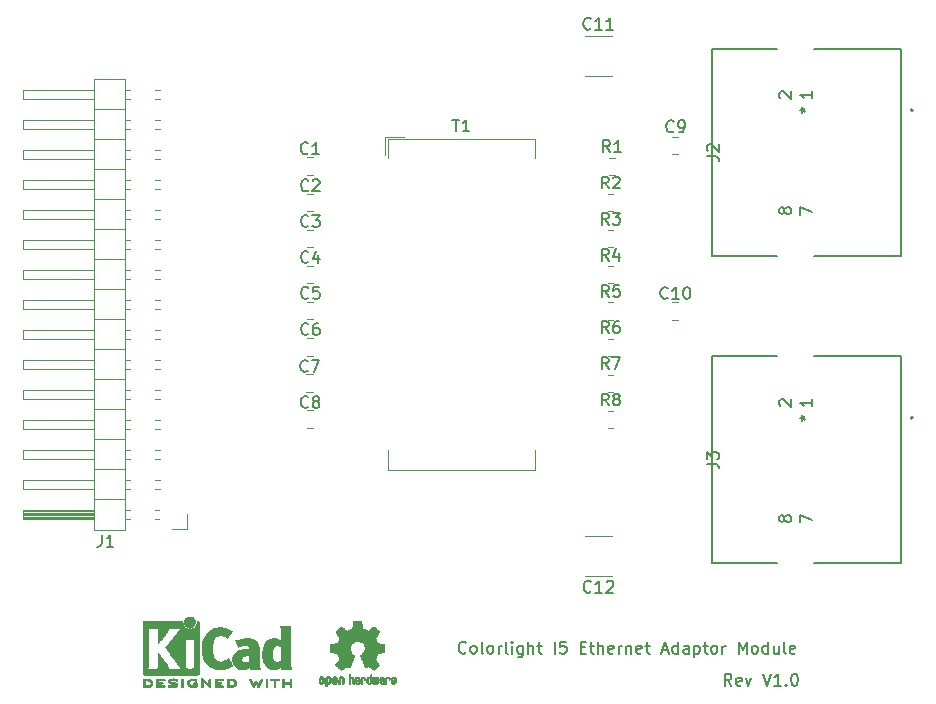
<source format=gto>
%TF.GenerationSoftware,KiCad,Pcbnew,6.0.0-d3dd2cf0fa~116~ubuntu20.04.1*%
%TF.CreationDate,2022-01-13T14:32:50+07:00*%
%TF.ProjectId,i5ether_mod,69356574-6865-4725-9f6d-6f642e6b6963,v1.0*%
%TF.SameCoordinates,Original*%
%TF.FileFunction,Legend,Top*%
%TF.FilePolarity,Positive*%
%FSLAX46Y46*%
G04 Gerber Fmt 4.6, Leading zero omitted, Abs format (unit mm)*
G04 Created by KiCad (PCBNEW 6.0.0-d3dd2cf0fa~116~ubuntu20.04.1) date 2022-01-13 14:32:50*
%MOMM*%
%LPD*%
G01*
G04 APERTURE LIST*
%ADD10C,0.150000*%
%ADD11C,0.120000*%
%ADD12C,0.010000*%
%ADD13C,0.152400*%
G04 APERTURE END LIST*
D10*
X158730000Y-132362380D02*
X158396666Y-131886190D01*
X158158571Y-132362380D02*
X158158571Y-131362380D01*
X158539523Y-131362380D01*
X158634761Y-131410000D01*
X158682380Y-131457619D01*
X158730000Y-131552857D01*
X158730000Y-131695714D01*
X158682380Y-131790952D01*
X158634761Y-131838571D01*
X158539523Y-131886190D01*
X158158571Y-131886190D01*
X159539523Y-132314761D02*
X159444285Y-132362380D01*
X159253809Y-132362380D01*
X159158571Y-132314761D01*
X159110952Y-132219523D01*
X159110952Y-131838571D01*
X159158571Y-131743333D01*
X159253809Y-131695714D01*
X159444285Y-131695714D01*
X159539523Y-131743333D01*
X159587142Y-131838571D01*
X159587142Y-131933809D01*
X159110952Y-132029047D01*
X159920476Y-131695714D02*
X160158571Y-132362380D01*
X160396666Y-131695714D01*
X161396666Y-131362380D02*
X161730000Y-132362380D01*
X162063333Y-131362380D01*
X162920476Y-132362380D02*
X162349047Y-132362380D01*
X162634761Y-132362380D02*
X162634761Y-131362380D01*
X162539523Y-131505238D01*
X162444285Y-131600476D01*
X162349047Y-131648095D01*
X163349047Y-132267142D02*
X163396666Y-132314761D01*
X163349047Y-132362380D01*
X163301428Y-132314761D01*
X163349047Y-132267142D01*
X163349047Y-132362380D01*
X164015714Y-131362380D02*
X164110952Y-131362380D01*
X164206190Y-131410000D01*
X164253809Y-131457619D01*
X164301428Y-131552857D01*
X164349047Y-131743333D01*
X164349047Y-131981428D01*
X164301428Y-132171904D01*
X164253809Y-132267142D01*
X164206190Y-132314761D01*
X164110952Y-132362380D01*
X164015714Y-132362380D01*
X163920476Y-132314761D01*
X163872857Y-132267142D01*
X163825238Y-132171904D01*
X163777619Y-131981428D01*
X163777619Y-131743333D01*
X163825238Y-131552857D01*
X163872857Y-131457619D01*
X163920476Y-131410000D01*
X164015714Y-131362380D01*
X136247142Y-129547142D02*
X136199523Y-129594761D01*
X136056666Y-129642380D01*
X135961428Y-129642380D01*
X135818571Y-129594761D01*
X135723333Y-129499523D01*
X135675714Y-129404285D01*
X135628095Y-129213809D01*
X135628095Y-129070952D01*
X135675714Y-128880476D01*
X135723333Y-128785238D01*
X135818571Y-128690000D01*
X135961428Y-128642380D01*
X136056666Y-128642380D01*
X136199523Y-128690000D01*
X136247142Y-128737619D01*
X136818571Y-129642380D02*
X136723333Y-129594761D01*
X136675714Y-129547142D01*
X136628095Y-129451904D01*
X136628095Y-129166190D01*
X136675714Y-129070952D01*
X136723333Y-129023333D01*
X136818571Y-128975714D01*
X136961428Y-128975714D01*
X137056666Y-129023333D01*
X137104285Y-129070952D01*
X137151904Y-129166190D01*
X137151904Y-129451904D01*
X137104285Y-129547142D01*
X137056666Y-129594761D01*
X136961428Y-129642380D01*
X136818571Y-129642380D01*
X137723333Y-129642380D02*
X137628095Y-129594761D01*
X137580476Y-129499523D01*
X137580476Y-128642380D01*
X138247142Y-129642380D02*
X138151904Y-129594761D01*
X138104285Y-129547142D01*
X138056666Y-129451904D01*
X138056666Y-129166190D01*
X138104285Y-129070952D01*
X138151904Y-129023333D01*
X138247142Y-128975714D01*
X138390000Y-128975714D01*
X138485238Y-129023333D01*
X138532857Y-129070952D01*
X138580476Y-129166190D01*
X138580476Y-129451904D01*
X138532857Y-129547142D01*
X138485238Y-129594761D01*
X138390000Y-129642380D01*
X138247142Y-129642380D01*
X139009047Y-129642380D02*
X139009047Y-128975714D01*
X139009047Y-129166190D02*
X139056666Y-129070952D01*
X139104285Y-129023333D01*
X139199523Y-128975714D01*
X139294761Y-128975714D01*
X139770952Y-129642380D02*
X139675714Y-129594761D01*
X139628095Y-129499523D01*
X139628095Y-128642380D01*
X140151904Y-129642380D02*
X140151904Y-128975714D01*
X140151904Y-128642380D02*
X140104285Y-128690000D01*
X140151904Y-128737619D01*
X140199523Y-128690000D01*
X140151904Y-128642380D01*
X140151904Y-128737619D01*
X141056666Y-128975714D02*
X141056666Y-129785238D01*
X141009047Y-129880476D01*
X140961428Y-129928095D01*
X140866190Y-129975714D01*
X140723333Y-129975714D01*
X140628095Y-129928095D01*
X141056666Y-129594761D02*
X140961428Y-129642380D01*
X140770952Y-129642380D01*
X140675714Y-129594761D01*
X140628095Y-129547142D01*
X140580476Y-129451904D01*
X140580476Y-129166190D01*
X140628095Y-129070952D01*
X140675714Y-129023333D01*
X140770952Y-128975714D01*
X140961428Y-128975714D01*
X141056666Y-129023333D01*
X141532857Y-129642380D02*
X141532857Y-128642380D01*
X141961428Y-129642380D02*
X141961428Y-129118571D01*
X141913809Y-129023333D01*
X141818571Y-128975714D01*
X141675714Y-128975714D01*
X141580476Y-129023333D01*
X141532857Y-129070952D01*
X142294761Y-128975714D02*
X142675714Y-128975714D01*
X142437619Y-128642380D02*
X142437619Y-129499523D01*
X142485238Y-129594761D01*
X142580476Y-129642380D01*
X142675714Y-129642380D01*
X143770952Y-129642380D02*
X143770952Y-128642380D01*
X144723333Y-128642380D02*
X144247142Y-128642380D01*
X144199523Y-129118571D01*
X144247142Y-129070952D01*
X144342380Y-129023333D01*
X144580476Y-129023333D01*
X144675714Y-129070952D01*
X144723333Y-129118571D01*
X144770952Y-129213809D01*
X144770952Y-129451904D01*
X144723333Y-129547142D01*
X144675714Y-129594761D01*
X144580476Y-129642380D01*
X144342380Y-129642380D01*
X144247142Y-129594761D01*
X144199523Y-129547142D01*
X145961428Y-129118571D02*
X146294761Y-129118571D01*
X146437619Y-129642380D02*
X145961428Y-129642380D01*
X145961428Y-128642380D01*
X146437619Y-128642380D01*
X146723333Y-128975714D02*
X147104285Y-128975714D01*
X146866190Y-128642380D02*
X146866190Y-129499523D01*
X146913809Y-129594761D01*
X147009047Y-129642380D01*
X147104285Y-129642380D01*
X147437619Y-129642380D02*
X147437619Y-128642380D01*
X147866190Y-129642380D02*
X147866190Y-129118571D01*
X147818571Y-129023333D01*
X147723333Y-128975714D01*
X147580476Y-128975714D01*
X147485238Y-129023333D01*
X147437619Y-129070952D01*
X148723333Y-129594761D02*
X148628095Y-129642380D01*
X148437619Y-129642380D01*
X148342380Y-129594761D01*
X148294761Y-129499523D01*
X148294761Y-129118571D01*
X148342380Y-129023333D01*
X148437619Y-128975714D01*
X148628095Y-128975714D01*
X148723333Y-129023333D01*
X148770952Y-129118571D01*
X148770952Y-129213809D01*
X148294761Y-129309047D01*
X149199523Y-129642380D02*
X149199523Y-128975714D01*
X149199523Y-129166190D02*
X149247142Y-129070952D01*
X149294761Y-129023333D01*
X149390000Y-128975714D01*
X149485238Y-128975714D01*
X149818571Y-128975714D02*
X149818571Y-129642380D01*
X149818571Y-129070952D02*
X149866190Y-129023333D01*
X149961428Y-128975714D01*
X150104285Y-128975714D01*
X150199523Y-129023333D01*
X150247142Y-129118571D01*
X150247142Y-129642380D01*
X151104285Y-129594761D02*
X151009047Y-129642380D01*
X150818571Y-129642380D01*
X150723333Y-129594761D01*
X150675714Y-129499523D01*
X150675714Y-129118571D01*
X150723333Y-129023333D01*
X150818571Y-128975714D01*
X151009047Y-128975714D01*
X151104285Y-129023333D01*
X151151904Y-129118571D01*
X151151904Y-129213809D01*
X150675714Y-129309047D01*
X151437619Y-128975714D02*
X151818571Y-128975714D01*
X151580476Y-128642380D02*
X151580476Y-129499523D01*
X151628095Y-129594761D01*
X151723333Y-129642380D01*
X151818571Y-129642380D01*
X152866190Y-129356666D02*
X153342380Y-129356666D01*
X152770952Y-129642380D02*
X153104285Y-128642380D01*
X153437619Y-129642380D01*
X154199523Y-129642380D02*
X154199523Y-128642380D01*
X154199523Y-129594761D02*
X154104285Y-129642380D01*
X153913809Y-129642380D01*
X153818571Y-129594761D01*
X153770952Y-129547142D01*
X153723333Y-129451904D01*
X153723333Y-129166190D01*
X153770952Y-129070952D01*
X153818571Y-129023333D01*
X153913809Y-128975714D01*
X154104285Y-128975714D01*
X154199523Y-129023333D01*
X155104285Y-129642380D02*
X155104285Y-129118571D01*
X155056666Y-129023333D01*
X154961428Y-128975714D01*
X154770952Y-128975714D01*
X154675714Y-129023333D01*
X155104285Y-129594761D02*
X155009047Y-129642380D01*
X154770952Y-129642380D01*
X154675714Y-129594761D01*
X154628095Y-129499523D01*
X154628095Y-129404285D01*
X154675714Y-129309047D01*
X154770952Y-129261428D01*
X155009047Y-129261428D01*
X155104285Y-129213809D01*
X155580476Y-128975714D02*
X155580476Y-129975714D01*
X155580476Y-129023333D02*
X155675714Y-128975714D01*
X155866190Y-128975714D01*
X155961428Y-129023333D01*
X156009047Y-129070952D01*
X156056666Y-129166190D01*
X156056666Y-129451904D01*
X156009047Y-129547142D01*
X155961428Y-129594761D01*
X155866190Y-129642380D01*
X155675714Y-129642380D01*
X155580476Y-129594761D01*
X156342380Y-128975714D02*
X156723333Y-128975714D01*
X156485238Y-128642380D02*
X156485238Y-129499523D01*
X156532857Y-129594761D01*
X156628095Y-129642380D01*
X156723333Y-129642380D01*
X157199523Y-129642380D02*
X157104285Y-129594761D01*
X157056666Y-129547142D01*
X157009047Y-129451904D01*
X157009047Y-129166190D01*
X157056666Y-129070952D01*
X157104285Y-129023333D01*
X157199523Y-128975714D01*
X157342380Y-128975714D01*
X157437619Y-129023333D01*
X157485238Y-129070952D01*
X157532857Y-129166190D01*
X157532857Y-129451904D01*
X157485238Y-129547142D01*
X157437619Y-129594761D01*
X157342380Y-129642380D01*
X157199523Y-129642380D01*
X157961428Y-129642380D02*
X157961428Y-128975714D01*
X157961428Y-129166190D02*
X158009047Y-129070952D01*
X158056666Y-129023333D01*
X158151904Y-128975714D01*
X158247142Y-128975714D01*
X159342380Y-129642380D02*
X159342380Y-128642380D01*
X159675714Y-129356666D01*
X160009047Y-128642380D01*
X160009047Y-129642380D01*
X160628095Y-129642380D02*
X160532857Y-129594761D01*
X160485238Y-129547142D01*
X160437619Y-129451904D01*
X160437619Y-129166190D01*
X160485238Y-129070952D01*
X160532857Y-129023333D01*
X160628095Y-128975714D01*
X160770952Y-128975714D01*
X160866190Y-129023333D01*
X160913809Y-129070952D01*
X160961428Y-129166190D01*
X160961428Y-129451904D01*
X160913809Y-129547142D01*
X160866190Y-129594761D01*
X160770952Y-129642380D01*
X160628095Y-129642380D01*
X161818571Y-129642380D02*
X161818571Y-128642380D01*
X161818571Y-129594761D02*
X161723333Y-129642380D01*
X161532857Y-129642380D01*
X161437619Y-129594761D01*
X161390000Y-129547142D01*
X161342380Y-129451904D01*
X161342380Y-129166190D01*
X161390000Y-129070952D01*
X161437619Y-129023333D01*
X161532857Y-128975714D01*
X161723333Y-128975714D01*
X161818571Y-129023333D01*
X162723333Y-128975714D02*
X162723333Y-129642380D01*
X162294761Y-128975714D02*
X162294761Y-129499523D01*
X162342380Y-129594761D01*
X162437619Y-129642380D01*
X162580476Y-129642380D01*
X162675714Y-129594761D01*
X162723333Y-129547142D01*
X163342380Y-129642380D02*
X163247142Y-129594761D01*
X163199523Y-129499523D01*
X163199523Y-128642380D01*
X164104285Y-129594761D02*
X164009047Y-129642380D01*
X163818571Y-129642380D01*
X163723333Y-129594761D01*
X163675714Y-129499523D01*
X163675714Y-129118571D01*
X163723333Y-129023333D01*
X163818571Y-128975714D01*
X164009047Y-128975714D01*
X164104285Y-129023333D01*
X164151904Y-129118571D01*
X164151904Y-129213809D01*
X163675714Y-129309047D01*
%TO.C,C8*%
X122891333Y-108755142D02*
X122843714Y-108802761D01*
X122700857Y-108850380D01*
X122605619Y-108850380D01*
X122462761Y-108802761D01*
X122367523Y-108707523D01*
X122319904Y-108612285D01*
X122272285Y-108421809D01*
X122272285Y-108278952D01*
X122319904Y-108088476D01*
X122367523Y-107993238D01*
X122462761Y-107898000D01*
X122605619Y-107850380D01*
X122700857Y-107850380D01*
X122843714Y-107898000D01*
X122891333Y-107945619D01*
X123462761Y-108278952D02*
X123367523Y-108231333D01*
X123319904Y-108183714D01*
X123272285Y-108088476D01*
X123272285Y-108040857D01*
X123319904Y-107945619D01*
X123367523Y-107898000D01*
X123462761Y-107850380D01*
X123653238Y-107850380D01*
X123748476Y-107898000D01*
X123796095Y-107945619D01*
X123843714Y-108040857D01*
X123843714Y-108088476D01*
X123796095Y-108183714D01*
X123748476Y-108231333D01*
X123653238Y-108278952D01*
X123462761Y-108278952D01*
X123367523Y-108326571D01*
X123319904Y-108374190D01*
X123272285Y-108469428D01*
X123272285Y-108659904D01*
X123319904Y-108755142D01*
X123367523Y-108802761D01*
X123462761Y-108850380D01*
X123653238Y-108850380D01*
X123748476Y-108802761D01*
X123796095Y-108755142D01*
X123843714Y-108659904D01*
X123843714Y-108469428D01*
X123796095Y-108374190D01*
X123748476Y-108326571D01*
X123653238Y-108278952D01*
%TO.C,R7*%
X148321333Y-105560380D02*
X147988000Y-105084190D01*
X147749904Y-105560380D02*
X147749904Y-104560380D01*
X148130857Y-104560380D01*
X148226095Y-104608000D01*
X148273714Y-104655619D01*
X148321333Y-104750857D01*
X148321333Y-104893714D01*
X148273714Y-104988952D01*
X148226095Y-105036571D01*
X148130857Y-105084190D01*
X147749904Y-105084190D01*
X148654666Y-104560380D02*
X149321333Y-104560380D01*
X148892761Y-105560380D01*
%TO.C,R6*%
X148321333Y-102510380D02*
X147988000Y-102034190D01*
X147749904Y-102510380D02*
X147749904Y-101510380D01*
X148130857Y-101510380D01*
X148226095Y-101558000D01*
X148273714Y-101605619D01*
X148321333Y-101700857D01*
X148321333Y-101843714D01*
X148273714Y-101938952D01*
X148226095Y-101986571D01*
X148130857Y-102034190D01*
X147749904Y-102034190D01*
X149178476Y-101510380D02*
X148988000Y-101510380D01*
X148892761Y-101558000D01*
X148845142Y-101605619D01*
X148749904Y-101748476D01*
X148702285Y-101938952D01*
X148702285Y-102319904D01*
X148749904Y-102415142D01*
X148797523Y-102462761D01*
X148892761Y-102510380D01*
X149083238Y-102510380D01*
X149178476Y-102462761D01*
X149226095Y-102415142D01*
X149273714Y-102319904D01*
X149273714Y-102081809D01*
X149226095Y-101986571D01*
X149178476Y-101938952D01*
X149083238Y-101891333D01*
X148892761Y-101891333D01*
X148797523Y-101938952D01*
X148749904Y-101986571D01*
X148702285Y-102081809D01*
%TO.C,R1*%
X148441333Y-87190380D02*
X148108000Y-86714190D01*
X147869904Y-87190380D02*
X147869904Y-86190380D01*
X148250857Y-86190380D01*
X148346095Y-86238000D01*
X148393714Y-86285619D01*
X148441333Y-86380857D01*
X148441333Y-86523714D01*
X148393714Y-86618952D01*
X148346095Y-86666571D01*
X148250857Y-86714190D01*
X147869904Y-86714190D01*
X149393714Y-87190380D02*
X148822285Y-87190380D01*
X149108000Y-87190380D02*
X149108000Y-86190380D01*
X149012761Y-86333238D01*
X148917523Y-86428476D01*
X148822285Y-86476095D01*
%TO.C,R3*%
X148331333Y-93320380D02*
X147998000Y-92844190D01*
X147759904Y-93320380D02*
X147759904Y-92320380D01*
X148140857Y-92320380D01*
X148236095Y-92368000D01*
X148283714Y-92415619D01*
X148331333Y-92510857D01*
X148331333Y-92653714D01*
X148283714Y-92748952D01*
X148236095Y-92796571D01*
X148140857Y-92844190D01*
X147759904Y-92844190D01*
X148664666Y-92320380D02*
X149283714Y-92320380D01*
X148950380Y-92701333D01*
X149093238Y-92701333D01*
X149188476Y-92748952D01*
X149236095Y-92796571D01*
X149283714Y-92891809D01*
X149283714Y-93129904D01*
X149236095Y-93225142D01*
X149188476Y-93272761D01*
X149093238Y-93320380D01*
X148807523Y-93320380D01*
X148712285Y-93272761D01*
X148664666Y-93225142D01*
%TO.C,C5*%
X122911333Y-99505142D02*
X122863714Y-99552761D01*
X122720857Y-99600380D01*
X122625619Y-99600380D01*
X122482761Y-99552761D01*
X122387523Y-99457523D01*
X122339904Y-99362285D01*
X122292285Y-99171809D01*
X122292285Y-99028952D01*
X122339904Y-98838476D01*
X122387523Y-98743238D01*
X122482761Y-98648000D01*
X122625619Y-98600380D01*
X122720857Y-98600380D01*
X122863714Y-98648000D01*
X122911333Y-98695619D01*
X123816095Y-98600380D02*
X123339904Y-98600380D01*
X123292285Y-99076571D01*
X123339904Y-99028952D01*
X123435142Y-98981333D01*
X123673238Y-98981333D01*
X123768476Y-99028952D01*
X123816095Y-99076571D01*
X123863714Y-99171809D01*
X123863714Y-99409904D01*
X123816095Y-99505142D01*
X123768476Y-99552761D01*
X123673238Y-99600380D01*
X123435142Y-99600380D01*
X123339904Y-99552761D01*
X123292285Y-99505142D01*
%TO.C,C4*%
X122901333Y-96485142D02*
X122853714Y-96532761D01*
X122710857Y-96580380D01*
X122615619Y-96580380D01*
X122472761Y-96532761D01*
X122377523Y-96437523D01*
X122329904Y-96342285D01*
X122282285Y-96151809D01*
X122282285Y-96008952D01*
X122329904Y-95818476D01*
X122377523Y-95723238D01*
X122472761Y-95628000D01*
X122615619Y-95580380D01*
X122710857Y-95580380D01*
X122853714Y-95628000D01*
X122901333Y-95675619D01*
X123758476Y-95913714D02*
X123758476Y-96580380D01*
X123520380Y-95532761D02*
X123282285Y-96247047D01*
X123901333Y-96247047D01*
%TO.C,J1*%
X105399666Y-119590380D02*
X105399666Y-120304666D01*
X105352047Y-120447523D01*
X105256809Y-120542761D01*
X105113952Y-120590380D01*
X105018714Y-120590380D01*
X106399666Y-120590380D02*
X105828238Y-120590380D01*
X106113952Y-120590380D02*
X106113952Y-119590380D01*
X106018714Y-119733238D01*
X105923476Y-119828476D01*
X105828238Y-119876095D01*
%TO.C,C7*%
X122840733Y-105695142D02*
X122793114Y-105742761D01*
X122650257Y-105790380D01*
X122555019Y-105790380D01*
X122412161Y-105742761D01*
X122316923Y-105647523D01*
X122269304Y-105552285D01*
X122221685Y-105361809D01*
X122221685Y-105218952D01*
X122269304Y-105028476D01*
X122316923Y-104933238D01*
X122412161Y-104838000D01*
X122555019Y-104790380D01*
X122650257Y-104790380D01*
X122793114Y-104838000D01*
X122840733Y-104885619D01*
X123174066Y-104790380D02*
X123840733Y-104790380D01*
X123412161Y-105790380D01*
%TO.C,C3*%
X122901333Y-93435142D02*
X122853714Y-93482761D01*
X122710857Y-93530380D01*
X122615619Y-93530380D01*
X122472761Y-93482761D01*
X122377523Y-93387523D01*
X122329904Y-93292285D01*
X122282285Y-93101809D01*
X122282285Y-92958952D01*
X122329904Y-92768476D01*
X122377523Y-92673238D01*
X122472761Y-92578000D01*
X122615619Y-92530380D01*
X122710857Y-92530380D01*
X122853714Y-92578000D01*
X122901333Y-92625619D01*
X123234666Y-92530380D02*
X123853714Y-92530380D01*
X123520380Y-92911333D01*
X123663238Y-92911333D01*
X123758476Y-92958952D01*
X123806095Y-93006571D01*
X123853714Y-93101809D01*
X123853714Y-93339904D01*
X123806095Y-93435142D01*
X123758476Y-93482761D01*
X123663238Y-93530380D01*
X123377523Y-93530380D01*
X123282285Y-93482761D01*
X123234666Y-93435142D01*
%TO.C,C6*%
X122901333Y-102585142D02*
X122853714Y-102632761D01*
X122710857Y-102680380D01*
X122615619Y-102680380D01*
X122472761Y-102632761D01*
X122377523Y-102537523D01*
X122329904Y-102442285D01*
X122282285Y-102251809D01*
X122282285Y-102108952D01*
X122329904Y-101918476D01*
X122377523Y-101823238D01*
X122472761Y-101728000D01*
X122615619Y-101680380D01*
X122710857Y-101680380D01*
X122853714Y-101728000D01*
X122901333Y-101775619D01*
X123758476Y-101680380D02*
X123568000Y-101680380D01*
X123472761Y-101728000D01*
X123425142Y-101775619D01*
X123329904Y-101918476D01*
X123282285Y-102108952D01*
X123282285Y-102489904D01*
X123329904Y-102585142D01*
X123377523Y-102632761D01*
X123472761Y-102680380D01*
X123663238Y-102680380D01*
X123758476Y-102632761D01*
X123806095Y-102585142D01*
X123853714Y-102489904D01*
X123853714Y-102251809D01*
X123806095Y-102156571D01*
X123758476Y-102108952D01*
X123663238Y-102061333D01*
X123472761Y-102061333D01*
X123377523Y-102108952D01*
X123329904Y-102156571D01*
X123282285Y-102251809D01*
%TO.C,R5*%
X148331333Y-99440380D02*
X147998000Y-98964190D01*
X147759904Y-99440380D02*
X147759904Y-98440380D01*
X148140857Y-98440380D01*
X148236095Y-98488000D01*
X148283714Y-98535619D01*
X148331333Y-98630857D01*
X148331333Y-98773714D01*
X148283714Y-98868952D01*
X148236095Y-98916571D01*
X148140857Y-98964190D01*
X147759904Y-98964190D01*
X149236095Y-98440380D02*
X148759904Y-98440380D01*
X148712285Y-98916571D01*
X148759904Y-98868952D01*
X148855142Y-98821333D01*
X149093238Y-98821333D01*
X149188476Y-98868952D01*
X149236095Y-98916571D01*
X149283714Y-99011809D01*
X149283714Y-99249904D01*
X149236095Y-99345142D01*
X149188476Y-99392761D01*
X149093238Y-99440380D01*
X148855142Y-99440380D01*
X148759904Y-99392761D01*
X148712285Y-99345142D01*
%TO.C,C9*%
X153831333Y-85415142D02*
X153783714Y-85462761D01*
X153640857Y-85510380D01*
X153545619Y-85510380D01*
X153402761Y-85462761D01*
X153307523Y-85367523D01*
X153259904Y-85272285D01*
X153212285Y-85081809D01*
X153212285Y-84938952D01*
X153259904Y-84748476D01*
X153307523Y-84653238D01*
X153402761Y-84558000D01*
X153545619Y-84510380D01*
X153640857Y-84510380D01*
X153783714Y-84558000D01*
X153831333Y-84605619D01*
X154307523Y-85510380D02*
X154498000Y-85510380D01*
X154593238Y-85462761D01*
X154640857Y-85415142D01*
X154736095Y-85272285D01*
X154783714Y-85081809D01*
X154783714Y-84700857D01*
X154736095Y-84605619D01*
X154688476Y-84558000D01*
X154593238Y-84510380D01*
X154402761Y-84510380D01*
X154307523Y-84558000D01*
X154259904Y-84605619D01*
X154212285Y-84700857D01*
X154212285Y-84938952D01*
X154259904Y-85034190D01*
X154307523Y-85081809D01*
X154402761Y-85129428D01*
X154593238Y-85129428D01*
X154688476Y-85081809D01*
X154736095Y-85034190D01*
X154783714Y-84938952D01*
%TO.C,C12*%
X146825142Y-124385142D02*
X146777523Y-124432761D01*
X146634666Y-124480380D01*
X146539428Y-124480380D01*
X146396571Y-124432761D01*
X146301333Y-124337523D01*
X146253714Y-124242285D01*
X146206095Y-124051809D01*
X146206095Y-123908952D01*
X146253714Y-123718476D01*
X146301333Y-123623238D01*
X146396571Y-123528000D01*
X146539428Y-123480380D01*
X146634666Y-123480380D01*
X146777523Y-123528000D01*
X146825142Y-123575619D01*
X147777523Y-124480380D02*
X147206095Y-124480380D01*
X147491809Y-124480380D02*
X147491809Y-123480380D01*
X147396571Y-123623238D01*
X147301333Y-123718476D01*
X147206095Y-123766095D01*
X148158476Y-123575619D02*
X148206095Y-123528000D01*
X148301333Y-123480380D01*
X148539428Y-123480380D01*
X148634666Y-123528000D01*
X148682285Y-123575619D01*
X148729904Y-123670857D01*
X148729904Y-123766095D01*
X148682285Y-123908952D01*
X148110857Y-124480380D01*
X148729904Y-124480380D01*
%TO.C,C11*%
X146815142Y-76715142D02*
X146767523Y-76762761D01*
X146624666Y-76810380D01*
X146529428Y-76810380D01*
X146386571Y-76762761D01*
X146291333Y-76667523D01*
X146243714Y-76572285D01*
X146196095Y-76381809D01*
X146196095Y-76238952D01*
X146243714Y-76048476D01*
X146291333Y-75953238D01*
X146386571Y-75858000D01*
X146529428Y-75810380D01*
X146624666Y-75810380D01*
X146767523Y-75858000D01*
X146815142Y-75905619D01*
X147767523Y-76810380D02*
X147196095Y-76810380D01*
X147481809Y-76810380D02*
X147481809Y-75810380D01*
X147386571Y-75953238D01*
X147291333Y-76048476D01*
X147196095Y-76096095D01*
X148719904Y-76810380D02*
X148148476Y-76810380D01*
X148434190Y-76810380D02*
X148434190Y-75810380D01*
X148338952Y-75953238D01*
X148243714Y-76048476D01*
X148148476Y-76096095D01*
%TO.C,J3*%
X156635580Y-113587333D02*
X157349866Y-113587333D01*
X157492723Y-113634952D01*
X157587961Y-113730190D01*
X157635580Y-113873047D01*
X157635580Y-113968285D01*
X156635580Y-113206380D02*
X156635580Y-112587333D01*
X157016533Y-112920666D01*
X157016533Y-112777809D01*
X157064152Y-112682571D01*
X157111771Y-112634952D01*
X157207009Y-112587333D01*
X157445104Y-112587333D01*
X157540342Y-112634952D01*
X157587961Y-112682571D01*
X157635580Y-112777809D01*
X157635580Y-113063523D01*
X157587961Y-113158761D01*
X157540342Y-113206380D01*
X162877619Y-108686714D02*
X162830000Y-108639095D01*
X162782380Y-108543857D01*
X162782380Y-108305761D01*
X162830000Y-108210523D01*
X162877619Y-108162904D01*
X162972857Y-108115285D01*
X163068095Y-108115285D01*
X163210952Y-108162904D01*
X163782380Y-108734333D01*
X163782380Y-108115285D01*
X164560380Y-109698000D02*
X164798476Y-109698000D01*
X164703238Y-109936095D02*
X164798476Y-109698000D01*
X164703238Y-109459904D01*
X164988952Y-109840857D02*
X164798476Y-109698000D01*
X164988952Y-109555142D01*
X163210952Y-118302238D02*
X163163333Y-118397476D01*
X163115714Y-118445095D01*
X163020476Y-118492714D01*
X162972857Y-118492714D01*
X162877619Y-118445095D01*
X162830000Y-118397476D01*
X162782380Y-118302238D01*
X162782380Y-118111761D01*
X162830000Y-118016523D01*
X162877619Y-117968904D01*
X162972857Y-117921285D01*
X163020476Y-117921285D01*
X163115714Y-117968904D01*
X163163333Y-118016523D01*
X163210952Y-118111761D01*
X163210952Y-118302238D01*
X163258571Y-118397476D01*
X163306190Y-118445095D01*
X163401428Y-118492714D01*
X163591904Y-118492714D01*
X163687142Y-118445095D01*
X163734761Y-118397476D01*
X163782380Y-118302238D01*
X163782380Y-118111761D01*
X163734761Y-118016523D01*
X163687142Y-117968904D01*
X163591904Y-117921285D01*
X163401428Y-117921285D01*
X163306190Y-117968904D01*
X163258571Y-118016523D01*
X163210952Y-118111761D01*
X165560380Y-108115285D02*
X165560380Y-108686714D01*
X165560380Y-108401000D02*
X164560380Y-108401000D01*
X164703238Y-108496238D01*
X164798476Y-108591476D01*
X164846095Y-108686714D01*
X164560380Y-118540333D02*
X164560380Y-117873666D01*
X165560380Y-118302238D01*
%TO.C,T1*%
X135106095Y-84440380D02*
X135677523Y-84440380D01*
X135391809Y-85440380D02*
X135391809Y-84440380D01*
X136534666Y-85440380D02*
X135963238Y-85440380D01*
X136248952Y-85440380D02*
X136248952Y-84440380D01*
X136153714Y-84583238D01*
X136058476Y-84678476D01*
X135963238Y-84726095D01*
%TO.C,C1*%
X122871333Y-87265142D02*
X122823714Y-87312761D01*
X122680857Y-87360380D01*
X122585619Y-87360380D01*
X122442761Y-87312761D01*
X122347523Y-87217523D01*
X122299904Y-87122285D01*
X122252285Y-86931809D01*
X122252285Y-86788952D01*
X122299904Y-86598476D01*
X122347523Y-86503238D01*
X122442761Y-86408000D01*
X122585619Y-86360380D01*
X122680857Y-86360380D01*
X122823714Y-86408000D01*
X122871333Y-86455619D01*
X123823714Y-87360380D02*
X123252285Y-87360380D01*
X123538000Y-87360380D02*
X123538000Y-86360380D01*
X123442761Y-86503238D01*
X123347523Y-86598476D01*
X123252285Y-86646095D01*
%TO.C,R8*%
X148321333Y-108630380D02*
X147988000Y-108154190D01*
X147749904Y-108630380D02*
X147749904Y-107630380D01*
X148130857Y-107630380D01*
X148226095Y-107678000D01*
X148273714Y-107725619D01*
X148321333Y-107820857D01*
X148321333Y-107963714D01*
X148273714Y-108058952D01*
X148226095Y-108106571D01*
X148130857Y-108154190D01*
X147749904Y-108154190D01*
X148892761Y-108058952D02*
X148797523Y-108011333D01*
X148749904Y-107963714D01*
X148702285Y-107868476D01*
X148702285Y-107820857D01*
X148749904Y-107725619D01*
X148797523Y-107678000D01*
X148892761Y-107630380D01*
X149083238Y-107630380D01*
X149178476Y-107678000D01*
X149226095Y-107725619D01*
X149273714Y-107820857D01*
X149273714Y-107868476D01*
X149226095Y-107963714D01*
X149178476Y-108011333D01*
X149083238Y-108058952D01*
X148892761Y-108058952D01*
X148797523Y-108106571D01*
X148749904Y-108154190D01*
X148702285Y-108249428D01*
X148702285Y-108439904D01*
X148749904Y-108535142D01*
X148797523Y-108582761D01*
X148892761Y-108630380D01*
X149083238Y-108630380D01*
X149178476Y-108582761D01*
X149226095Y-108535142D01*
X149273714Y-108439904D01*
X149273714Y-108249428D01*
X149226095Y-108154190D01*
X149178476Y-108106571D01*
X149083238Y-108058952D01*
%TO.C,C10*%
X153335142Y-99535142D02*
X153287523Y-99582761D01*
X153144666Y-99630380D01*
X153049428Y-99630380D01*
X152906571Y-99582761D01*
X152811333Y-99487523D01*
X152763714Y-99392285D01*
X152716095Y-99201809D01*
X152716095Y-99058952D01*
X152763714Y-98868476D01*
X152811333Y-98773238D01*
X152906571Y-98678000D01*
X153049428Y-98630380D01*
X153144666Y-98630380D01*
X153287523Y-98678000D01*
X153335142Y-98725619D01*
X154287523Y-99630380D02*
X153716095Y-99630380D01*
X154001809Y-99630380D02*
X154001809Y-98630380D01*
X153906571Y-98773238D01*
X153811333Y-98868476D01*
X153716095Y-98916095D01*
X154906571Y-98630380D02*
X155001809Y-98630380D01*
X155097047Y-98678000D01*
X155144666Y-98725619D01*
X155192285Y-98820857D01*
X155239904Y-99011333D01*
X155239904Y-99249428D01*
X155192285Y-99439904D01*
X155144666Y-99535142D01*
X155097047Y-99582761D01*
X155001809Y-99630380D01*
X154906571Y-99630380D01*
X154811333Y-99582761D01*
X154763714Y-99535142D01*
X154716095Y-99439904D01*
X154668476Y-99249428D01*
X154668476Y-99011333D01*
X154716095Y-98820857D01*
X154763714Y-98725619D01*
X154811333Y-98678000D01*
X154906571Y-98630380D01*
%TO.C,C2*%
X122901333Y-90405142D02*
X122853714Y-90452761D01*
X122710857Y-90500380D01*
X122615619Y-90500380D01*
X122472761Y-90452761D01*
X122377523Y-90357523D01*
X122329904Y-90262285D01*
X122282285Y-90071809D01*
X122282285Y-89928952D01*
X122329904Y-89738476D01*
X122377523Y-89643238D01*
X122472761Y-89548000D01*
X122615619Y-89500380D01*
X122710857Y-89500380D01*
X122853714Y-89548000D01*
X122901333Y-89595619D01*
X123282285Y-89595619D02*
X123329904Y-89548000D01*
X123425142Y-89500380D01*
X123663238Y-89500380D01*
X123758476Y-89548000D01*
X123806095Y-89595619D01*
X123853714Y-89690857D01*
X123853714Y-89786095D01*
X123806095Y-89928952D01*
X123234666Y-90500380D01*
X123853714Y-90500380D01*
%TO.C,R4*%
X148331333Y-96380380D02*
X147998000Y-95904190D01*
X147759904Y-96380380D02*
X147759904Y-95380380D01*
X148140857Y-95380380D01*
X148236095Y-95428000D01*
X148283714Y-95475619D01*
X148331333Y-95570857D01*
X148331333Y-95713714D01*
X148283714Y-95808952D01*
X148236095Y-95856571D01*
X148140857Y-95904190D01*
X147759904Y-95904190D01*
X149188476Y-95713714D02*
X149188476Y-96380380D01*
X148950380Y-95332761D02*
X148712285Y-96047047D01*
X149331333Y-96047047D01*
%TO.C,R2*%
X148331333Y-90260380D02*
X147998000Y-89784190D01*
X147759904Y-90260380D02*
X147759904Y-89260380D01*
X148140857Y-89260380D01*
X148236095Y-89308000D01*
X148283714Y-89355619D01*
X148331333Y-89450857D01*
X148331333Y-89593714D01*
X148283714Y-89688952D01*
X148236095Y-89736571D01*
X148140857Y-89784190D01*
X147759904Y-89784190D01*
X148712285Y-89355619D02*
X148759904Y-89308000D01*
X148855142Y-89260380D01*
X149093238Y-89260380D01*
X149188476Y-89308000D01*
X149236095Y-89355619D01*
X149283714Y-89450857D01*
X149283714Y-89546095D01*
X149236095Y-89688952D01*
X148664666Y-90260380D01*
X149283714Y-90260380D01*
%TO.C,J2*%
X156635580Y-87527333D02*
X157349866Y-87527333D01*
X157492723Y-87574952D01*
X157587961Y-87670190D01*
X157635580Y-87813047D01*
X157635580Y-87908285D01*
X156730819Y-87098761D02*
X156683200Y-87051142D01*
X156635580Y-86955904D01*
X156635580Y-86717809D01*
X156683200Y-86622571D01*
X156730819Y-86574952D01*
X156826057Y-86527333D01*
X156921295Y-86527333D01*
X157064152Y-86574952D01*
X157635580Y-87146380D01*
X157635580Y-86527333D01*
X162877619Y-82626714D02*
X162830000Y-82579095D01*
X162782380Y-82483857D01*
X162782380Y-82245761D01*
X162830000Y-82150523D01*
X162877619Y-82102904D01*
X162972857Y-82055285D01*
X163068095Y-82055285D01*
X163210952Y-82102904D01*
X163782380Y-82674333D01*
X163782380Y-82055285D01*
X165560380Y-82055285D02*
X165560380Y-82626714D01*
X165560380Y-82341000D02*
X164560380Y-82341000D01*
X164703238Y-82436238D01*
X164798476Y-82531476D01*
X164846095Y-82626714D01*
X164560380Y-92480333D02*
X164560380Y-91813666D01*
X165560380Y-92242238D01*
X164560380Y-83638000D02*
X164798476Y-83638000D01*
X164703238Y-83876095D02*
X164798476Y-83638000D01*
X164703238Y-83399904D01*
X164988952Y-83780857D02*
X164798476Y-83638000D01*
X164988952Y-83495142D01*
X163210952Y-92242238D02*
X163163333Y-92337476D01*
X163115714Y-92385095D01*
X163020476Y-92432714D01*
X162972857Y-92432714D01*
X162877619Y-92385095D01*
X162830000Y-92337476D01*
X162782380Y-92242238D01*
X162782380Y-92051761D01*
X162830000Y-91956523D01*
X162877619Y-91908904D01*
X162972857Y-91861285D01*
X163020476Y-91861285D01*
X163115714Y-91908904D01*
X163163333Y-91956523D01*
X163210952Y-92051761D01*
X163210952Y-92242238D01*
X163258571Y-92337476D01*
X163306190Y-92385095D01*
X163401428Y-92432714D01*
X163591904Y-92432714D01*
X163687142Y-92385095D01*
X163734761Y-92337476D01*
X163782380Y-92242238D01*
X163782380Y-92051761D01*
X163734761Y-91956523D01*
X163687142Y-91908904D01*
X163591904Y-91861285D01*
X163401428Y-91861285D01*
X163306190Y-91908904D01*
X163258571Y-91956523D01*
X163210952Y-92051761D01*
D11*
%TO.C,C8*%
X123318652Y-110533000D02*
X122796148Y-110533000D01*
X123318652Y-109063000D02*
X122796148Y-109063000D01*
%TO.C,R7*%
X148260936Y-107493000D02*
X148715064Y-107493000D01*
X148260936Y-106023000D02*
X148715064Y-106023000D01*
%TO.C,R6*%
X148260936Y-102973000D02*
X148715064Y-102973000D01*
X148260936Y-104443000D02*
X148715064Y-104443000D01*
%TO.C,R1*%
X148380936Y-87653000D02*
X148835064Y-87653000D01*
X148380936Y-89123000D02*
X148835064Y-89123000D01*
%TO.C,R3*%
X148270936Y-95253000D02*
X148725064Y-95253000D01*
X148270936Y-93783000D02*
X148725064Y-93783000D01*
%TO.C,C5*%
X123338652Y-101353000D02*
X122816148Y-101353000D01*
X123338652Y-99883000D02*
X122816148Y-99883000D01*
%TO.C,C4*%
X123328652Y-98293000D02*
X122806148Y-98293000D01*
X123328652Y-96823000D02*
X122806148Y-96823000D01*
%TO.C,J1*%
X110345071Y-102248000D02*
X109890929Y-102248000D01*
X110345071Y-85228000D02*
X109890929Y-85228000D01*
X98748000Y-87008000D02*
X104748000Y-87008000D01*
X104748000Y-117588000D02*
X98748000Y-117588000D01*
X112658000Y-119138000D02*
X111388000Y-119138000D01*
X98748000Y-97168000D02*
X104748000Y-97168000D01*
X110345071Y-105548000D02*
X109890929Y-105548000D01*
X98748000Y-103008000D02*
X98748000Y-102248000D01*
X104748000Y-103008000D02*
X98748000Y-103008000D01*
X110278000Y-118248000D02*
X109890929Y-118248000D01*
X107408000Y-86118000D02*
X104748000Y-86118000D01*
X107805071Y-94628000D02*
X107408000Y-94628000D01*
X98748000Y-97928000D02*
X98748000Y-97168000D01*
X104748000Y-82688000D02*
X98748000Y-82688000D01*
X107805071Y-102248000D02*
X107408000Y-102248000D01*
X107805071Y-87768000D02*
X107408000Y-87768000D01*
X98748000Y-107328000D02*
X104748000Y-107328000D01*
X110345071Y-113168000D02*
X109890929Y-113168000D01*
X104748000Y-80978000D02*
X104748000Y-119198000D01*
X112658000Y-117868000D02*
X112658000Y-119138000D01*
X110345071Y-107328000D02*
X109890929Y-107328000D01*
X110345071Y-92088000D02*
X109890929Y-92088000D01*
X104748000Y-90308000D02*
X98748000Y-90308000D01*
X107805071Y-99708000D02*
X107408000Y-99708000D01*
X107408000Y-114058000D02*
X104748000Y-114058000D01*
X104748000Y-117708000D02*
X98748000Y-117708000D01*
X110345071Y-95388000D02*
X109890929Y-95388000D01*
X107408000Y-101358000D02*
X104748000Y-101358000D01*
X104748000Y-95388000D02*
X98748000Y-95388000D01*
X107805071Y-84468000D02*
X107408000Y-84468000D01*
X104748000Y-100468000D02*
X98748000Y-100468000D01*
X98748000Y-84468000D02*
X104748000Y-84468000D01*
X107805071Y-85228000D02*
X107408000Y-85228000D01*
X104748000Y-85228000D02*
X98748000Y-85228000D01*
X107805071Y-95388000D02*
X107408000Y-95388000D01*
X98748000Y-99708000D02*
X104748000Y-99708000D01*
X104748000Y-118068000D02*
X98748000Y-118068000D01*
X104748000Y-118188000D02*
X98748000Y-118188000D01*
X98748000Y-108088000D02*
X98748000Y-107328000D01*
X104748000Y-118248000D02*
X98748000Y-118248000D01*
X107408000Y-116598000D02*
X104748000Y-116598000D01*
X110345071Y-115708000D02*
X109890929Y-115708000D01*
X104748000Y-117828000D02*
X98748000Y-117828000D01*
X107805071Y-100468000D02*
X107408000Y-100468000D01*
X107805071Y-92088000D02*
X107408000Y-92088000D01*
X98748000Y-115708000D02*
X98748000Y-114948000D01*
X98748000Y-105548000D02*
X98748000Y-104788000D01*
X104748000Y-110628000D02*
X98748000Y-110628000D01*
X107408000Y-98818000D02*
X104748000Y-98818000D01*
X98748000Y-118248000D02*
X98748000Y-117488000D01*
X107408000Y-80978000D02*
X104748000Y-80978000D01*
X98748000Y-82688000D02*
X98748000Y-81928000D01*
X98748000Y-104788000D02*
X104748000Y-104788000D01*
X107805071Y-114948000D02*
X107408000Y-114948000D01*
X104748000Y-113168000D02*
X98748000Y-113168000D01*
X98748000Y-85228000D02*
X98748000Y-84468000D01*
X107805071Y-108088000D02*
X107408000Y-108088000D01*
X104748000Y-117948000D02*
X98748000Y-117948000D01*
X107408000Y-111518000D02*
X104748000Y-111518000D01*
X98748000Y-110628000D02*
X98748000Y-109868000D01*
X107805071Y-105548000D02*
X107408000Y-105548000D01*
X107805071Y-118248000D02*
X107408000Y-118248000D01*
X110345071Y-84468000D02*
X109890929Y-84468000D01*
X110345071Y-90308000D02*
X109890929Y-90308000D01*
X110278000Y-117488000D02*
X109890929Y-117488000D01*
X107408000Y-91198000D02*
X104748000Y-91198000D01*
X98748000Y-81928000D02*
X104748000Y-81928000D01*
X104748000Y-92848000D02*
X98748000Y-92848000D01*
X104748000Y-97928000D02*
X98748000Y-97928000D01*
X98748000Y-94628000D02*
X104748000Y-94628000D01*
X107805071Y-87008000D02*
X107408000Y-87008000D01*
X107805071Y-97168000D02*
X107408000Y-97168000D01*
X107805071Y-112408000D02*
X107408000Y-112408000D01*
X110345071Y-114948000D02*
X109890929Y-114948000D01*
X107805071Y-82688000D02*
X107408000Y-82688000D01*
X98748000Y-114948000D02*
X104748000Y-114948000D01*
X98748000Y-89548000D02*
X104748000Y-89548000D01*
X110345071Y-82688000D02*
X109890929Y-82688000D01*
X107805071Y-115708000D02*
X107408000Y-115708000D01*
X107805071Y-92848000D02*
X107408000Y-92848000D01*
X107805071Y-81928000D02*
X107408000Y-81928000D01*
X110345071Y-108088000D02*
X109890929Y-108088000D01*
X104748000Y-115708000D02*
X98748000Y-115708000D01*
X107805071Y-89548000D02*
X107408000Y-89548000D01*
X107805071Y-117488000D02*
X107408000Y-117488000D01*
X107805071Y-107328000D02*
X107408000Y-107328000D01*
X110345071Y-87768000D02*
X109890929Y-87768000D01*
X98748000Y-102248000D02*
X104748000Y-102248000D01*
X107408000Y-108978000D02*
X104748000Y-108978000D01*
X107805071Y-104788000D02*
X107408000Y-104788000D01*
X98748000Y-87768000D02*
X98748000Y-87008000D01*
X98748000Y-113168000D02*
X98748000Y-112408000D01*
X110345071Y-109868000D02*
X109890929Y-109868000D01*
X110345071Y-100468000D02*
X109890929Y-100468000D01*
X107805071Y-97928000D02*
X107408000Y-97928000D01*
X107805071Y-90308000D02*
X107408000Y-90308000D01*
X107805071Y-113168000D02*
X107408000Y-113168000D01*
X98748000Y-95388000D02*
X98748000Y-94628000D01*
X107408000Y-119198000D02*
X107408000Y-80978000D01*
X110345071Y-81928000D02*
X109890929Y-81928000D01*
X98748000Y-109868000D02*
X104748000Y-109868000D01*
X107408000Y-103898000D02*
X104748000Y-103898000D01*
X110345071Y-99708000D02*
X109890929Y-99708000D01*
X98748000Y-112408000D02*
X104748000Y-112408000D01*
X107408000Y-88658000D02*
X104748000Y-88658000D01*
X110345071Y-92848000D02*
X109890929Y-92848000D01*
X104748000Y-105548000D02*
X98748000Y-105548000D01*
X107408000Y-106438000D02*
X104748000Y-106438000D01*
X110345071Y-110628000D02*
X109890929Y-110628000D01*
X110345071Y-97928000D02*
X109890929Y-97928000D01*
X110345071Y-89548000D02*
X109890929Y-89548000D01*
X110345071Y-97168000D02*
X109890929Y-97168000D01*
X98748000Y-92088000D02*
X104748000Y-92088000D01*
X98748000Y-117488000D02*
X104748000Y-117488000D01*
X107805071Y-103008000D02*
X107408000Y-103008000D01*
X107805071Y-109868000D02*
X107408000Y-109868000D01*
X107408000Y-93738000D02*
X104748000Y-93738000D01*
X110345071Y-112408000D02*
X109890929Y-112408000D01*
X110345071Y-87008000D02*
X109890929Y-87008000D01*
X104748000Y-119198000D02*
X107408000Y-119198000D01*
X104748000Y-87768000D02*
X98748000Y-87768000D01*
X98748000Y-90308000D02*
X98748000Y-89548000D01*
X98748000Y-100468000D02*
X98748000Y-99708000D01*
X110345071Y-94628000D02*
X109890929Y-94628000D01*
X107805071Y-110628000D02*
X107408000Y-110628000D01*
X104748000Y-108088000D02*
X98748000Y-108088000D01*
X107408000Y-83578000D02*
X104748000Y-83578000D01*
X98748000Y-92848000D02*
X98748000Y-92088000D01*
X107408000Y-96278000D02*
X104748000Y-96278000D01*
X110345071Y-103008000D02*
X109890929Y-103008000D01*
X110345071Y-104788000D02*
X109890929Y-104788000D01*
%TO.C,C7*%
X123268652Y-106003000D02*
X122746148Y-106003000D01*
X123268652Y-107473000D02*
X122746148Y-107473000D01*
%TO.C,C3*%
X123328652Y-95233000D02*
X122806148Y-95233000D01*
X123328652Y-93763000D02*
X122806148Y-93763000D01*
D12*
%TO.C,REF\u002A\u002A*%
X112243600Y-126979054D02*
X112254465Y-127092993D01*
X112254465Y-127092993D02*
X112286082Y-127200616D01*
X112286082Y-127200616D02*
X112336985Y-127299615D01*
X112336985Y-127299615D02*
X112405707Y-127387684D01*
X112405707Y-127387684D02*
X112490781Y-127462516D01*
X112490781Y-127462516D02*
X112587768Y-127520384D01*
X112587768Y-127520384D02*
X112694036Y-127560005D01*
X112694036Y-127560005D02*
X112801050Y-127578573D01*
X112801050Y-127578573D02*
X112906700Y-127577434D01*
X112906700Y-127577434D02*
X113008875Y-127557930D01*
X113008875Y-127557930D02*
X113105466Y-127521406D01*
X113105466Y-127521406D02*
X113194362Y-127469205D01*
X113194362Y-127469205D02*
X113273454Y-127402673D01*
X113273454Y-127402673D02*
X113340631Y-127323152D01*
X113340631Y-127323152D02*
X113393783Y-127231987D01*
X113393783Y-127231987D02*
X113430801Y-127130523D01*
X113430801Y-127130523D02*
X113449573Y-127020102D01*
X113449573Y-127020102D02*
X113451511Y-126970206D01*
X113451511Y-126970206D02*
X113451511Y-126882267D01*
X113451511Y-126882267D02*
X113503440Y-126882267D01*
X113503440Y-126882267D02*
X113539747Y-126885111D01*
X113539747Y-126885111D02*
X113566645Y-126896911D01*
X113566645Y-126896911D02*
X113593751Y-126920649D01*
X113593751Y-126920649D02*
X113632133Y-126959031D01*
X113632133Y-126959031D02*
X113632133Y-129150602D01*
X113632133Y-129150602D02*
X113632124Y-129412739D01*
X113632124Y-129412739D02*
X113632092Y-129653241D01*
X113632092Y-129653241D02*
X113632028Y-129873048D01*
X113632028Y-129873048D02*
X113631924Y-130073101D01*
X113631924Y-130073101D02*
X113631773Y-130254344D01*
X113631773Y-130254344D02*
X113631566Y-130417716D01*
X113631566Y-130417716D02*
X113631294Y-130564160D01*
X113631294Y-130564160D02*
X113630950Y-130694617D01*
X113630950Y-130694617D02*
X113630526Y-130810029D01*
X113630526Y-130810029D02*
X113630013Y-130911338D01*
X113630013Y-130911338D02*
X113629403Y-130999484D01*
X113629403Y-130999484D02*
X113628688Y-131075410D01*
X113628688Y-131075410D02*
X113627860Y-131140057D01*
X113627860Y-131140057D02*
X113626911Y-131194367D01*
X113626911Y-131194367D02*
X113625833Y-131239280D01*
X113625833Y-131239280D02*
X113624617Y-131275740D01*
X113624617Y-131275740D02*
X113623255Y-131304687D01*
X113623255Y-131304687D02*
X113621739Y-131327063D01*
X113621739Y-131327063D02*
X113620062Y-131343809D01*
X113620062Y-131343809D02*
X113618214Y-131355868D01*
X113618214Y-131355868D02*
X113616187Y-131364180D01*
X113616187Y-131364180D02*
X113613975Y-131369687D01*
X113613975Y-131369687D02*
X113612892Y-131371537D01*
X113612892Y-131371537D02*
X113608729Y-131378549D01*
X113608729Y-131378549D02*
X113605195Y-131384996D01*
X113605195Y-131384996D02*
X113601365Y-131390900D01*
X113601365Y-131390900D02*
X113596318Y-131396286D01*
X113596318Y-131396286D02*
X113589129Y-131401178D01*
X113589129Y-131401178D02*
X113578877Y-131405598D01*
X113578877Y-131405598D02*
X113564636Y-131409572D01*
X113564636Y-131409572D02*
X113545486Y-131413121D01*
X113545486Y-131413121D02*
X113520501Y-131416270D01*
X113520501Y-131416270D02*
X113488760Y-131419042D01*
X113488760Y-131419042D02*
X113449338Y-131421461D01*
X113449338Y-131421461D02*
X113401314Y-131423551D01*
X113401314Y-131423551D02*
X113343763Y-131425335D01*
X113343763Y-131425335D02*
X113275763Y-131426837D01*
X113275763Y-131426837D02*
X113196390Y-131428080D01*
X113196390Y-131428080D02*
X113104721Y-131429089D01*
X113104721Y-131429089D02*
X112999834Y-131429885D01*
X112999834Y-131429885D02*
X112880804Y-131430494D01*
X112880804Y-131430494D02*
X112746710Y-131430939D01*
X112746710Y-131430939D02*
X112596627Y-131431243D01*
X112596627Y-131431243D02*
X112429633Y-131431430D01*
X112429633Y-131431430D02*
X112244804Y-131431524D01*
X112244804Y-131431524D02*
X112041217Y-131431548D01*
X112041217Y-131431548D02*
X111817950Y-131431525D01*
X111817950Y-131431525D02*
X111574078Y-131431480D01*
X111574078Y-131431480D02*
X111308679Y-131431437D01*
X111308679Y-131431437D02*
X111270296Y-131431432D01*
X111270296Y-131431432D02*
X111003318Y-131431389D01*
X111003318Y-131431389D02*
X110757998Y-131431318D01*
X110757998Y-131431318D02*
X110533417Y-131431213D01*
X110533417Y-131431213D02*
X110328655Y-131431066D01*
X110328655Y-131431066D02*
X110142794Y-131430869D01*
X110142794Y-131430869D02*
X109974912Y-131430616D01*
X109974912Y-131430616D02*
X109824092Y-131430300D01*
X109824092Y-131430300D02*
X109689413Y-131429913D01*
X109689413Y-131429913D02*
X109569956Y-131429447D01*
X109569956Y-131429447D02*
X109464801Y-131428897D01*
X109464801Y-131428897D02*
X109373029Y-131428253D01*
X109373029Y-131428253D02*
X109293721Y-131427511D01*
X109293721Y-131427511D02*
X109225957Y-131426661D01*
X109225957Y-131426661D02*
X109168818Y-131425697D01*
X109168818Y-131425697D02*
X109121383Y-131424611D01*
X109121383Y-131424611D02*
X109082734Y-131423397D01*
X109082734Y-131423397D02*
X109051951Y-131422047D01*
X109051951Y-131422047D02*
X109028115Y-131420555D01*
X109028115Y-131420555D02*
X109010306Y-131418911D01*
X109010306Y-131418911D02*
X108997605Y-131417111D01*
X108997605Y-131417111D02*
X108989092Y-131415145D01*
X108989092Y-131415145D02*
X108984734Y-131413477D01*
X108984734Y-131413477D02*
X108976272Y-131409906D01*
X108976272Y-131409906D02*
X108968503Y-131407270D01*
X108968503Y-131407270D02*
X108961398Y-131404634D01*
X108961398Y-131404634D02*
X108954927Y-131401062D01*
X108954927Y-131401062D02*
X108949061Y-131395621D01*
X108949061Y-131395621D02*
X108943771Y-131387375D01*
X108943771Y-131387375D02*
X108939026Y-131375390D01*
X108939026Y-131375390D02*
X108934798Y-131358731D01*
X108934798Y-131358731D02*
X108931057Y-131336463D01*
X108931057Y-131336463D02*
X108927773Y-131307652D01*
X108927773Y-131307652D02*
X108924917Y-131271363D01*
X108924917Y-131271363D02*
X108922460Y-131226661D01*
X108922460Y-131226661D02*
X108920371Y-131172611D01*
X108920371Y-131172611D02*
X108918622Y-131108279D01*
X108918622Y-131108279D02*
X108917183Y-131032730D01*
X108917183Y-131032730D02*
X108916024Y-130945030D01*
X108916024Y-130945030D02*
X108915117Y-130844243D01*
X108915117Y-130844243D02*
X108914431Y-130729434D01*
X108914431Y-130729434D02*
X108913937Y-130599670D01*
X108913937Y-130599670D02*
X108913605Y-130454015D01*
X108913605Y-130454015D02*
X108913407Y-130291535D01*
X108913407Y-130291535D02*
X108913313Y-130111295D01*
X108913313Y-130111295D02*
X108913292Y-129912360D01*
X108913292Y-129912360D02*
X108913315Y-129693796D01*
X108913315Y-129693796D02*
X108913354Y-129454668D01*
X108913354Y-129454668D02*
X108913378Y-129194040D01*
X108913378Y-129194040D02*
X108913378Y-129151889D01*
X108913378Y-129151889D02*
X108913364Y-128888992D01*
X108913364Y-128888992D02*
X108913339Y-128647732D01*
X108913339Y-128647732D02*
X108913329Y-128427165D01*
X108913329Y-128427165D02*
X108913358Y-128226352D01*
X108913358Y-128226352D02*
X108913452Y-128044349D01*
X108913452Y-128044349D02*
X108913638Y-127880216D01*
X108913638Y-127880216D02*
X108913941Y-127733011D01*
X108913941Y-127733011D02*
X108914386Y-127601792D01*
X108914386Y-127601792D02*
X108914966Y-127491867D01*
X108914966Y-127491867D02*
X109217803Y-127491867D01*
X109217803Y-127491867D02*
X109257593Y-127549711D01*
X109257593Y-127549711D02*
X109268764Y-127565479D01*
X109268764Y-127565479D02*
X109278834Y-127579441D01*
X109278834Y-127579441D02*
X109287862Y-127592784D01*
X109287862Y-127592784D02*
X109295903Y-127606693D01*
X109295903Y-127606693D02*
X109303014Y-127622356D01*
X109303014Y-127622356D02*
X109309253Y-127640958D01*
X109309253Y-127640958D02*
X109314675Y-127663686D01*
X109314675Y-127663686D02*
X109319338Y-127691727D01*
X109319338Y-127691727D02*
X109323299Y-127726267D01*
X109323299Y-127726267D02*
X109326615Y-127768492D01*
X109326615Y-127768492D02*
X109329341Y-127819589D01*
X109329341Y-127819589D02*
X109331536Y-127880744D01*
X109331536Y-127880744D02*
X109333255Y-127953144D01*
X109333255Y-127953144D02*
X109334556Y-128037975D01*
X109334556Y-128037975D02*
X109335495Y-128136422D01*
X109335495Y-128136422D02*
X109336130Y-128249674D01*
X109336130Y-128249674D02*
X109336516Y-128378916D01*
X109336516Y-128378916D02*
X109336712Y-128525334D01*
X109336712Y-128525334D02*
X109336773Y-128690116D01*
X109336773Y-128690116D02*
X109336757Y-128874447D01*
X109336757Y-128874447D02*
X109336720Y-129079513D01*
X109336720Y-129079513D02*
X109336711Y-129202133D01*
X109336711Y-129202133D02*
X109336735Y-129419082D01*
X109336735Y-129419082D02*
X109336769Y-129614642D01*
X109336769Y-129614642D02*
X109336757Y-129789999D01*
X109336757Y-129789999D02*
X109336642Y-129946341D01*
X109336642Y-129946341D02*
X109336370Y-130084857D01*
X109336370Y-130084857D02*
X109335882Y-130206734D01*
X109335882Y-130206734D02*
X109335124Y-130313160D01*
X109335124Y-130313160D02*
X109334038Y-130405322D01*
X109334038Y-130405322D02*
X109332569Y-130484409D01*
X109332569Y-130484409D02*
X109330660Y-130551608D01*
X109330660Y-130551608D02*
X109328256Y-130608107D01*
X109328256Y-130608107D02*
X109325299Y-130655093D01*
X109325299Y-130655093D02*
X109321734Y-130693755D01*
X109321734Y-130693755D02*
X109317505Y-130725280D01*
X109317505Y-130725280D02*
X109312554Y-130750855D01*
X109312554Y-130750855D02*
X109306827Y-130771670D01*
X109306827Y-130771670D02*
X109300267Y-130788911D01*
X109300267Y-130788911D02*
X109292817Y-130803765D01*
X109292817Y-130803765D02*
X109284421Y-130817422D01*
X109284421Y-130817422D02*
X109275024Y-130831069D01*
X109275024Y-130831069D02*
X109264568Y-130845893D01*
X109264568Y-130845893D02*
X109258477Y-130854783D01*
X109258477Y-130854783D02*
X109219704Y-130912400D01*
X109219704Y-130912400D02*
X109751268Y-130912400D01*
X109751268Y-130912400D02*
X109874517Y-130912365D01*
X109874517Y-130912365D02*
X109977013Y-130912215D01*
X109977013Y-130912215D02*
X110060580Y-130911878D01*
X110060580Y-130911878D02*
X110127044Y-130911286D01*
X110127044Y-130911286D02*
X110178229Y-130910367D01*
X110178229Y-130910367D02*
X110215959Y-130909051D01*
X110215959Y-130909051D02*
X110242060Y-130907269D01*
X110242060Y-130907269D02*
X110258356Y-130904951D01*
X110258356Y-130904951D02*
X110266672Y-130902026D01*
X110266672Y-130902026D02*
X110268832Y-130898424D01*
X110268832Y-130898424D02*
X110266661Y-130894075D01*
X110266661Y-130894075D02*
X110265465Y-130892645D01*
X110265465Y-130892645D02*
X110240315Y-130855573D01*
X110240315Y-130855573D02*
X110214417Y-130802772D01*
X110214417Y-130802772D02*
X110190808Y-130740770D01*
X110190808Y-130740770D02*
X110182539Y-130714357D01*
X110182539Y-130714357D02*
X110177922Y-130696416D01*
X110177922Y-130696416D02*
X110174021Y-130675355D01*
X110174021Y-130675355D02*
X110170752Y-130649089D01*
X110170752Y-130649089D02*
X110168034Y-130615532D01*
X110168034Y-130615532D02*
X110165785Y-130572599D01*
X110165785Y-130572599D02*
X110163923Y-130518204D01*
X110163923Y-130518204D02*
X110162364Y-130450262D01*
X110162364Y-130450262D02*
X110161028Y-130366688D01*
X110161028Y-130366688D02*
X110159831Y-130265395D01*
X110159831Y-130265395D02*
X110158692Y-130144300D01*
X110158692Y-130144300D02*
X110158315Y-130099600D01*
X110158315Y-130099600D02*
X110157298Y-129974449D01*
X110157298Y-129974449D02*
X110156540Y-129870082D01*
X110156540Y-129870082D02*
X110156097Y-129784707D01*
X110156097Y-129784707D02*
X110156030Y-129716533D01*
X110156030Y-129716533D02*
X110156395Y-129663765D01*
X110156395Y-129663765D02*
X110157252Y-129624614D01*
X110157252Y-129624614D02*
X110158659Y-129597285D01*
X110158659Y-129597285D02*
X110160675Y-129579986D01*
X110160675Y-129579986D02*
X110163357Y-129570926D01*
X110163357Y-129570926D02*
X110166764Y-129568312D01*
X110166764Y-129568312D02*
X110170956Y-129570351D01*
X110170956Y-129570351D02*
X110175429Y-129574667D01*
X110175429Y-129574667D02*
X110185784Y-129587602D01*
X110185784Y-129587602D02*
X110207842Y-129616676D01*
X110207842Y-129616676D02*
X110240043Y-129659759D01*
X110240043Y-129659759D02*
X110280826Y-129714718D01*
X110280826Y-129714718D02*
X110328630Y-129779423D01*
X110328630Y-129779423D02*
X110381895Y-129851742D01*
X110381895Y-129851742D02*
X110439060Y-129929544D01*
X110439060Y-129929544D02*
X110498563Y-130010698D01*
X110498563Y-130010698D02*
X110558845Y-130093072D01*
X110558845Y-130093072D02*
X110618345Y-130174536D01*
X110618345Y-130174536D02*
X110675502Y-130252957D01*
X110675502Y-130252957D02*
X110728755Y-130326204D01*
X110728755Y-130326204D02*
X110776543Y-130392147D01*
X110776543Y-130392147D02*
X110817307Y-130448654D01*
X110817307Y-130448654D02*
X110849484Y-130493593D01*
X110849484Y-130493593D02*
X110871515Y-130524834D01*
X110871515Y-130524834D02*
X110876083Y-130531466D01*
X110876083Y-130531466D02*
X110899004Y-130568369D01*
X110899004Y-130568369D02*
X110925812Y-130616359D01*
X110925812Y-130616359D02*
X110951211Y-130665897D01*
X110951211Y-130665897D02*
X110954432Y-130672577D01*
X110954432Y-130672577D02*
X110976110Y-130720772D01*
X110976110Y-130720772D02*
X110988696Y-130758334D01*
X110988696Y-130758334D02*
X110994426Y-130794160D01*
X110994426Y-130794160D02*
X110995544Y-130836200D01*
X110995544Y-130836200D02*
X110994910Y-130912400D01*
X110994910Y-130912400D02*
X112149349Y-130912400D01*
X112149349Y-130912400D02*
X112058185Y-130818669D01*
X112058185Y-130818669D02*
X112011388Y-130768775D01*
X112011388Y-130768775D02*
X111961101Y-130712295D01*
X111961101Y-130712295D02*
X111915056Y-130658026D01*
X111915056Y-130658026D02*
X111894631Y-130632673D01*
X111894631Y-130632673D02*
X111864193Y-130593128D01*
X111864193Y-130593128D02*
X111824138Y-130539916D01*
X111824138Y-130539916D02*
X111775639Y-130474667D01*
X111775639Y-130474667D02*
X111719865Y-130399011D01*
X111719865Y-130399011D02*
X111657989Y-130314577D01*
X111657989Y-130314577D02*
X111591181Y-130222994D01*
X111591181Y-130222994D02*
X111520613Y-130125892D01*
X111520613Y-130125892D02*
X111447455Y-130024901D01*
X111447455Y-130024901D02*
X111372879Y-129921650D01*
X111372879Y-129921650D02*
X111298056Y-129817768D01*
X111298056Y-129817768D02*
X111224157Y-129714885D01*
X111224157Y-129714885D02*
X111152354Y-129614631D01*
X111152354Y-129614631D02*
X111083816Y-129518636D01*
X111083816Y-129518636D02*
X111019716Y-129428527D01*
X111019716Y-129428527D02*
X110961225Y-129345936D01*
X110961225Y-129345936D02*
X110909514Y-129272492D01*
X110909514Y-129272492D02*
X110865753Y-129209824D01*
X110865753Y-129209824D02*
X110831115Y-129159561D01*
X110831115Y-129159561D02*
X110806770Y-129123334D01*
X110806770Y-129123334D02*
X110793889Y-129102771D01*
X110793889Y-129102771D02*
X110792131Y-129098668D01*
X110792131Y-129098668D02*
X110800090Y-129087342D01*
X110800090Y-129087342D02*
X110820885Y-129060162D01*
X110820885Y-129060162D02*
X110853153Y-129018829D01*
X110853153Y-129018829D02*
X110895530Y-128965044D01*
X110895530Y-128965044D02*
X110946653Y-128900506D01*
X110946653Y-128900506D02*
X111005159Y-128826918D01*
X111005159Y-128826918D02*
X111069686Y-128745978D01*
X111069686Y-128745978D02*
X111138869Y-128659388D01*
X111138869Y-128659388D02*
X111211347Y-128568848D01*
X111211347Y-128568848D02*
X111285754Y-128476060D01*
X111285754Y-128476060D02*
X111345483Y-128401702D01*
X111345483Y-128401702D02*
X112356489Y-128401702D01*
X112356489Y-128401702D02*
X112362398Y-128414659D01*
X112362398Y-128414659D02*
X112376728Y-128436908D01*
X112376728Y-128436908D02*
X112377775Y-128438391D01*
X112377775Y-128438391D02*
X112396562Y-128468544D01*
X112396562Y-128468544D02*
X112416209Y-128505375D01*
X112416209Y-128505375D02*
X112420108Y-128513511D01*
X112420108Y-128513511D02*
X112423644Y-128521940D01*
X112423644Y-128521940D02*
X112426770Y-128532059D01*
X112426770Y-128532059D02*
X112429514Y-128545260D01*
X112429514Y-128545260D02*
X112431908Y-128562938D01*
X112431908Y-128562938D02*
X112433981Y-128586484D01*
X112433981Y-128586484D02*
X112435765Y-128617293D01*
X112435765Y-128617293D02*
X112437288Y-128656757D01*
X112437288Y-128656757D02*
X112438581Y-128706269D01*
X112438581Y-128706269D02*
X112439674Y-128767223D01*
X112439674Y-128767223D02*
X112440597Y-128841011D01*
X112440597Y-128841011D02*
X112441381Y-128929028D01*
X112441381Y-128929028D02*
X112442055Y-129032665D01*
X112442055Y-129032665D02*
X112442650Y-129153316D01*
X112442650Y-129153316D02*
X112443195Y-129292374D01*
X112443195Y-129292374D02*
X112443721Y-129451232D01*
X112443721Y-129451232D02*
X112444255Y-129630089D01*
X112444255Y-129630089D02*
X112444794Y-129815207D01*
X112444794Y-129815207D02*
X112445228Y-129979145D01*
X112445228Y-129979145D02*
X112445491Y-130123303D01*
X112445491Y-130123303D02*
X112445516Y-130249079D01*
X112445516Y-130249079D02*
X112445235Y-130357871D01*
X112445235Y-130357871D02*
X112444581Y-130451077D01*
X112444581Y-130451077D02*
X112443486Y-130530097D01*
X112443486Y-130530097D02*
X112441882Y-130596328D01*
X112441882Y-130596328D02*
X112439703Y-130651170D01*
X112439703Y-130651170D02*
X112436881Y-130696021D01*
X112436881Y-130696021D02*
X112433349Y-130732278D01*
X112433349Y-130732278D02*
X112429039Y-130761341D01*
X112429039Y-130761341D02*
X112423883Y-130784609D01*
X112423883Y-130784609D02*
X112417815Y-130803479D01*
X112417815Y-130803479D02*
X112410767Y-130819351D01*
X112410767Y-130819351D02*
X112402671Y-130833622D01*
X112402671Y-130833622D02*
X112393460Y-130847691D01*
X112393460Y-130847691D02*
X112384960Y-130860158D01*
X112384960Y-130860158D02*
X112367824Y-130886452D01*
X112367824Y-130886452D02*
X112357678Y-130904037D01*
X112357678Y-130904037D02*
X112356489Y-130907257D01*
X112356489Y-130907257D02*
X112367396Y-130908334D01*
X112367396Y-130908334D02*
X112398589Y-130909335D01*
X112398589Y-130909335D02*
X112447777Y-130910235D01*
X112447777Y-130910235D02*
X112512667Y-130911010D01*
X112512667Y-130911010D02*
X112590970Y-130911637D01*
X112590970Y-130911637D02*
X112680393Y-130912091D01*
X112680393Y-130912091D02*
X112778644Y-130912349D01*
X112778644Y-130912349D02*
X112847555Y-130912400D01*
X112847555Y-130912400D02*
X112952548Y-130912180D01*
X112952548Y-130912180D02*
X113049390Y-130911548D01*
X113049390Y-130911548D02*
X113135893Y-130910549D01*
X113135893Y-130910549D02*
X113209868Y-130909227D01*
X113209868Y-130909227D02*
X113269126Y-130907626D01*
X113269126Y-130907626D02*
X113311480Y-130905791D01*
X113311480Y-130905791D02*
X113334740Y-130903765D01*
X113334740Y-130903765D02*
X113338622Y-130902493D01*
X113338622Y-130902493D02*
X113330924Y-130887591D01*
X113330924Y-130887591D02*
X113322926Y-130879560D01*
X113322926Y-130879560D02*
X113309754Y-130862434D01*
X113309754Y-130862434D02*
X113292515Y-130832183D01*
X113292515Y-130832183D02*
X113280593Y-130807622D01*
X113280593Y-130807622D02*
X113253955Y-130748711D01*
X113253955Y-130748711D02*
X113250880Y-129571845D01*
X113250880Y-129571845D02*
X113247805Y-128394978D01*
X113247805Y-128394978D02*
X112802147Y-128394978D01*
X112802147Y-128394978D02*
X112704330Y-128395142D01*
X112704330Y-128395142D02*
X112613936Y-128395611D01*
X112613936Y-128395611D02*
X112533370Y-128396347D01*
X112533370Y-128396347D02*
X112465038Y-128397316D01*
X112465038Y-128397316D02*
X112411344Y-128398480D01*
X112411344Y-128398480D02*
X112374695Y-128399803D01*
X112374695Y-128399803D02*
X112357496Y-128401249D01*
X112357496Y-128401249D02*
X112356489Y-128401702D01*
X112356489Y-128401702D02*
X111345483Y-128401702D01*
X111345483Y-128401702D02*
X111360730Y-128382722D01*
X111360730Y-128382722D02*
X111434910Y-128290537D01*
X111434910Y-128290537D02*
X111506931Y-128201204D01*
X111506931Y-128201204D02*
X111575431Y-128116424D01*
X111575431Y-128116424D02*
X111639045Y-128037898D01*
X111639045Y-128037898D02*
X111696412Y-127967326D01*
X111696412Y-127967326D02*
X111746167Y-127906409D01*
X111746167Y-127906409D02*
X111786948Y-127856847D01*
X111786948Y-127856847D02*
X111804112Y-127836178D01*
X111804112Y-127836178D02*
X111890404Y-127735516D01*
X111890404Y-127735516D02*
X111967003Y-127652259D01*
X111967003Y-127652259D02*
X112035817Y-127584438D01*
X112035817Y-127584438D02*
X112098752Y-127530089D01*
X112098752Y-127530089D02*
X112108133Y-127522722D01*
X112108133Y-127522722D02*
X112147644Y-127492117D01*
X112147644Y-127492117D02*
X111015884Y-127491867D01*
X111015884Y-127491867D02*
X111021173Y-127539844D01*
X111021173Y-127539844D02*
X111017870Y-127597188D01*
X111017870Y-127597188D02*
X110996339Y-127665463D01*
X110996339Y-127665463D02*
X110956365Y-127745212D01*
X110956365Y-127745212D02*
X110911057Y-127817495D01*
X110911057Y-127817495D02*
X110894839Y-127840140D01*
X110894839Y-127840140D02*
X110866786Y-127877696D01*
X110866786Y-127877696D02*
X110828570Y-127928021D01*
X110828570Y-127928021D02*
X110781863Y-127988973D01*
X110781863Y-127988973D02*
X110728339Y-128058411D01*
X110728339Y-128058411D02*
X110669669Y-128134194D01*
X110669669Y-128134194D02*
X110607525Y-128214180D01*
X110607525Y-128214180D02*
X110543579Y-128296228D01*
X110543579Y-128296228D02*
X110479505Y-128378196D01*
X110479505Y-128378196D02*
X110416973Y-128457943D01*
X110416973Y-128457943D02*
X110357657Y-128533327D01*
X110357657Y-128533327D02*
X110303229Y-128602207D01*
X110303229Y-128602207D02*
X110255361Y-128662442D01*
X110255361Y-128662442D02*
X110215725Y-128711889D01*
X110215725Y-128711889D02*
X110185994Y-128748408D01*
X110185994Y-128748408D02*
X110167839Y-128769858D01*
X110167839Y-128769858D02*
X110164780Y-128773156D01*
X110164780Y-128773156D02*
X110161921Y-128765149D01*
X110161921Y-128765149D02*
X110159707Y-128734855D01*
X110159707Y-128734855D02*
X110158143Y-128682556D01*
X110158143Y-128682556D02*
X110157233Y-128608531D01*
X110157233Y-128608531D02*
X110156980Y-128513063D01*
X110156980Y-128513063D02*
X110157387Y-128396434D01*
X110157387Y-128396434D02*
X110158296Y-128276445D01*
X110158296Y-128276445D02*
X110159618Y-128144333D01*
X110159618Y-128144333D02*
X110161143Y-128032594D01*
X110161143Y-128032594D02*
X110163119Y-127939025D01*
X110163119Y-127939025D02*
X110165794Y-127861419D01*
X110165794Y-127861419D02*
X110169418Y-127797574D01*
X110169418Y-127797574D02*
X110174239Y-127745283D01*
X110174239Y-127745283D02*
X110180506Y-127702344D01*
X110180506Y-127702344D02*
X110188468Y-127666551D01*
X110188468Y-127666551D02*
X110198373Y-127635700D01*
X110198373Y-127635700D02*
X110210469Y-127607586D01*
X110210469Y-127607586D02*
X110225007Y-127580005D01*
X110225007Y-127580005D02*
X110239689Y-127554966D01*
X110239689Y-127554966D02*
X110277686Y-127491867D01*
X110277686Y-127491867D02*
X109217803Y-127491867D01*
X109217803Y-127491867D02*
X108914966Y-127491867D01*
X108914966Y-127491867D02*
X108914999Y-127485617D01*
X108914999Y-127485617D02*
X108915805Y-127383544D01*
X108915805Y-127383544D02*
X108916830Y-127294633D01*
X108916830Y-127294633D02*
X108918100Y-127217941D01*
X108918100Y-127217941D02*
X108919640Y-127152527D01*
X108919640Y-127152527D02*
X108921476Y-127097449D01*
X108921476Y-127097449D02*
X108923633Y-127051765D01*
X108923633Y-127051765D02*
X108926137Y-127014534D01*
X108926137Y-127014534D02*
X108929013Y-126984813D01*
X108929013Y-126984813D02*
X108932287Y-126961662D01*
X108932287Y-126961662D02*
X108935985Y-126944139D01*
X108935985Y-126944139D02*
X108940131Y-126931301D01*
X108940131Y-126931301D02*
X108944753Y-126922208D01*
X108944753Y-126922208D02*
X108949874Y-126915918D01*
X108949874Y-126915918D02*
X108955522Y-126911488D01*
X108955522Y-126911488D02*
X108961721Y-126907978D01*
X108961721Y-126907978D02*
X108968496Y-126904445D01*
X108968496Y-126904445D02*
X108974492Y-126900876D01*
X108974492Y-126900876D02*
X108979725Y-126898300D01*
X108979725Y-126898300D02*
X108987901Y-126895972D01*
X108987901Y-126895972D02*
X109000114Y-126893878D01*
X109000114Y-126893878D02*
X109017459Y-126892007D01*
X109017459Y-126892007D02*
X109041031Y-126890347D01*
X109041031Y-126890347D02*
X109071923Y-126888884D01*
X109071923Y-126888884D02*
X109111232Y-126887608D01*
X109111232Y-126887608D02*
X109160050Y-126886504D01*
X109160050Y-126886504D02*
X109219473Y-126885561D01*
X109219473Y-126885561D02*
X109290596Y-126884767D01*
X109290596Y-126884767D02*
X109374512Y-126884109D01*
X109374512Y-126884109D02*
X109472317Y-126883575D01*
X109472317Y-126883575D02*
X109585106Y-126883153D01*
X109585106Y-126883153D02*
X109713971Y-126882829D01*
X109713971Y-126882829D02*
X109860009Y-126882592D01*
X109860009Y-126882592D02*
X110024314Y-126882430D01*
X110024314Y-126882430D02*
X110207980Y-126882330D01*
X110207980Y-126882330D02*
X110412103Y-126882280D01*
X110412103Y-126882280D02*
X110623247Y-126882267D01*
X110623247Y-126882267D02*
X112243600Y-126882267D01*
X112243600Y-126882267D02*
X112243600Y-126979054D01*
X112243600Y-126979054D02*
X112243600Y-126979054D01*
G36*
X112243600Y-126979054D02*
G01*
X112254465Y-127092993D01*
X112286082Y-127200616D01*
X112336985Y-127299615D01*
X112405707Y-127387684D01*
X112490781Y-127462516D01*
X112587768Y-127520384D01*
X112694036Y-127560005D01*
X112801050Y-127578573D01*
X112906700Y-127577434D01*
X113008875Y-127557930D01*
X113105466Y-127521406D01*
X113194362Y-127469205D01*
X113273454Y-127402673D01*
X113340631Y-127323152D01*
X113393783Y-127231987D01*
X113430801Y-127130523D01*
X113449573Y-127020102D01*
X113451511Y-126970206D01*
X113451511Y-126882267D01*
X113503440Y-126882267D01*
X113539747Y-126885111D01*
X113566645Y-126896911D01*
X113593751Y-126920649D01*
X113632133Y-126959031D01*
X113632133Y-129150602D01*
X113632124Y-129412739D01*
X113632092Y-129653241D01*
X113632028Y-129873048D01*
X113631924Y-130073101D01*
X113631773Y-130254344D01*
X113631566Y-130417716D01*
X113631294Y-130564160D01*
X113630950Y-130694617D01*
X113630526Y-130810029D01*
X113630013Y-130911338D01*
X113629403Y-130999484D01*
X113628688Y-131075410D01*
X113627860Y-131140057D01*
X113626911Y-131194367D01*
X113625833Y-131239280D01*
X113624617Y-131275740D01*
X113623255Y-131304687D01*
X113621739Y-131327063D01*
X113620062Y-131343809D01*
X113618214Y-131355868D01*
X113616187Y-131364180D01*
X113613975Y-131369687D01*
X113612892Y-131371537D01*
X113608729Y-131378549D01*
X113605195Y-131384996D01*
X113601365Y-131390900D01*
X113596318Y-131396286D01*
X113589129Y-131401178D01*
X113578877Y-131405598D01*
X113564636Y-131409572D01*
X113545486Y-131413121D01*
X113520501Y-131416270D01*
X113488760Y-131419042D01*
X113449338Y-131421461D01*
X113401314Y-131423551D01*
X113343763Y-131425335D01*
X113275763Y-131426837D01*
X113196390Y-131428080D01*
X113104721Y-131429089D01*
X112999834Y-131429885D01*
X112880804Y-131430494D01*
X112746710Y-131430939D01*
X112596627Y-131431243D01*
X112429633Y-131431430D01*
X112244804Y-131431524D01*
X112041217Y-131431548D01*
X111817950Y-131431525D01*
X111574078Y-131431480D01*
X111308679Y-131431437D01*
X111270296Y-131431432D01*
X111003318Y-131431389D01*
X110757998Y-131431318D01*
X110533417Y-131431213D01*
X110328655Y-131431066D01*
X110142794Y-131430869D01*
X109974912Y-131430616D01*
X109824092Y-131430300D01*
X109689413Y-131429913D01*
X109569956Y-131429447D01*
X109464801Y-131428897D01*
X109373029Y-131428253D01*
X109293721Y-131427511D01*
X109225957Y-131426661D01*
X109168818Y-131425697D01*
X109121383Y-131424611D01*
X109082734Y-131423397D01*
X109051951Y-131422047D01*
X109028115Y-131420555D01*
X109010306Y-131418911D01*
X108997605Y-131417111D01*
X108989092Y-131415145D01*
X108984734Y-131413477D01*
X108976272Y-131409906D01*
X108968503Y-131407270D01*
X108961398Y-131404634D01*
X108954927Y-131401062D01*
X108949061Y-131395621D01*
X108943771Y-131387375D01*
X108939026Y-131375390D01*
X108934798Y-131358731D01*
X108931057Y-131336463D01*
X108927773Y-131307652D01*
X108924917Y-131271363D01*
X108922460Y-131226661D01*
X108920371Y-131172611D01*
X108918622Y-131108279D01*
X108917183Y-131032730D01*
X108916024Y-130945030D01*
X108915117Y-130844243D01*
X108914431Y-130729434D01*
X108913937Y-130599670D01*
X108913605Y-130454015D01*
X108913407Y-130291535D01*
X108913313Y-130111295D01*
X108913292Y-129912360D01*
X108913315Y-129693796D01*
X108913354Y-129454668D01*
X108913378Y-129194040D01*
X108913378Y-129151889D01*
X108913364Y-128888992D01*
X108913339Y-128647732D01*
X108913329Y-128427165D01*
X108913358Y-128226352D01*
X108913452Y-128044349D01*
X108913638Y-127880216D01*
X108913941Y-127733011D01*
X108914386Y-127601792D01*
X108914966Y-127491867D01*
X109217803Y-127491867D01*
X109257593Y-127549711D01*
X109268764Y-127565479D01*
X109278834Y-127579441D01*
X109287862Y-127592784D01*
X109295903Y-127606693D01*
X109303014Y-127622356D01*
X109309253Y-127640958D01*
X109314675Y-127663686D01*
X109319338Y-127691727D01*
X109323299Y-127726267D01*
X109326615Y-127768492D01*
X109329341Y-127819589D01*
X109331536Y-127880744D01*
X109333255Y-127953144D01*
X109334556Y-128037975D01*
X109335495Y-128136422D01*
X109336130Y-128249674D01*
X109336516Y-128378916D01*
X109336712Y-128525334D01*
X109336773Y-128690116D01*
X109336757Y-128874447D01*
X109336720Y-129079513D01*
X109336711Y-129202133D01*
X109336735Y-129419082D01*
X109336769Y-129614642D01*
X109336757Y-129789999D01*
X109336642Y-129946341D01*
X109336370Y-130084857D01*
X109335882Y-130206734D01*
X109335124Y-130313160D01*
X109334038Y-130405322D01*
X109332569Y-130484409D01*
X109330660Y-130551608D01*
X109328256Y-130608107D01*
X109325299Y-130655093D01*
X109321734Y-130693755D01*
X109317505Y-130725280D01*
X109312554Y-130750855D01*
X109306827Y-130771670D01*
X109300267Y-130788911D01*
X109292817Y-130803765D01*
X109284421Y-130817422D01*
X109275024Y-130831069D01*
X109264568Y-130845893D01*
X109258477Y-130854783D01*
X109219704Y-130912400D01*
X109751268Y-130912400D01*
X109874517Y-130912365D01*
X109977013Y-130912215D01*
X110060580Y-130911878D01*
X110127044Y-130911286D01*
X110178229Y-130910367D01*
X110215959Y-130909051D01*
X110242060Y-130907269D01*
X110258356Y-130904951D01*
X110266672Y-130902026D01*
X110268832Y-130898424D01*
X110266661Y-130894075D01*
X110265465Y-130892645D01*
X110240315Y-130855573D01*
X110214417Y-130802772D01*
X110190808Y-130740770D01*
X110182539Y-130714357D01*
X110177922Y-130696416D01*
X110174021Y-130675355D01*
X110170752Y-130649089D01*
X110168034Y-130615532D01*
X110165785Y-130572599D01*
X110163923Y-130518204D01*
X110162364Y-130450262D01*
X110161028Y-130366688D01*
X110159831Y-130265395D01*
X110158692Y-130144300D01*
X110158315Y-130099600D01*
X110157298Y-129974449D01*
X110156540Y-129870082D01*
X110156097Y-129784707D01*
X110156030Y-129716533D01*
X110156395Y-129663765D01*
X110157252Y-129624614D01*
X110158659Y-129597285D01*
X110160675Y-129579986D01*
X110163357Y-129570926D01*
X110166764Y-129568312D01*
X110170956Y-129570351D01*
X110175429Y-129574667D01*
X110185784Y-129587602D01*
X110207842Y-129616676D01*
X110240043Y-129659759D01*
X110280826Y-129714718D01*
X110328630Y-129779423D01*
X110381895Y-129851742D01*
X110439060Y-129929544D01*
X110498563Y-130010698D01*
X110558845Y-130093072D01*
X110618345Y-130174536D01*
X110675502Y-130252957D01*
X110728755Y-130326204D01*
X110776543Y-130392147D01*
X110817307Y-130448654D01*
X110849484Y-130493593D01*
X110871515Y-130524834D01*
X110876083Y-130531466D01*
X110899004Y-130568369D01*
X110925812Y-130616359D01*
X110951211Y-130665897D01*
X110954432Y-130672577D01*
X110976110Y-130720772D01*
X110988696Y-130758334D01*
X110994426Y-130794160D01*
X110995544Y-130836200D01*
X110994910Y-130912400D01*
X112149349Y-130912400D01*
X112058185Y-130818669D01*
X112011388Y-130768775D01*
X111961101Y-130712295D01*
X111915056Y-130658026D01*
X111894631Y-130632673D01*
X111864193Y-130593128D01*
X111824138Y-130539916D01*
X111775639Y-130474667D01*
X111719865Y-130399011D01*
X111657989Y-130314577D01*
X111591181Y-130222994D01*
X111520613Y-130125892D01*
X111447455Y-130024901D01*
X111372879Y-129921650D01*
X111298056Y-129817768D01*
X111224157Y-129714885D01*
X111152354Y-129614631D01*
X111083816Y-129518636D01*
X111019716Y-129428527D01*
X110961225Y-129345936D01*
X110909514Y-129272492D01*
X110865753Y-129209824D01*
X110831115Y-129159561D01*
X110806770Y-129123334D01*
X110793889Y-129102771D01*
X110792131Y-129098668D01*
X110800090Y-129087342D01*
X110820885Y-129060162D01*
X110853153Y-129018829D01*
X110895530Y-128965044D01*
X110946653Y-128900506D01*
X111005159Y-128826918D01*
X111069686Y-128745978D01*
X111138869Y-128659388D01*
X111211347Y-128568848D01*
X111285754Y-128476060D01*
X111345483Y-128401702D01*
X112356489Y-128401702D01*
X112362398Y-128414659D01*
X112376728Y-128436908D01*
X112377775Y-128438391D01*
X112396562Y-128468544D01*
X112416209Y-128505375D01*
X112420108Y-128513511D01*
X112423644Y-128521940D01*
X112426770Y-128532059D01*
X112429514Y-128545260D01*
X112431908Y-128562938D01*
X112433981Y-128586484D01*
X112435765Y-128617293D01*
X112437288Y-128656757D01*
X112438581Y-128706269D01*
X112439674Y-128767223D01*
X112440597Y-128841011D01*
X112441381Y-128929028D01*
X112442055Y-129032665D01*
X112442650Y-129153316D01*
X112443195Y-129292374D01*
X112443721Y-129451232D01*
X112444255Y-129630089D01*
X112444794Y-129815207D01*
X112445228Y-129979145D01*
X112445491Y-130123303D01*
X112445516Y-130249079D01*
X112445235Y-130357871D01*
X112444581Y-130451077D01*
X112443486Y-130530097D01*
X112441882Y-130596328D01*
X112439703Y-130651170D01*
X112436881Y-130696021D01*
X112433349Y-130732278D01*
X112429039Y-130761341D01*
X112423883Y-130784609D01*
X112417815Y-130803479D01*
X112410767Y-130819351D01*
X112402671Y-130833622D01*
X112393460Y-130847691D01*
X112384960Y-130860158D01*
X112367824Y-130886452D01*
X112357678Y-130904037D01*
X112356489Y-130907257D01*
X112367396Y-130908334D01*
X112398589Y-130909335D01*
X112447777Y-130910235D01*
X112512667Y-130911010D01*
X112590970Y-130911637D01*
X112680393Y-130912091D01*
X112778644Y-130912349D01*
X112847555Y-130912400D01*
X112952548Y-130912180D01*
X113049390Y-130911548D01*
X113135893Y-130910549D01*
X113209868Y-130909227D01*
X113269126Y-130907626D01*
X113311480Y-130905791D01*
X113334740Y-130903765D01*
X113338622Y-130902493D01*
X113330924Y-130887591D01*
X113322926Y-130879560D01*
X113309754Y-130862434D01*
X113292515Y-130832183D01*
X113280593Y-130807622D01*
X113253955Y-130748711D01*
X113250880Y-129571845D01*
X113247805Y-128394978D01*
X112802147Y-128394978D01*
X112704330Y-128395142D01*
X112613936Y-128395611D01*
X112533370Y-128396347D01*
X112465038Y-128397316D01*
X112411344Y-128398480D01*
X112374695Y-128399803D01*
X112357496Y-128401249D01*
X112356489Y-128401702D01*
X111345483Y-128401702D01*
X111360730Y-128382722D01*
X111434910Y-128290537D01*
X111506931Y-128201204D01*
X111575431Y-128116424D01*
X111639045Y-128037898D01*
X111696412Y-127967326D01*
X111746167Y-127906409D01*
X111786948Y-127856847D01*
X111804112Y-127836178D01*
X111890404Y-127735516D01*
X111967003Y-127652259D01*
X112035817Y-127584438D01*
X112098752Y-127530089D01*
X112108133Y-127522722D01*
X112147644Y-127492117D01*
X111015884Y-127491867D01*
X111021173Y-127539844D01*
X111017870Y-127597188D01*
X110996339Y-127665463D01*
X110956365Y-127745212D01*
X110911057Y-127817495D01*
X110894839Y-127840140D01*
X110866786Y-127877696D01*
X110828570Y-127928021D01*
X110781863Y-127988973D01*
X110728339Y-128058411D01*
X110669669Y-128134194D01*
X110607525Y-128214180D01*
X110543579Y-128296228D01*
X110479505Y-128378196D01*
X110416973Y-128457943D01*
X110357657Y-128533327D01*
X110303229Y-128602207D01*
X110255361Y-128662442D01*
X110215725Y-128711889D01*
X110185994Y-128748408D01*
X110167839Y-128769858D01*
X110164780Y-128773156D01*
X110161921Y-128765149D01*
X110159707Y-128734855D01*
X110158143Y-128682556D01*
X110157233Y-128608531D01*
X110156980Y-128513063D01*
X110157387Y-128396434D01*
X110158296Y-128276445D01*
X110159618Y-128144333D01*
X110161143Y-128032594D01*
X110163119Y-127939025D01*
X110165794Y-127861419D01*
X110169418Y-127797574D01*
X110174239Y-127745283D01*
X110180506Y-127702344D01*
X110188468Y-127666551D01*
X110198373Y-127635700D01*
X110210469Y-127607586D01*
X110225007Y-127580005D01*
X110239689Y-127554966D01*
X110277686Y-127491867D01*
X109217803Y-127491867D01*
X108914966Y-127491867D01*
X108914999Y-127485617D01*
X108915805Y-127383544D01*
X108916830Y-127294633D01*
X108918100Y-127217941D01*
X108919640Y-127152527D01*
X108921476Y-127097449D01*
X108923633Y-127051765D01*
X108926137Y-127014534D01*
X108929013Y-126984813D01*
X108932287Y-126961662D01*
X108935985Y-126944139D01*
X108940131Y-126931301D01*
X108944753Y-126922208D01*
X108949874Y-126915918D01*
X108955522Y-126911488D01*
X108961721Y-126907978D01*
X108968496Y-126904445D01*
X108974492Y-126900876D01*
X108979725Y-126898300D01*
X108987901Y-126895972D01*
X109000114Y-126893878D01*
X109017459Y-126892007D01*
X109041031Y-126890347D01*
X109071923Y-126888884D01*
X109111232Y-126887608D01*
X109160050Y-126886504D01*
X109219473Y-126885561D01*
X109290596Y-126884767D01*
X109374512Y-126884109D01*
X109472317Y-126883575D01*
X109585106Y-126883153D01*
X109713971Y-126882829D01*
X109860009Y-126882592D01*
X110024314Y-126882430D01*
X110207980Y-126882330D01*
X110412103Y-126882280D01*
X110623247Y-126882267D01*
X112243600Y-126882267D01*
X112243600Y-126979054D01*
G37*
X112243600Y-126979054D02*
X112254465Y-127092993D01*
X112286082Y-127200616D01*
X112336985Y-127299615D01*
X112405707Y-127387684D01*
X112490781Y-127462516D01*
X112587768Y-127520384D01*
X112694036Y-127560005D01*
X112801050Y-127578573D01*
X112906700Y-127577434D01*
X113008875Y-127557930D01*
X113105466Y-127521406D01*
X113194362Y-127469205D01*
X113273454Y-127402673D01*
X113340631Y-127323152D01*
X113393783Y-127231987D01*
X113430801Y-127130523D01*
X113449573Y-127020102D01*
X113451511Y-126970206D01*
X113451511Y-126882267D01*
X113503440Y-126882267D01*
X113539747Y-126885111D01*
X113566645Y-126896911D01*
X113593751Y-126920649D01*
X113632133Y-126959031D01*
X113632133Y-129150602D01*
X113632124Y-129412739D01*
X113632092Y-129653241D01*
X113632028Y-129873048D01*
X113631924Y-130073101D01*
X113631773Y-130254344D01*
X113631566Y-130417716D01*
X113631294Y-130564160D01*
X113630950Y-130694617D01*
X113630526Y-130810029D01*
X113630013Y-130911338D01*
X113629403Y-130999484D01*
X113628688Y-131075410D01*
X113627860Y-131140057D01*
X113626911Y-131194367D01*
X113625833Y-131239280D01*
X113624617Y-131275740D01*
X113623255Y-131304687D01*
X113621739Y-131327063D01*
X113620062Y-131343809D01*
X113618214Y-131355868D01*
X113616187Y-131364180D01*
X113613975Y-131369687D01*
X113612892Y-131371537D01*
X113608729Y-131378549D01*
X113605195Y-131384996D01*
X113601365Y-131390900D01*
X113596318Y-131396286D01*
X113589129Y-131401178D01*
X113578877Y-131405598D01*
X113564636Y-131409572D01*
X113545486Y-131413121D01*
X113520501Y-131416270D01*
X113488760Y-131419042D01*
X113449338Y-131421461D01*
X113401314Y-131423551D01*
X113343763Y-131425335D01*
X113275763Y-131426837D01*
X113196390Y-131428080D01*
X113104721Y-131429089D01*
X112999834Y-131429885D01*
X112880804Y-131430494D01*
X112746710Y-131430939D01*
X112596627Y-131431243D01*
X112429633Y-131431430D01*
X112244804Y-131431524D01*
X112041217Y-131431548D01*
X111817950Y-131431525D01*
X111574078Y-131431480D01*
X111308679Y-131431437D01*
X111270296Y-131431432D01*
X111003318Y-131431389D01*
X110757998Y-131431318D01*
X110533417Y-131431213D01*
X110328655Y-131431066D01*
X110142794Y-131430869D01*
X109974912Y-131430616D01*
X109824092Y-131430300D01*
X109689413Y-131429913D01*
X109569956Y-131429447D01*
X109464801Y-131428897D01*
X109373029Y-131428253D01*
X109293721Y-131427511D01*
X109225957Y-131426661D01*
X109168818Y-131425697D01*
X109121383Y-131424611D01*
X109082734Y-131423397D01*
X109051951Y-131422047D01*
X109028115Y-131420555D01*
X109010306Y-131418911D01*
X108997605Y-131417111D01*
X108989092Y-131415145D01*
X108984734Y-131413477D01*
X108976272Y-131409906D01*
X108968503Y-131407270D01*
X108961398Y-131404634D01*
X108954927Y-131401062D01*
X108949061Y-131395621D01*
X108943771Y-131387375D01*
X108939026Y-131375390D01*
X108934798Y-131358731D01*
X108931057Y-131336463D01*
X108927773Y-131307652D01*
X108924917Y-131271363D01*
X108922460Y-131226661D01*
X108920371Y-131172611D01*
X108918622Y-131108279D01*
X108917183Y-131032730D01*
X108916024Y-130945030D01*
X108915117Y-130844243D01*
X108914431Y-130729434D01*
X108913937Y-130599670D01*
X108913605Y-130454015D01*
X108913407Y-130291535D01*
X108913313Y-130111295D01*
X108913292Y-129912360D01*
X108913315Y-129693796D01*
X108913354Y-129454668D01*
X108913378Y-129194040D01*
X108913378Y-129151889D01*
X108913364Y-128888992D01*
X108913339Y-128647732D01*
X108913329Y-128427165D01*
X108913358Y-128226352D01*
X108913452Y-128044349D01*
X108913638Y-127880216D01*
X108913941Y-127733011D01*
X108914386Y-127601792D01*
X108914966Y-127491867D01*
X109217803Y-127491867D01*
X109257593Y-127549711D01*
X109268764Y-127565479D01*
X109278834Y-127579441D01*
X109287862Y-127592784D01*
X109295903Y-127606693D01*
X109303014Y-127622356D01*
X109309253Y-127640958D01*
X109314675Y-127663686D01*
X109319338Y-127691727D01*
X109323299Y-127726267D01*
X109326615Y-127768492D01*
X109329341Y-127819589D01*
X109331536Y-127880744D01*
X109333255Y-127953144D01*
X109334556Y-128037975D01*
X109335495Y-128136422D01*
X109336130Y-128249674D01*
X109336516Y-128378916D01*
X109336712Y-128525334D01*
X109336773Y-128690116D01*
X109336757Y-128874447D01*
X109336720Y-129079513D01*
X109336711Y-129202133D01*
X109336735Y-129419082D01*
X109336769Y-129614642D01*
X109336757Y-129789999D01*
X109336642Y-129946341D01*
X109336370Y-130084857D01*
X109335882Y-130206734D01*
X109335124Y-130313160D01*
X109334038Y-130405322D01*
X109332569Y-130484409D01*
X109330660Y-130551608D01*
X109328256Y-130608107D01*
X109325299Y-130655093D01*
X109321734Y-130693755D01*
X109317505Y-130725280D01*
X109312554Y-130750855D01*
X109306827Y-130771670D01*
X109300267Y-130788911D01*
X109292817Y-130803765D01*
X109284421Y-130817422D01*
X109275024Y-130831069D01*
X109264568Y-130845893D01*
X109258477Y-130854783D01*
X109219704Y-130912400D01*
X109751268Y-130912400D01*
X109874517Y-130912365D01*
X109977013Y-130912215D01*
X110060580Y-130911878D01*
X110127044Y-130911286D01*
X110178229Y-130910367D01*
X110215959Y-130909051D01*
X110242060Y-130907269D01*
X110258356Y-130904951D01*
X110266672Y-130902026D01*
X110268832Y-130898424D01*
X110266661Y-130894075D01*
X110265465Y-130892645D01*
X110240315Y-130855573D01*
X110214417Y-130802772D01*
X110190808Y-130740770D01*
X110182539Y-130714357D01*
X110177922Y-130696416D01*
X110174021Y-130675355D01*
X110170752Y-130649089D01*
X110168034Y-130615532D01*
X110165785Y-130572599D01*
X110163923Y-130518204D01*
X110162364Y-130450262D01*
X110161028Y-130366688D01*
X110159831Y-130265395D01*
X110158692Y-130144300D01*
X110158315Y-130099600D01*
X110157298Y-129974449D01*
X110156540Y-129870082D01*
X110156097Y-129784707D01*
X110156030Y-129716533D01*
X110156395Y-129663765D01*
X110157252Y-129624614D01*
X110158659Y-129597285D01*
X110160675Y-129579986D01*
X110163357Y-129570926D01*
X110166764Y-129568312D01*
X110170956Y-129570351D01*
X110175429Y-129574667D01*
X110185784Y-129587602D01*
X110207842Y-129616676D01*
X110240043Y-129659759D01*
X110280826Y-129714718D01*
X110328630Y-129779423D01*
X110381895Y-129851742D01*
X110439060Y-129929544D01*
X110498563Y-130010698D01*
X110558845Y-130093072D01*
X110618345Y-130174536D01*
X110675502Y-130252957D01*
X110728755Y-130326204D01*
X110776543Y-130392147D01*
X110817307Y-130448654D01*
X110849484Y-130493593D01*
X110871515Y-130524834D01*
X110876083Y-130531466D01*
X110899004Y-130568369D01*
X110925812Y-130616359D01*
X110951211Y-130665897D01*
X110954432Y-130672577D01*
X110976110Y-130720772D01*
X110988696Y-130758334D01*
X110994426Y-130794160D01*
X110995544Y-130836200D01*
X110994910Y-130912400D01*
X112149349Y-130912400D01*
X112058185Y-130818669D01*
X112011388Y-130768775D01*
X111961101Y-130712295D01*
X111915056Y-130658026D01*
X111894631Y-130632673D01*
X111864193Y-130593128D01*
X111824138Y-130539916D01*
X111775639Y-130474667D01*
X111719865Y-130399011D01*
X111657989Y-130314577D01*
X111591181Y-130222994D01*
X111520613Y-130125892D01*
X111447455Y-130024901D01*
X111372879Y-129921650D01*
X111298056Y-129817768D01*
X111224157Y-129714885D01*
X111152354Y-129614631D01*
X111083816Y-129518636D01*
X111019716Y-129428527D01*
X110961225Y-129345936D01*
X110909514Y-129272492D01*
X110865753Y-129209824D01*
X110831115Y-129159561D01*
X110806770Y-129123334D01*
X110793889Y-129102771D01*
X110792131Y-129098668D01*
X110800090Y-129087342D01*
X110820885Y-129060162D01*
X110853153Y-129018829D01*
X110895530Y-128965044D01*
X110946653Y-128900506D01*
X111005159Y-128826918D01*
X111069686Y-128745978D01*
X111138869Y-128659388D01*
X111211347Y-128568848D01*
X111285754Y-128476060D01*
X111345483Y-128401702D01*
X112356489Y-128401702D01*
X112362398Y-128414659D01*
X112376728Y-128436908D01*
X112377775Y-128438391D01*
X112396562Y-128468544D01*
X112416209Y-128505375D01*
X112420108Y-128513511D01*
X112423644Y-128521940D01*
X112426770Y-128532059D01*
X112429514Y-128545260D01*
X112431908Y-128562938D01*
X112433981Y-128586484D01*
X112435765Y-128617293D01*
X112437288Y-128656757D01*
X112438581Y-128706269D01*
X112439674Y-128767223D01*
X112440597Y-128841011D01*
X112441381Y-128929028D01*
X112442055Y-129032665D01*
X112442650Y-129153316D01*
X112443195Y-129292374D01*
X112443721Y-129451232D01*
X112444255Y-129630089D01*
X112444794Y-129815207D01*
X112445228Y-129979145D01*
X112445491Y-130123303D01*
X112445516Y-130249079D01*
X112445235Y-130357871D01*
X112444581Y-130451077D01*
X112443486Y-130530097D01*
X112441882Y-130596328D01*
X112439703Y-130651170D01*
X112436881Y-130696021D01*
X112433349Y-130732278D01*
X112429039Y-130761341D01*
X112423883Y-130784609D01*
X112417815Y-130803479D01*
X112410767Y-130819351D01*
X112402671Y-130833622D01*
X112393460Y-130847691D01*
X112384960Y-130860158D01*
X112367824Y-130886452D01*
X112357678Y-130904037D01*
X112356489Y-130907257D01*
X112367396Y-130908334D01*
X112398589Y-130909335D01*
X112447777Y-130910235D01*
X112512667Y-130911010D01*
X112590970Y-130911637D01*
X112680393Y-130912091D01*
X112778644Y-130912349D01*
X112847555Y-130912400D01*
X112952548Y-130912180D01*
X113049390Y-130911548D01*
X113135893Y-130910549D01*
X113209868Y-130909227D01*
X113269126Y-130907626D01*
X113311480Y-130905791D01*
X113334740Y-130903765D01*
X113338622Y-130902493D01*
X113330924Y-130887591D01*
X113322926Y-130879560D01*
X113309754Y-130862434D01*
X113292515Y-130832183D01*
X113280593Y-130807622D01*
X113253955Y-130748711D01*
X113250880Y-129571845D01*
X113247805Y-128394978D01*
X112802147Y-128394978D01*
X112704330Y-128395142D01*
X112613936Y-128395611D01*
X112533370Y-128396347D01*
X112465038Y-128397316D01*
X112411344Y-128398480D01*
X112374695Y-128399803D01*
X112357496Y-128401249D01*
X112356489Y-128401702D01*
X111345483Y-128401702D01*
X111360730Y-128382722D01*
X111434910Y-128290537D01*
X111506931Y-128201204D01*
X111575431Y-128116424D01*
X111639045Y-128037898D01*
X111696412Y-127967326D01*
X111746167Y-127906409D01*
X111786948Y-127856847D01*
X111804112Y-127836178D01*
X111890404Y-127735516D01*
X111967003Y-127652259D01*
X112035817Y-127584438D01*
X112098752Y-127530089D01*
X112108133Y-127522722D01*
X112147644Y-127492117D01*
X111015884Y-127491867D01*
X111021173Y-127539844D01*
X111017870Y-127597188D01*
X110996339Y-127665463D01*
X110956365Y-127745212D01*
X110911057Y-127817495D01*
X110894839Y-127840140D01*
X110866786Y-127877696D01*
X110828570Y-127928021D01*
X110781863Y-127988973D01*
X110728339Y-128058411D01*
X110669669Y-128134194D01*
X110607525Y-128214180D01*
X110543579Y-128296228D01*
X110479505Y-128378196D01*
X110416973Y-128457943D01*
X110357657Y-128533327D01*
X110303229Y-128602207D01*
X110255361Y-128662442D01*
X110215725Y-128711889D01*
X110185994Y-128748408D01*
X110167839Y-128769858D01*
X110164780Y-128773156D01*
X110161921Y-128765149D01*
X110159707Y-128734855D01*
X110158143Y-128682556D01*
X110157233Y-128608531D01*
X110156980Y-128513063D01*
X110157387Y-128396434D01*
X110158296Y-128276445D01*
X110159618Y-128144333D01*
X110161143Y-128032594D01*
X110163119Y-127939025D01*
X110165794Y-127861419D01*
X110169418Y-127797574D01*
X110174239Y-127745283D01*
X110180506Y-127702344D01*
X110188468Y-127666551D01*
X110198373Y-127635700D01*
X110210469Y-127607586D01*
X110225007Y-127580005D01*
X110239689Y-127554966D01*
X110277686Y-127491867D01*
X109217803Y-127491867D01*
X108914966Y-127491867D01*
X108914999Y-127485617D01*
X108915805Y-127383544D01*
X108916830Y-127294633D01*
X108918100Y-127217941D01*
X108919640Y-127152527D01*
X108921476Y-127097449D01*
X108923633Y-127051765D01*
X108926137Y-127014534D01*
X108929013Y-126984813D01*
X108932287Y-126961662D01*
X108935985Y-126944139D01*
X108940131Y-126931301D01*
X108944753Y-126922208D01*
X108949874Y-126915918D01*
X108955522Y-126911488D01*
X108961721Y-126907978D01*
X108968496Y-126904445D01*
X108974492Y-126900876D01*
X108979725Y-126898300D01*
X108987901Y-126895972D01*
X109000114Y-126893878D01*
X109017459Y-126892007D01*
X109041031Y-126890347D01*
X109071923Y-126888884D01*
X109111232Y-126887608D01*
X109160050Y-126886504D01*
X109219473Y-126885561D01*
X109290596Y-126884767D01*
X109374512Y-126884109D01*
X109472317Y-126883575D01*
X109585106Y-126883153D01*
X109713971Y-126882829D01*
X109860009Y-126882592D01*
X110024314Y-126882430D01*
X110207980Y-126882330D01*
X110412103Y-126882280D01*
X110623247Y-126882267D01*
X112243600Y-126882267D01*
X112243600Y-126979054D01*
X115518429Y-127439071D02*
X115678570Y-127460245D01*
X115678570Y-127460245D02*
X115842510Y-127500385D01*
X115842510Y-127500385D02*
X116012313Y-127559889D01*
X116012313Y-127559889D02*
X116190043Y-127639154D01*
X116190043Y-127639154D02*
X116201310Y-127644699D01*
X116201310Y-127644699D02*
X116259005Y-127672725D01*
X116259005Y-127672725D02*
X116310552Y-127696802D01*
X116310552Y-127696802D02*
X116352191Y-127715249D01*
X116352191Y-127715249D02*
X116380162Y-127726386D01*
X116380162Y-127726386D02*
X116389733Y-127728933D01*
X116389733Y-127728933D02*
X116408950Y-127733941D01*
X116408950Y-127733941D02*
X116413561Y-127738147D01*
X116413561Y-127738147D02*
X116408458Y-127748580D01*
X116408458Y-127748580D02*
X116392418Y-127774868D01*
X116392418Y-127774868D02*
X116367288Y-127814257D01*
X116367288Y-127814257D02*
X116334914Y-127863991D01*
X116334914Y-127863991D02*
X116297143Y-127921315D01*
X116297143Y-127921315D02*
X116255822Y-127983476D01*
X116255822Y-127983476D02*
X116212798Y-128047718D01*
X116212798Y-128047718D02*
X116169917Y-128111285D01*
X116169917Y-128111285D02*
X116129026Y-128171425D01*
X116129026Y-128171425D02*
X116091971Y-128225380D01*
X116091971Y-128225380D02*
X116060600Y-128270397D01*
X116060600Y-128270397D02*
X116036759Y-128303721D01*
X116036759Y-128303721D02*
X116022294Y-128322597D01*
X116022294Y-128322597D02*
X116020309Y-128324787D01*
X116020309Y-128324787D02*
X116010191Y-128320138D01*
X116010191Y-128320138D02*
X115987850Y-128302962D01*
X115987850Y-128302962D02*
X115957280Y-128276440D01*
X115957280Y-128276440D02*
X115941536Y-128261964D01*
X115941536Y-128261964D02*
X115845047Y-128186682D01*
X115845047Y-128186682D02*
X115738336Y-128131241D01*
X115738336Y-128131241D02*
X115622832Y-128096141D01*
X115622832Y-128096141D02*
X115499962Y-128081880D01*
X115499962Y-128081880D02*
X115430561Y-128083051D01*
X115430561Y-128083051D02*
X115309423Y-128100212D01*
X115309423Y-128100212D02*
X115200205Y-128136094D01*
X115200205Y-128136094D02*
X115102582Y-128190959D01*
X115102582Y-128190959D02*
X115016228Y-128265070D01*
X115016228Y-128265070D02*
X114940815Y-128358688D01*
X114940815Y-128358688D02*
X114876018Y-128472076D01*
X114876018Y-128472076D02*
X114838601Y-128558667D01*
X114838601Y-128558667D02*
X114794748Y-128694366D01*
X114794748Y-128694366D02*
X114762428Y-128841850D01*
X114762428Y-128841850D02*
X114741557Y-128997314D01*
X114741557Y-128997314D02*
X114732051Y-129156956D01*
X114732051Y-129156956D02*
X114733827Y-129316973D01*
X114733827Y-129316973D02*
X114746803Y-129473561D01*
X114746803Y-129473561D02*
X114770894Y-129622918D01*
X114770894Y-129622918D02*
X114806018Y-129761240D01*
X114806018Y-129761240D02*
X114852092Y-129884724D01*
X114852092Y-129884724D02*
X114868373Y-129918978D01*
X114868373Y-129918978D02*
X114936620Y-130033064D01*
X114936620Y-130033064D02*
X115017079Y-130129557D01*
X115017079Y-130129557D02*
X115108570Y-130207670D01*
X115108570Y-130207670D02*
X115209911Y-130266617D01*
X115209911Y-130266617D02*
X115319920Y-130305612D01*
X115319920Y-130305612D02*
X115437415Y-130323868D01*
X115437415Y-130323868D02*
X115478883Y-130325211D01*
X115478883Y-130325211D02*
X115600441Y-130314290D01*
X115600441Y-130314290D02*
X115720878Y-130281474D01*
X115720878Y-130281474D02*
X115838666Y-130227439D01*
X115838666Y-130227439D02*
X115952277Y-130152865D01*
X115952277Y-130152865D02*
X116043685Y-130074539D01*
X116043685Y-130074539D02*
X116090215Y-130030008D01*
X116090215Y-130030008D02*
X116271483Y-130327271D01*
X116271483Y-130327271D02*
X116316580Y-130401433D01*
X116316580Y-130401433D02*
X116357819Y-130469646D01*
X116357819Y-130469646D02*
X116393735Y-130529459D01*
X116393735Y-130529459D02*
X116422866Y-130578420D01*
X116422866Y-130578420D02*
X116443750Y-130614079D01*
X116443750Y-130614079D02*
X116454924Y-130633984D01*
X116454924Y-130633984D02*
X116456375Y-130637079D01*
X116456375Y-130637079D02*
X116448146Y-130646718D01*
X116448146Y-130646718D02*
X116422567Y-130663999D01*
X116422567Y-130663999D02*
X116382873Y-130687283D01*
X116382873Y-130687283D02*
X116332297Y-130714934D01*
X116332297Y-130714934D02*
X116274074Y-130745315D01*
X116274074Y-130745315D02*
X116211437Y-130776790D01*
X116211437Y-130776790D02*
X116147621Y-130807722D01*
X116147621Y-130807722D02*
X116085860Y-130836473D01*
X116085860Y-130836473D02*
X116029388Y-130861408D01*
X116029388Y-130861408D02*
X115981438Y-130880889D01*
X115981438Y-130880889D02*
X115957986Y-130889318D01*
X115957986Y-130889318D02*
X115824221Y-130927133D01*
X115824221Y-130927133D02*
X115686327Y-130952136D01*
X115686327Y-130952136D02*
X115538622Y-130965140D01*
X115538622Y-130965140D02*
X115411833Y-130967468D01*
X115411833Y-130967468D02*
X115343878Y-130966373D01*
X115343878Y-130966373D02*
X115278277Y-130964275D01*
X115278277Y-130964275D02*
X115220847Y-130961434D01*
X115220847Y-130961434D02*
X115177403Y-130958106D01*
X115177403Y-130958106D02*
X115163298Y-130956422D01*
X115163298Y-130956422D02*
X115024284Y-130927587D01*
X115024284Y-130927587D02*
X114882757Y-130882468D01*
X114882757Y-130882468D02*
X114745275Y-130823750D01*
X114745275Y-130823750D02*
X114618394Y-130754120D01*
X114618394Y-130754120D02*
X114540889Y-130701441D01*
X114540889Y-130701441D02*
X114413481Y-130593239D01*
X114413481Y-130593239D02*
X114295178Y-130466671D01*
X114295178Y-130466671D02*
X114188172Y-130324866D01*
X114188172Y-130324866D02*
X114094652Y-130170951D01*
X114094652Y-130170951D02*
X114016810Y-130008053D01*
X114016810Y-130008053D02*
X113972956Y-129890756D01*
X113972956Y-129890756D02*
X113922708Y-129707128D01*
X113922708Y-129707128D02*
X113889209Y-129512581D01*
X113889209Y-129512581D02*
X113872449Y-129311325D01*
X113872449Y-129311325D02*
X113872416Y-129107568D01*
X113872416Y-129107568D02*
X113889101Y-128905521D01*
X113889101Y-128905521D02*
X113922493Y-128709392D01*
X113922493Y-128709392D02*
X113972580Y-128523391D01*
X113972580Y-128523391D02*
X113976397Y-128511803D01*
X113976397Y-128511803D02*
X114039281Y-128349750D01*
X114039281Y-128349750D02*
X114116028Y-128201832D01*
X114116028Y-128201832D02*
X114209242Y-128063865D01*
X114209242Y-128063865D02*
X114321527Y-127931661D01*
X114321527Y-127931661D02*
X114365392Y-127886399D01*
X114365392Y-127886399D02*
X114501534Y-127762457D01*
X114501534Y-127762457D02*
X114641491Y-127659915D01*
X114641491Y-127659915D02*
X114787411Y-127577656D01*
X114787411Y-127577656D02*
X114941442Y-127514564D01*
X114941442Y-127514564D02*
X115105732Y-127469523D01*
X115105732Y-127469523D02*
X115201289Y-127452033D01*
X115201289Y-127452033D02*
X115360023Y-127436466D01*
X115360023Y-127436466D02*
X115518429Y-127439071D01*
X115518429Y-127439071D02*
X115518429Y-127439071D01*
G36*
X115518429Y-127439071D02*
G01*
X115678570Y-127460245D01*
X115842510Y-127500385D01*
X116012313Y-127559889D01*
X116190043Y-127639154D01*
X116201310Y-127644699D01*
X116259005Y-127672725D01*
X116310552Y-127696802D01*
X116352191Y-127715249D01*
X116380162Y-127726386D01*
X116389733Y-127728933D01*
X116408950Y-127733941D01*
X116413561Y-127738147D01*
X116408458Y-127748580D01*
X116392418Y-127774868D01*
X116367288Y-127814257D01*
X116334914Y-127863991D01*
X116297143Y-127921315D01*
X116255822Y-127983476D01*
X116212798Y-128047718D01*
X116169917Y-128111285D01*
X116129026Y-128171425D01*
X116091971Y-128225380D01*
X116060600Y-128270397D01*
X116036759Y-128303721D01*
X116022294Y-128322597D01*
X116020309Y-128324787D01*
X116010191Y-128320138D01*
X115987850Y-128302962D01*
X115957280Y-128276440D01*
X115941536Y-128261964D01*
X115845047Y-128186682D01*
X115738336Y-128131241D01*
X115622832Y-128096141D01*
X115499962Y-128081880D01*
X115430561Y-128083051D01*
X115309423Y-128100212D01*
X115200205Y-128136094D01*
X115102582Y-128190959D01*
X115016228Y-128265070D01*
X114940815Y-128358688D01*
X114876018Y-128472076D01*
X114838601Y-128558667D01*
X114794748Y-128694366D01*
X114762428Y-128841850D01*
X114741557Y-128997314D01*
X114732051Y-129156956D01*
X114733827Y-129316973D01*
X114746803Y-129473561D01*
X114770894Y-129622918D01*
X114806018Y-129761240D01*
X114852092Y-129884724D01*
X114868373Y-129918978D01*
X114936620Y-130033064D01*
X115017079Y-130129557D01*
X115108570Y-130207670D01*
X115209911Y-130266617D01*
X115319920Y-130305612D01*
X115437415Y-130323868D01*
X115478883Y-130325211D01*
X115600441Y-130314290D01*
X115720878Y-130281474D01*
X115838666Y-130227439D01*
X115952277Y-130152865D01*
X116043685Y-130074539D01*
X116090215Y-130030008D01*
X116271483Y-130327271D01*
X116316580Y-130401433D01*
X116357819Y-130469646D01*
X116393735Y-130529459D01*
X116422866Y-130578420D01*
X116443750Y-130614079D01*
X116454924Y-130633984D01*
X116456375Y-130637079D01*
X116448146Y-130646718D01*
X116422567Y-130663999D01*
X116382873Y-130687283D01*
X116332297Y-130714934D01*
X116274074Y-130745315D01*
X116211437Y-130776790D01*
X116147621Y-130807722D01*
X116085860Y-130836473D01*
X116029388Y-130861408D01*
X115981438Y-130880889D01*
X115957986Y-130889318D01*
X115824221Y-130927133D01*
X115686327Y-130952136D01*
X115538622Y-130965140D01*
X115411833Y-130967468D01*
X115343878Y-130966373D01*
X115278277Y-130964275D01*
X115220847Y-130961434D01*
X115177403Y-130958106D01*
X115163298Y-130956422D01*
X115024284Y-130927587D01*
X114882757Y-130882468D01*
X114745275Y-130823750D01*
X114618394Y-130754120D01*
X114540889Y-130701441D01*
X114413481Y-130593239D01*
X114295178Y-130466671D01*
X114188172Y-130324866D01*
X114094652Y-130170951D01*
X114016810Y-130008053D01*
X113972956Y-129890756D01*
X113922708Y-129707128D01*
X113889209Y-129512581D01*
X113872449Y-129311325D01*
X113872416Y-129107568D01*
X113889101Y-128905521D01*
X113922493Y-128709392D01*
X113972580Y-128523391D01*
X113976397Y-128511803D01*
X114039281Y-128349750D01*
X114116028Y-128201832D01*
X114209242Y-128063865D01*
X114321527Y-127931661D01*
X114365392Y-127886399D01*
X114501534Y-127762457D01*
X114641491Y-127659915D01*
X114787411Y-127577656D01*
X114941442Y-127514564D01*
X115105732Y-127469523D01*
X115201289Y-127452033D01*
X115360023Y-127436466D01*
X115518429Y-127439071D01*
G37*
X115518429Y-127439071D02*
X115678570Y-127460245D01*
X115842510Y-127500385D01*
X116012313Y-127559889D01*
X116190043Y-127639154D01*
X116201310Y-127644699D01*
X116259005Y-127672725D01*
X116310552Y-127696802D01*
X116352191Y-127715249D01*
X116380162Y-127726386D01*
X116389733Y-127728933D01*
X116408950Y-127733941D01*
X116413561Y-127738147D01*
X116408458Y-127748580D01*
X116392418Y-127774868D01*
X116367288Y-127814257D01*
X116334914Y-127863991D01*
X116297143Y-127921315D01*
X116255822Y-127983476D01*
X116212798Y-128047718D01*
X116169917Y-128111285D01*
X116129026Y-128171425D01*
X116091971Y-128225380D01*
X116060600Y-128270397D01*
X116036759Y-128303721D01*
X116022294Y-128322597D01*
X116020309Y-128324787D01*
X116010191Y-128320138D01*
X115987850Y-128302962D01*
X115957280Y-128276440D01*
X115941536Y-128261964D01*
X115845047Y-128186682D01*
X115738336Y-128131241D01*
X115622832Y-128096141D01*
X115499962Y-128081880D01*
X115430561Y-128083051D01*
X115309423Y-128100212D01*
X115200205Y-128136094D01*
X115102582Y-128190959D01*
X115016228Y-128265070D01*
X114940815Y-128358688D01*
X114876018Y-128472076D01*
X114838601Y-128558667D01*
X114794748Y-128694366D01*
X114762428Y-128841850D01*
X114741557Y-128997314D01*
X114732051Y-129156956D01*
X114733827Y-129316973D01*
X114746803Y-129473561D01*
X114770894Y-129622918D01*
X114806018Y-129761240D01*
X114852092Y-129884724D01*
X114868373Y-129918978D01*
X114936620Y-130033064D01*
X115017079Y-130129557D01*
X115108570Y-130207670D01*
X115209911Y-130266617D01*
X115319920Y-130305612D01*
X115437415Y-130323868D01*
X115478883Y-130325211D01*
X115600441Y-130314290D01*
X115720878Y-130281474D01*
X115838666Y-130227439D01*
X115952277Y-130152865D01*
X116043685Y-130074539D01*
X116090215Y-130030008D01*
X116271483Y-130327271D01*
X116316580Y-130401433D01*
X116357819Y-130469646D01*
X116393735Y-130529459D01*
X116422866Y-130578420D01*
X116443750Y-130614079D01*
X116454924Y-130633984D01*
X116456375Y-130637079D01*
X116448146Y-130646718D01*
X116422567Y-130663999D01*
X116382873Y-130687283D01*
X116332297Y-130714934D01*
X116274074Y-130745315D01*
X116211437Y-130776790D01*
X116147621Y-130807722D01*
X116085860Y-130836473D01*
X116029388Y-130861408D01*
X115981438Y-130880889D01*
X115957986Y-130889318D01*
X115824221Y-130927133D01*
X115686327Y-130952136D01*
X115538622Y-130965140D01*
X115411833Y-130967468D01*
X115343878Y-130966373D01*
X115278277Y-130964275D01*
X115220847Y-130961434D01*
X115177403Y-130958106D01*
X115163298Y-130956422D01*
X115024284Y-130927587D01*
X114882757Y-130882468D01*
X114745275Y-130823750D01*
X114618394Y-130754120D01*
X114540889Y-130701441D01*
X114413481Y-130593239D01*
X114295178Y-130466671D01*
X114188172Y-130324866D01*
X114094652Y-130170951D01*
X114016810Y-130008053D01*
X113972956Y-129890756D01*
X113922708Y-129707128D01*
X113889209Y-129512581D01*
X113872449Y-129311325D01*
X113872416Y-129107568D01*
X113889101Y-128905521D01*
X113922493Y-128709392D01*
X113972580Y-128523391D01*
X113976397Y-128511803D01*
X114039281Y-128349750D01*
X114116028Y-128201832D01*
X114209242Y-128063865D01*
X114321527Y-127931661D01*
X114365392Y-127886399D01*
X114501534Y-127762457D01*
X114641491Y-127659915D01*
X114787411Y-127577656D01*
X114941442Y-127514564D01*
X115105732Y-127469523D01*
X115201289Y-127452033D01*
X115360023Y-127436466D01*
X115518429Y-127439071D01*
X113239919Y-131764599D02*
X113308435Y-131776095D01*
X113308435Y-131776095D02*
X113361057Y-131793967D01*
X113361057Y-131793967D02*
X113395292Y-131817499D01*
X113395292Y-131817499D02*
X113404621Y-131830924D01*
X113404621Y-131830924D02*
X113414107Y-131862148D01*
X113414107Y-131862148D02*
X113407723Y-131890395D01*
X113407723Y-131890395D02*
X113387570Y-131917182D01*
X113387570Y-131917182D02*
X113356255Y-131929713D01*
X113356255Y-131929713D02*
X113310817Y-131928696D01*
X113310817Y-131928696D02*
X113275674Y-131921906D01*
X113275674Y-131921906D02*
X113197581Y-131908971D01*
X113197581Y-131908971D02*
X113117774Y-131907742D01*
X113117774Y-131907742D02*
X113028445Y-131918241D01*
X113028445Y-131918241D02*
X113003771Y-131922690D01*
X113003771Y-131922690D02*
X112920709Y-131946108D01*
X112920709Y-131946108D02*
X112855727Y-131980945D01*
X112855727Y-131980945D02*
X112809539Y-132026604D01*
X112809539Y-132026604D02*
X112782855Y-132082494D01*
X112782855Y-132082494D02*
X112777337Y-132111388D01*
X112777337Y-132111388D02*
X112780949Y-132170012D01*
X112780949Y-132170012D02*
X112804271Y-132221879D01*
X112804271Y-132221879D02*
X112845176Y-132265978D01*
X112845176Y-132265978D02*
X112901541Y-132301299D01*
X112901541Y-132301299D02*
X112971240Y-132326829D01*
X112971240Y-132326829D02*
X113052148Y-132341559D01*
X113052148Y-132341559D02*
X113142140Y-132344478D01*
X113142140Y-132344478D02*
X113239090Y-132334575D01*
X113239090Y-132334575D02*
X113244564Y-132333641D01*
X113244564Y-132333641D02*
X113283125Y-132326459D01*
X113283125Y-132326459D02*
X113304506Y-132319521D01*
X113304506Y-132319521D02*
X113313773Y-132309227D01*
X113313773Y-132309227D02*
X113315994Y-132291976D01*
X113315994Y-132291976D02*
X113316044Y-132282841D01*
X113316044Y-132282841D02*
X113316044Y-132244489D01*
X113316044Y-132244489D02*
X113247569Y-132244489D01*
X113247569Y-132244489D02*
X113187100Y-132240347D01*
X113187100Y-132240347D02*
X113145835Y-132227147D01*
X113145835Y-132227147D02*
X113121825Y-132203730D01*
X113121825Y-132203730D02*
X113113123Y-132168936D01*
X113113123Y-132168936D02*
X113113017Y-132164394D01*
X113113017Y-132164394D02*
X113118108Y-132134654D01*
X113118108Y-132134654D02*
X113135567Y-132113419D01*
X113135567Y-132113419D02*
X113168061Y-132099366D01*
X113168061Y-132099366D02*
X113218257Y-132091173D01*
X113218257Y-132091173D02*
X113266877Y-132088161D01*
X113266877Y-132088161D02*
X113337544Y-132086433D01*
X113337544Y-132086433D02*
X113388802Y-132089070D01*
X113388802Y-132089070D02*
X113423761Y-132098800D01*
X113423761Y-132098800D02*
X113445530Y-132118353D01*
X113445530Y-132118353D02*
X113457220Y-132150456D01*
X113457220Y-132150456D02*
X113461940Y-132197838D01*
X113461940Y-132197838D02*
X113462800Y-132260071D01*
X113462800Y-132260071D02*
X113461391Y-132329535D01*
X113461391Y-132329535D02*
X113457152Y-132376786D01*
X113457152Y-132376786D02*
X113450064Y-132402012D01*
X113450064Y-132402012D02*
X113448689Y-132403988D01*
X113448689Y-132403988D02*
X113409772Y-132435508D01*
X113409772Y-132435508D02*
X113352714Y-132460470D01*
X113352714Y-132460470D02*
X113281131Y-132478340D01*
X113281131Y-132478340D02*
X113198642Y-132488586D01*
X113198642Y-132488586D02*
X113108861Y-132490673D01*
X113108861Y-132490673D02*
X113015408Y-132484068D01*
X113015408Y-132484068D02*
X112960444Y-132475956D01*
X112960444Y-132475956D02*
X112874234Y-132451554D01*
X112874234Y-132451554D02*
X112794108Y-132411662D01*
X112794108Y-132411662D02*
X112727023Y-132359887D01*
X112727023Y-132359887D02*
X112716827Y-132349539D01*
X112716827Y-132349539D02*
X112683698Y-132306035D01*
X112683698Y-132306035D02*
X112653806Y-132252118D01*
X112653806Y-132252118D02*
X112630643Y-132195592D01*
X112630643Y-132195592D02*
X112617702Y-132144259D01*
X112617702Y-132144259D02*
X112616142Y-132124544D01*
X112616142Y-132124544D02*
X112622782Y-132083419D01*
X112622782Y-132083419D02*
X112640432Y-132032252D01*
X112640432Y-132032252D02*
X112665703Y-131978394D01*
X112665703Y-131978394D02*
X112695211Y-131929195D01*
X112695211Y-131929195D02*
X112721281Y-131896334D01*
X112721281Y-131896334D02*
X112782235Y-131847452D01*
X112782235Y-131847452D02*
X112861031Y-131808545D01*
X112861031Y-131808545D02*
X112954843Y-131780494D01*
X112954843Y-131780494D02*
X113060850Y-131764179D01*
X113060850Y-131764179D02*
X113158000Y-131760192D01*
X113158000Y-131760192D02*
X113239919Y-131764599D01*
X113239919Y-131764599D02*
X113239919Y-131764599D01*
G36*
X113239919Y-131764599D02*
G01*
X113308435Y-131776095D01*
X113361057Y-131793967D01*
X113395292Y-131817499D01*
X113404621Y-131830924D01*
X113414107Y-131862148D01*
X113407723Y-131890395D01*
X113387570Y-131917182D01*
X113356255Y-131929713D01*
X113310817Y-131928696D01*
X113275674Y-131921906D01*
X113197581Y-131908971D01*
X113117774Y-131907742D01*
X113028445Y-131918241D01*
X113003771Y-131922690D01*
X112920709Y-131946108D01*
X112855727Y-131980945D01*
X112809539Y-132026604D01*
X112782855Y-132082494D01*
X112777337Y-132111388D01*
X112780949Y-132170012D01*
X112804271Y-132221879D01*
X112845176Y-132265978D01*
X112901541Y-132301299D01*
X112971240Y-132326829D01*
X113052148Y-132341559D01*
X113142140Y-132344478D01*
X113239090Y-132334575D01*
X113244564Y-132333641D01*
X113283125Y-132326459D01*
X113304506Y-132319521D01*
X113313773Y-132309227D01*
X113315994Y-132291976D01*
X113316044Y-132282841D01*
X113316044Y-132244489D01*
X113247569Y-132244489D01*
X113187100Y-132240347D01*
X113145835Y-132227147D01*
X113121825Y-132203730D01*
X113113123Y-132168936D01*
X113113017Y-132164394D01*
X113118108Y-132134654D01*
X113135567Y-132113419D01*
X113168061Y-132099366D01*
X113218257Y-132091173D01*
X113266877Y-132088161D01*
X113337544Y-132086433D01*
X113388802Y-132089070D01*
X113423761Y-132098800D01*
X113445530Y-132118353D01*
X113457220Y-132150456D01*
X113461940Y-132197838D01*
X113462800Y-132260071D01*
X113461391Y-132329535D01*
X113457152Y-132376786D01*
X113450064Y-132402012D01*
X113448689Y-132403988D01*
X113409772Y-132435508D01*
X113352714Y-132460470D01*
X113281131Y-132478340D01*
X113198642Y-132488586D01*
X113108861Y-132490673D01*
X113015408Y-132484068D01*
X112960444Y-132475956D01*
X112874234Y-132451554D01*
X112794108Y-132411662D01*
X112727023Y-132359887D01*
X112716827Y-132349539D01*
X112683698Y-132306035D01*
X112653806Y-132252118D01*
X112630643Y-132195592D01*
X112617702Y-132144259D01*
X112616142Y-132124544D01*
X112622782Y-132083419D01*
X112640432Y-132032252D01*
X112665703Y-131978394D01*
X112695211Y-131929195D01*
X112721281Y-131896334D01*
X112782235Y-131847452D01*
X112861031Y-131808545D01*
X112954843Y-131780494D01*
X113060850Y-131764179D01*
X113158000Y-131760192D01*
X113239919Y-131764599D01*
G37*
X113239919Y-131764599D02*
X113308435Y-131776095D01*
X113361057Y-131793967D01*
X113395292Y-131817499D01*
X113404621Y-131830924D01*
X113414107Y-131862148D01*
X113407723Y-131890395D01*
X113387570Y-131917182D01*
X113356255Y-131929713D01*
X113310817Y-131928696D01*
X113275674Y-131921906D01*
X113197581Y-131908971D01*
X113117774Y-131907742D01*
X113028445Y-131918241D01*
X113003771Y-131922690D01*
X112920709Y-131946108D01*
X112855727Y-131980945D01*
X112809539Y-132026604D01*
X112782855Y-132082494D01*
X112777337Y-132111388D01*
X112780949Y-132170012D01*
X112804271Y-132221879D01*
X112845176Y-132265978D01*
X112901541Y-132301299D01*
X112971240Y-132326829D01*
X113052148Y-132341559D01*
X113142140Y-132344478D01*
X113239090Y-132334575D01*
X113244564Y-132333641D01*
X113283125Y-132326459D01*
X113304506Y-132319521D01*
X113313773Y-132309227D01*
X113315994Y-132291976D01*
X113316044Y-132282841D01*
X113316044Y-132244489D01*
X113247569Y-132244489D01*
X113187100Y-132240347D01*
X113145835Y-132227147D01*
X113121825Y-132203730D01*
X113113123Y-132168936D01*
X113113017Y-132164394D01*
X113118108Y-132134654D01*
X113135567Y-132113419D01*
X113168061Y-132099366D01*
X113218257Y-132091173D01*
X113266877Y-132088161D01*
X113337544Y-132086433D01*
X113388802Y-132089070D01*
X113423761Y-132098800D01*
X113445530Y-132118353D01*
X113457220Y-132150456D01*
X113461940Y-132197838D01*
X113462800Y-132260071D01*
X113461391Y-132329535D01*
X113457152Y-132376786D01*
X113450064Y-132402012D01*
X113448689Y-132403988D01*
X113409772Y-132435508D01*
X113352714Y-132460470D01*
X113281131Y-132478340D01*
X113198642Y-132488586D01*
X113108861Y-132490673D01*
X113015408Y-132484068D01*
X112960444Y-132475956D01*
X112874234Y-132451554D01*
X112794108Y-132411662D01*
X112727023Y-132359887D01*
X112716827Y-132349539D01*
X112683698Y-132306035D01*
X112653806Y-132252118D01*
X112630643Y-132195592D01*
X112617702Y-132144259D01*
X112616142Y-132124544D01*
X112622782Y-132083419D01*
X112640432Y-132032252D01*
X112665703Y-131978394D01*
X112695211Y-131929195D01*
X112721281Y-131896334D01*
X112782235Y-131847452D01*
X112861031Y-131808545D01*
X112954843Y-131780494D01*
X113060850Y-131764179D01*
X113158000Y-131760192D01*
X113239919Y-131764599D01*
X116208309Y-131759275D02*
X116337288Y-131763636D01*
X116337288Y-131763636D02*
X116446991Y-131776861D01*
X116446991Y-131776861D02*
X116539226Y-131799741D01*
X116539226Y-131799741D02*
X116615802Y-131833070D01*
X116615802Y-131833070D02*
X116678527Y-131877638D01*
X116678527Y-131877638D02*
X116729212Y-131934236D01*
X116729212Y-131934236D02*
X116769663Y-132003658D01*
X116769663Y-132003658D02*
X116770459Y-132005351D01*
X116770459Y-132005351D02*
X116794601Y-132067483D01*
X116794601Y-132067483D02*
X116803203Y-132122509D01*
X116803203Y-132122509D02*
X116796231Y-132177887D01*
X116796231Y-132177887D02*
X116773654Y-132241073D01*
X116773654Y-132241073D02*
X116769372Y-132250689D01*
X116769372Y-132250689D02*
X116740172Y-132306966D01*
X116740172Y-132306966D02*
X116707356Y-132350451D01*
X116707356Y-132350451D02*
X116665002Y-132387417D01*
X116665002Y-132387417D02*
X116607190Y-132424135D01*
X116607190Y-132424135D02*
X116603831Y-132426052D01*
X116603831Y-132426052D02*
X116553504Y-132450227D01*
X116553504Y-132450227D02*
X116496621Y-132468282D01*
X116496621Y-132468282D02*
X116429527Y-132480839D01*
X116429527Y-132480839D02*
X116348565Y-132488522D01*
X116348565Y-132488522D02*
X116250082Y-132491953D01*
X116250082Y-132491953D02*
X116215286Y-132492251D01*
X116215286Y-132492251D02*
X116049594Y-132492845D01*
X116049594Y-132492845D02*
X116026197Y-132463100D01*
X116026197Y-132463100D02*
X116019257Y-132453319D01*
X116019257Y-132453319D02*
X116013842Y-132441897D01*
X116013842Y-132441897D02*
X116009765Y-132426095D01*
X116009765Y-132426095D02*
X116006837Y-132403175D01*
X116006837Y-132403175D02*
X116004867Y-132370396D01*
X116004867Y-132370396D02*
X116004225Y-132346089D01*
X116004225Y-132346089D02*
X116160844Y-132346089D01*
X116160844Y-132346089D02*
X116254726Y-132346089D01*
X116254726Y-132346089D02*
X116309664Y-132344483D01*
X116309664Y-132344483D02*
X116366060Y-132340255D01*
X116366060Y-132340255D02*
X116412345Y-132334292D01*
X116412345Y-132334292D02*
X116415139Y-132333790D01*
X116415139Y-132333790D02*
X116497348Y-132311736D01*
X116497348Y-132311736D02*
X116561114Y-132278600D01*
X116561114Y-132278600D02*
X116608452Y-132232847D01*
X116608452Y-132232847D02*
X116641382Y-132172939D01*
X116641382Y-132172939D02*
X116647108Y-132157061D01*
X116647108Y-132157061D02*
X116652721Y-132132333D01*
X116652721Y-132132333D02*
X116650291Y-132107902D01*
X116650291Y-132107902D02*
X116638467Y-132075400D01*
X116638467Y-132075400D02*
X116631340Y-132059434D01*
X116631340Y-132059434D02*
X116608000Y-132017006D01*
X116608000Y-132017006D02*
X116579880Y-131987240D01*
X116579880Y-131987240D02*
X116548940Y-131966511D01*
X116548940Y-131966511D02*
X116486966Y-131939537D01*
X116486966Y-131939537D02*
X116407651Y-131919998D01*
X116407651Y-131919998D02*
X116315253Y-131908746D01*
X116315253Y-131908746D02*
X116248333Y-131906270D01*
X116248333Y-131906270D02*
X116160844Y-131905822D01*
X116160844Y-131905822D02*
X116160844Y-132346089D01*
X116160844Y-132346089D02*
X116004225Y-132346089D01*
X116004225Y-132346089D02*
X116003668Y-132325021D01*
X116003668Y-132325021D02*
X116003050Y-132264311D01*
X116003050Y-132264311D02*
X116002825Y-132185526D01*
X116002825Y-132185526D02*
X116002800Y-132123920D01*
X116002800Y-132123920D02*
X116002800Y-131814485D01*
X116002800Y-131814485D02*
X116030509Y-131786776D01*
X116030509Y-131786776D02*
X116042806Y-131775544D01*
X116042806Y-131775544D02*
X116056103Y-131767853D01*
X116056103Y-131767853D02*
X116074672Y-131763040D01*
X116074672Y-131763040D02*
X116102786Y-131760446D01*
X116102786Y-131760446D02*
X116144717Y-131759410D01*
X116144717Y-131759410D02*
X116204737Y-131759270D01*
X116204737Y-131759270D02*
X116208309Y-131759275D01*
X116208309Y-131759275D02*
X116208309Y-131759275D01*
G36*
X116003050Y-132264311D02*
G01*
X116002825Y-132185526D01*
X116002800Y-132123920D01*
X116002800Y-131814485D01*
X116030509Y-131786776D01*
X116042806Y-131775544D01*
X116056103Y-131767853D01*
X116074672Y-131763040D01*
X116102786Y-131760446D01*
X116144717Y-131759410D01*
X116204737Y-131759270D01*
X116208309Y-131759275D01*
X116337288Y-131763636D01*
X116446991Y-131776861D01*
X116539226Y-131799741D01*
X116615802Y-131833070D01*
X116678527Y-131877638D01*
X116729212Y-131934236D01*
X116769663Y-132003658D01*
X116770459Y-132005351D01*
X116794601Y-132067483D01*
X116803203Y-132122509D01*
X116796231Y-132177887D01*
X116773654Y-132241073D01*
X116769372Y-132250689D01*
X116740172Y-132306966D01*
X116707356Y-132350451D01*
X116665002Y-132387417D01*
X116607190Y-132424135D01*
X116603831Y-132426052D01*
X116553504Y-132450227D01*
X116496621Y-132468282D01*
X116429527Y-132480839D01*
X116348565Y-132488522D01*
X116250082Y-132491953D01*
X116215286Y-132492251D01*
X116049594Y-132492845D01*
X116026197Y-132463100D01*
X116019257Y-132453319D01*
X116013842Y-132441897D01*
X116009765Y-132426095D01*
X116006837Y-132403175D01*
X116004867Y-132370396D01*
X116004225Y-132346089D01*
X116160844Y-132346089D01*
X116254726Y-132346089D01*
X116309664Y-132344483D01*
X116366060Y-132340255D01*
X116412345Y-132334292D01*
X116415139Y-132333790D01*
X116497348Y-132311736D01*
X116561114Y-132278600D01*
X116608452Y-132232847D01*
X116641382Y-132172939D01*
X116647108Y-132157061D01*
X116652721Y-132132333D01*
X116650291Y-132107902D01*
X116638467Y-132075400D01*
X116631340Y-132059434D01*
X116608000Y-132017006D01*
X116579880Y-131987240D01*
X116548940Y-131966511D01*
X116486966Y-131939537D01*
X116407651Y-131919998D01*
X116315253Y-131908746D01*
X116248333Y-131906270D01*
X116160844Y-131905822D01*
X116160844Y-132346089D01*
X116004225Y-132346089D01*
X116003668Y-132325021D01*
X116003050Y-132264311D01*
G37*
X116003050Y-132264311D02*
X116002825Y-132185526D01*
X116002800Y-132123920D01*
X116002800Y-131814485D01*
X116030509Y-131786776D01*
X116042806Y-131775544D01*
X116056103Y-131767853D01*
X116074672Y-131763040D01*
X116102786Y-131760446D01*
X116144717Y-131759410D01*
X116204737Y-131759270D01*
X116208309Y-131759275D01*
X116337288Y-131763636D01*
X116446991Y-131776861D01*
X116539226Y-131799741D01*
X116615802Y-131833070D01*
X116678527Y-131877638D01*
X116729212Y-131934236D01*
X116769663Y-132003658D01*
X116770459Y-132005351D01*
X116794601Y-132067483D01*
X116803203Y-132122509D01*
X116796231Y-132177887D01*
X116773654Y-132241073D01*
X116769372Y-132250689D01*
X116740172Y-132306966D01*
X116707356Y-132350451D01*
X116665002Y-132387417D01*
X116607190Y-132424135D01*
X116603831Y-132426052D01*
X116553504Y-132450227D01*
X116496621Y-132468282D01*
X116429527Y-132480839D01*
X116348565Y-132488522D01*
X116250082Y-132491953D01*
X116215286Y-132492251D01*
X116049594Y-132492845D01*
X116026197Y-132463100D01*
X116019257Y-132453319D01*
X116013842Y-132441897D01*
X116009765Y-132426095D01*
X116006837Y-132403175D01*
X116004867Y-132370396D01*
X116004225Y-132346089D01*
X116160844Y-132346089D01*
X116254726Y-132346089D01*
X116309664Y-132344483D01*
X116366060Y-132340255D01*
X116412345Y-132334292D01*
X116415139Y-132333790D01*
X116497348Y-132311736D01*
X116561114Y-132278600D01*
X116608452Y-132232847D01*
X116641382Y-132172939D01*
X116647108Y-132157061D01*
X116652721Y-132132333D01*
X116650291Y-132107902D01*
X116638467Y-132075400D01*
X116631340Y-132059434D01*
X116608000Y-132017006D01*
X116579880Y-131987240D01*
X116548940Y-131966511D01*
X116486966Y-131939537D01*
X116407651Y-131919998D01*
X116315253Y-131908746D01*
X116248333Y-131906270D01*
X116160844Y-131905822D01*
X116160844Y-132346089D01*
X116004225Y-132346089D01*
X116003668Y-132325021D01*
X116003050Y-132264311D01*
X117863574Y-128356552D02*
X118015492Y-128376567D01*
X118015492Y-128376567D02*
X118150756Y-128410202D01*
X118150756Y-128410202D02*
X118270239Y-128457725D01*
X118270239Y-128457725D02*
X118374815Y-128519405D01*
X118374815Y-128519405D02*
X118452424Y-128582965D01*
X118452424Y-128582965D02*
X118521265Y-128657099D01*
X118521265Y-128657099D02*
X118575006Y-128736871D01*
X118575006Y-128736871D02*
X118617910Y-128829091D01*
X118617910Y-128829091D02*
X118633384Y-128872161D01*
X118633384Y-128872161D02*
X118646244Y-128911142D01*
X118646244Y-128911142D02*
X118657446Y-128947289D01*
X118657446Y-128947289D02*
X118667120Y-128982434D01*
X118667120Y-128982434D02*
X118675396Y-129018410D01*
X118675396Y-129018410D02*
X118682403Y-129057050D01*
X118682403Y-129057050D02*
X118688272Y-129100185D01*
X118688272Y-129100185D02*
X118693131Y-129149649D01*
X118693131Y-129149649D02*
X118697110Y-129207273D01*
X118697110Y-129207273D02*
X118700340Y-129274891D01*
X118700340Y-129274891D02*
X118702949Y-129354334D01*
X118702949Y-129354334D02*
X118705067Y-129447436D01*
X118705067Y-129447436D02*
X118706824Y-129556027D01*
X118706824Y-129556027D02*
X118708349Y-129681942D01*
X118708349Y-129681942D02*
X118709772Y-129827012D01*
X118709772Y-129827012D02*
X118711025Y-129969778D01*
X118711025Y-129969778D02*
X118712351Y-130125968D01*
X118712351Y-130125968D02*
X118713556Y-130261239D01*
X118713556Y-130261239D02*
X118714766Y-130377246D01*
X118714766Y-130377246D02*
X118716106Y-130475645D01*
X118716106Y-130475645D02*
X118717700Y-130558093D01*
X118717700Y-130558093D02*
X118719675Y-130626246D01*
X118719675Y-130626246D02*
X118722156Y-130681760D01*
X118722156Y-130681760D02*
X118725269Y-130726292D01*
X118725269Y-130726292D02*
X118729138Y-130761498D01*
X118729138Y-130761498D02*
X118733889Y-130789034D01*
X118733889Y-130789034D02*
X118739648Y-130810556D01*
X118739648Y-130810556D02*
X118746539Y-130827722D01*
X118746539Y-130827722D02*
X118754689Y-130842186D01*
X118754689Y-130842186D02*
X118764223Y-130855606D01*
X118764223Y-130855606D02*
X118775266Y-130869638D01*
X118775266Y-130869638D02*
X118779566Y-130875071D01*
X118779566Y-130875071D02*
X118795386Y-130897910D01*
X118795386Y-130897910D02*
X118802422Y-130913463D01*
X118802422Y-130913463D02*
X118802444Y-130913922D01*
X118802444Y-130913922D02*
X118791567Y-130916121D01*
X118791567Y-130916121D02*
X118760582Y-130918147D01*
X118760582Y-130918147D02*
X118711957Y-130919942D01*
X118711957Y-130919942D02*
X118648163Y-130921451D01*
X118648163Y-130921451D02*
X118571669Y-130922616D01*
X118571669Y-130922616D02*
X118484944Y-130923380D01*
X118484944Y-130923380D02*
X118390457Y-130923686D01*
X118390457Y-130923686D02*
X118379550Y-130923689D01*
X118379550Y-130923689D02*
X117956657Y-130923689D01*
X117956657Y-130923689D02*
X117953395Y-130827622D01*
X117953395Y-130827622D02*
X117950133Y-130731556D01*
X117950133Y-130731556D02*
X117888044Y-130782543D01*
X117888044Y-130782543D02*
X117790714Y-130850057D01*
X117790714Y-130850057D02*
X117680813Y-130904749D01*
X117680813Y-130904749D02*
X117594349Y-130934978D01*
X117594349Y-130934978D02*
X117525278Y-130949666D01*
X117525278Y-130949666D02*
X117441925Y-130959659D01*
X117441925Y-130959659D02*
X117352159Y-130964646D01*
X117352159Y-130964646D02*
X117263845Y-130964313D01*
X117263845Y-130964313D02*
X117184851Y-130958351D01*
X117184851Y-130958351D02*
X117148622Y-130952638D01*
X117148622Y-130952638D02*
X117008603Y-130914776D01*
X117008603Y-130914776D02*
X116882178Y-130859932D01*
X116882178Y-130859932D02*
X116770260Y-130788924D01*
X116770260Y-130788924D02*
X116673762Y-130702568D01*
X116673762Y-130702568D02*
X116593600Y-130601679D01*
X116593600Y-130601679D02*
X116530687Y-130487076D01*
X116530687Y-130487076D02*
X116486312Y-130360984D01*
X116486312Y-130360984D02*
X116473978Y-130304401D01*
X116473978Y-130304401D02*
X116466368Y-130242202D01*
X116466368Y-130242202D02*
X116462739Y-130167363D01*
X116462739Y-130167363D02*
X116462245Y-130133467D01*
X116462245Y-130133467D02*
X116462310Y-130130282D01*
X116462310Y-130130282D02*
X117222248Y-130130282D01*
X117222248Y-130130282D02*
X117231541Y-130205333D01*
X117231541Y-130205333D02*
X117259728Y-130269160D01*
X117259728Y-130269160D02*
X117308197Y-130324798D01*
X117308197Y-130324798D02*
X117313254Y-130329211D01*
X117313254Y-130329211D02*
X117361548Y-130364037D01*
X117361548Y-130364037D02*
X117413257Y-130386620D01*
X117413257Y-130386620D02*
X117473989Y-130398540D01*
X117473989Y-130398540D02*
X117549352Y-130401383D01*
X117549352Y-130401383D02*
X117567459Y-130400978D01*
X117567459Y-130400978D02*
X117621278Y-130398325D01*
X117621278Y-130398325D02*
X117661308Y-130392909D01*
X117661308Y-130392909D02*
X117696324Y-130382745D01*
X117696324Y-130382745D02*
X117735103Y-130365850D01*
X117735103Y-130365850D02*
X117745745Y-130360672D01*
X117745745Y-130360672D02*
X117806396Y-130324844D01*
X117806396Y-130324844D02*
X117853215Y-130282212D01*
X117853215Y-130282212D02*
X117865952Y-130266973D01*
X117865952Y-130266973D02*
X117910622Y-130210462D01*
X117910622Y-130210462D02*
X117910622Y-130014586D01*
X117910622Y-130014586D02*
X117910086Y-129935939D01*
X117910086Y-129935939D02*
X117908396Y-129877988D01*
X117908396Y-129877988D02*
X117905428Y-129838875D01*
X117905428Y-129838875D02*
X117901057Y-129816741D01*
X117901057Y-129816741D02*
X117896972Y-129810274D01*
X117896972Y-129810274D02*
X117881047Y-129807111D01*
X117881047Y-129807111D02*
X117847264Y-129804488D01*
X117847264Y-129804488D02*
X117800340Y-129802655D01*
X117800340Y-129802655D02*
X117744993Y-129801857D01*
X117744993Y-129801857D02*
X117736106Y-129801842D01*
X117736106Y-129801842D02*
X117615330Y-129807096D01*
X117615330Y-129807096D02*
X117512660Y-129823263D01*
X117512660Y-129823263D02*
X117426106Y-129850961D01*
X117426106Y-129850961D02*
X117353681Y-129890808D01*
X117353681Y-129890808D02*
X117298751Y-129937758D01*
X117298751Y-129937758D02*
X117254204Y-129995645D01*
X117254204Y-129995645D02*
X117229480Y-130058693D01*
X117229480Y-130058693D02*
X117222248Y-130130282D01*
X117222248Y-130130282D02*
X116462310Y-130130282D01*
X116462310Y-130130282D02*
X116464178Y-130039712D01*
X116464178Y-130039712D02*
X116472522Y-129960812D01*
X116472522Y-129960812D02*
X116488768Y-129889590D01*
X116488768Y-129889590D02*
X116514405Y-129818864D01*
X116514405Y-129818864D02*
X116538401Y-129766493D01*
X116538401Y-129766493D02*
X116597020Y-129671196D01*
X116597020Y-129671196D02*
X116675117Y-129583170D01*
X116675117Y-129583170D02*
X116770315Y-129504017D01*
X116770315Y-129504017D02*
X116880238Y-129435340D01*
X116880238Y-129435340D02*
X117002510Y-129378741D01*
X117002510Y-129378741D02*
X117134755Y-129335821D01*
X117134755Y-129335821D02*
X117199422Y-129320882D01*
X117199422Y-129320882D02*
X117335604Y-129298777D01*
X117335604Y-129298777D02*
X117484049Y-129284194D01*
X117484049Y-129284194D02*
X117635505Y-129277813D01*
X117635505Y-129277813D02*
X117762064Y-129279445D01*
X117762064Y-129279445D02*
X117923950Y-129286224D01*
X117923950Y-129286224D02*
X117916530Y-129227245D01*
X117916530Y-129227245D02*
X117897238Y-129128092D01*
X117897238Y-129128092D02*
X117866104Y-129047372D01*
X117866104Y-129047372D02*
X117822269Y-128984466D01*
X117822269Y-128984466D02*
X117764871Y-128938756D01*
X117764871Y-128938756D02*
X117693048Y-128909622D01*
X117693048Y-128909622D02*
X117605941Y-128896447D01*
X117605941Y-128896447D02*
X117502686Y-128898611D01*
X117502686Y-128898611D02*
X117464711Y-128902612D01*
X117464711Y-128902612D02*
X117323520Y-128927780D01*
X117323520Y-128927780D02*
X117186707Y-128968814D01*
X117186707Y-128968814D02*
X117092178Y-129006815D01*
X117092178Y-129006815D02*
X117047018Y-129026190D01*
X117047018Y-129026190D02*
X117008585Y-129041760D01*
X117008585Y-129041760D02*
X116982234Y-129051405D01*
X116982234Y-129051405D02*
X116974546Y-129053452D01*
X116974546Y-129053452D02*
X116964802Y-129044374D01*
X116964802Y-129044374D02*
X116948083Y-129015405D01*
X116948083Y-129015405D02*
X116924232Y-128966217D01*
X116924232Y-128966217D02*
X116893093Y-128896484D01*
X116893093Y-128896484D02*
X116854507Y-128805879D01*
X116854507Y-128805879D02*
X116847910Y-128790089D01*
X116847910Y-128790089D02*
X116817853Y-128717772D01*
X116817853Y-128717772D02*
X116790874Y-128652425D01*
X116790874Y-128652425D02*
X116768136Y-128596906D01*
X116768136Y-128596906D02*
X116750806Y-128554072D01*
X116750806Y-128554072D02*
X116740048Y-128526781D01*
X116740048Y-128526781D02*
X116736941Y-128517942D01*
X116736941Y-128517942D02*
X116746940Y-128513187D01*
X116746940Y-128513187D02*
X116773217Y-128507910D01*
X116773217Y-128507910D02*
X116801489Y-128504231D01*
X116801489Y-128504231D02*
X116831646Y-128499474D01*
X116831646Y-128499474D02*
X116879433Y-128490028D01*
X116879433Y-128490028D02*
X116940612Y-128476820D01*
X116940612Y-128476820D02*
X117010946Y-128460776D01*
X117010946Y-128460776D02*
X117086194Y-128442820D01*
X117086194Y-128442820D02*
X117114755Y-128435797D01*
X117114755Y-128435797D02*
X117219816Y-128410209D01*
X117219816Y-128410209D02*
X117307480Y-128390147D01*
X117307480Y-128390147D02*
X117382068Y-128374969D01*
X117382068Y-128374969D02*
X117447903Y-128364035D01*
X117447903Y-128364035D02*
X117509307Y-128356704D01*
X117509307Y-128356704D02*
X117570602Y-128352335D01*
X117570602Y-128352335D02*
X117636110Y-128350287D01*
X117636110Y-128350287D02*
X117694128Y-128349889D01*
X117694128Y-128349889D02*
X117863574Y-128356552D01*
X117863574Y-128356552D02*
X117863574Y-128356552D01*
G36*
X116472522Y-129960812D02*
G01*
X116488768Y-129889590D01*
X116514405Y-129818864D01*
X116538401Y-129766493D01*
X116597020Y-129671196D01*
X116675117Y-129583170D01*
X116770315Y-129504017D01*
X116880238Y-129435340D01*
X117002510Y-129378741D01*
X117134755Y-129335821D01*
X117199422Y-129320882D01*
X117335604Y-129298777D01*
X117484049Y-129284194D01*
X117635505Y-129277813D01*
X117762064Y-129279445D01*
X117923950Y-129286224D01*
X117916530Y-129227245D01*
X117897238Y-129128092D01*
X117866104Y-129047372D01*
X117822269Y-128984466D01*
X117764871Y-128938756D01*
X117693048Y-128909622D01*
X117605941Y-128896447D01*
X117502686Y-128898611D01*
X117464711Y-128902612D01*
X117323520Y-128927780D01*
X117186707Y-128968814D01*
X117092178Y-129006815D01*
X117047018Y-129026190D01*
X117008585Y-129041760D01*
X116982234Y-129051405D01*
X116974546Y-129053452D01*
X116964802Y-129044374D01*
X116948083Y-129015405D01*
X116924232Y-128966217D01*
X116893093Y-128896484D01*
X116854507Y-128805879D01*
X116847910Y-128790089D01*
X116817853Y-128717772D01*
X116790874Y-128652425D01*
X116768136Y-128596906D01*
X116750806Y-128554072D01*
X116740048Y-128526781D01*
X116736941Y-128517942D01*
X116746940Y-128513187D01*
X116773217Y-128507910D01*
X116801489Y-128504231D01*
X116831646Y-128499474D01*
X116879433Y-128490028D01*
X116940612Y-128476820D01*
X117010946Y-128460776D01*
X117086194Y-128442820D01*
X117114755Y-128435797D01*
X117219816Y-128410209D01*
X117307480Y-128390147D01*
X117382068Y-128374969D01*
X117447903Y-128364035D01*
X117509307Y-128356704D01*
X117570602Y-128352335D01*
X117636110Y-128350287D01*
X117694128Y-128349889D01*
X117863574Y-128356552D01*
X118015492Y-128376567D01*
X118150756Y-128410202D01*
X118270239Y-128457725D01*
X118374815Y-128519405D01*
X118452424Y-128582965D01*
X118521265Y-128657099D01*
X118575006Y-128736871D01*
X118617910Y-128829091D01*
X118633384Y-128872161D01*
X118646244Y-128911142D01*
X118657446Y-128947289D01*
X118667120Y-128982434D01*
X118675396Y-129018410D01*
X118682403Y-129057050D01*
X118688272Y-129100185D01*
X118693131Y-129149649D01*
X118697110Y-129207273D01*
X118700340Y-129274891D01*
X118702949Y-129354334D01*
X118705067Y-129447436D01*
X118706824Y-129556027D01*
X118708349Y-129681942D01*
X118709772Y-129827012D01*
X118711025Y-129969778D01*
X118712351Y-130125968D01*
X118713556Y-130261239D01*
X118714766Y-130377246D01*
X118716106Y-130475645D01*
X118717700Y-130558093D01*
X118719675Y-130626246D01*
X118722156Y-130681760D01*
X118725269Y-130726292D01*
X118729138Y-130761498D01*
X118733889Y-130789034D01*
X118739648Y-130810556D01*
X118746539Y-130827722D01*
X118754689Y-130842186D01*
X118764223Y-130855606D01*
X118775266Y-130869638D01*
X118779566Y-130875071D01*
X118795386Y-130897910D01*
X118802422Y-130913463D01*
X118802444Y-130913922D01*
X118791567Y-130916121D01*
X118760582Y-130918147D01*
X118711957Y-130919942D01*
X118648163Y-130921451D01*
X118571669Y-130922616D01*
X118484944Y-130923380D01*
X118390457Y-130923686D01*
X118379550Y-130923689D01*
X117956657Y-130923689D01*
X117953395Y-130827622D01*
X117950133Y-130731556D01*
X117888044Y-130782543D01*
X117790714Y-130850057D01*
X117680813Y-130904749D01*
X117594349Y-130934978D01*
X117525278Y-130949666D01*
X117441925Y-130959659D01*
X117352159Y-130964646D01*
X117263845Y-130964313D01*
X117184851Y-130958351D01*
X117148622Y-130952638D01*
X117008603Y-130914776D01*
X116882178Y-130859932D01*
X116770260Y-130788924D01*
X116673762Y-130702568D01*
X116593600Y-130601679D01*
X116530687Y-130487076D01*
X116486312Y-130360984D01*
X116473978Y-130304401D01*
X116466368Y-130242202D01*
X116462739Y-130167363D01*
X116462245Y-130133467D01*
X116462310Y-130130282D01*
X117222248Y-130130282D01*
X117231541Y-130205333D01*
X117259728Y-130269160D01*
X117308197Y-130324798D01*
X117313254Y-130329211D01*
X117361548Y-130364037D01*
X117413257Y-130386620D01*
X117473989Y-130398540D01*
X117549352Y-130401383D01*
X117567459Y-130400978D01*
X117621278Y-130398325D01*
X117661308Y-130392909D01*
X117696324Y-130382745D01*
X117735103Y-130365850D01*
X117745745Y-130360672D01*
X117806396Y-130324844D01*
X117853215Y-130282212D01*
X117865952Y-130266973D01*
X117910622Y-130210462D01*
X117910622Y-130014586D01*
X117910086Y-129935939D01*
X117908396Y-129877988D01*
X117905428Y-129838875D01*
X117901057Y-129816741D01*
X117896972Y-129810274D01*
X117881047Y-129807111D01*
X117847264Y-129804488D01*
X117800340Y-129802655D01*
X117744993Y-129801857D01*
X117736106Y-129801842D01*
X117615330Y-129807096D01*
X117512660Y-129823263D01*
X117426106Y-129850961D01*
X117353681Y-129890808D01*
X117298751Y-129937758D01*
X117254204Y-129995645D01*
X117229480Y-130058693D01*
X117222248Y-130130282D01*
X116462310Y-130130282D01*
X116464178Y-130039712D01*
X116472522Y-129960812D01*
G37*
X116472522Y-129960812D02*
X116488768Y-129889590D01*
X116514405Y-129818864D01*
X116538401Y-129766493D01*
X116597020Y-129671196D01*
X116675117Y-129583170D01*
X116770315Y-129504017D01*
X116880238Y-129435340D01*
X117002510Y-129378741D01*
X117134755Y-129335821D01*
X117199422Y-129320882D01*
X117335604Y-129298777D01*
X117484049Y-129284194D01*
X117635505Y-129277813D01*
X117762064Y-129279445D01*
X117923950Y-129286224D01*
X117916530Y-129227245D01*
X117897238Y-129128092D01*
X117866104Y-129047372D01*
X117822269Y-128984466D01*
X117764871Y-128938756D01*
X117693048Y-128909622D01*
X117605941Y-128896447D01*
X117502686Y-128898611D01*
X117464711Y-128902612D01*
X117323520Y-128927780D01*
X117186707Y-128968814D01*
X117092178Y-129006815D01*
X117047018Y-129026190D01*
X117008585Y-129041760D01*
X116982234Y-129051405D01*
X116974546Y-129053452D01*
X116964802Y-129044374D01*
X116948083Y-129015405D01*
X116924232Y-128966217D01*
X116893093Y-128896484D01*
X116854507Y-128805879D01*
X116847910Y-128790089D01*
X116817853Y-128717772D01*
X116790874Y-128652425D01*
X116768136Y-128596906D01*
X116750806Y-128554072D01*
X116740048Y-128526781D01*
X116736941Y-128517942D01*
X116746940Y-128513187D01*
X116773217Y-128507910D01*
X116801489Y-128504231D01*
X116831646Y-128499474D01*
X116879433Y-128490028D01*
X116940612Y-128476820D01*
X117010946Y-128460776D01*
X117086194Y-128442820D01*
X117114755Y-128435797D01*
X117219816Y-128410209D01*
X117307480Y-128390147D01*
X117382068Y-128374969D01*
X117447903Y-128364035D01*
X117509307Y-128356704D01*
X117570602Y-128352335D01*
X117636110Y-128350287D01*
X117694128Y-128349889D01*
X117863574Y-128356552D01*
X118015492Y-128376567D01*
X118150756Y-128410202D01*
X118270239Y-128457725D01*
X118374815Y-128519405D01*
X118452424Y-128582965D01*
X118521265Y-128657099D01*
X118575006Y-128736871D01*
X118617910Y-128829091D01*
X118633384Y-128872161D01*
X118646244Y-128911142D01*
X118657446Y-128947289D01*
X118667120Y-128982434D01*
X118675396Y-129018410D01*
X118682403Y-129057050D01*
X118688272Y-129100185D01*
X118693131Y-129149649D01*
X118697110Y-129207273D01*
X118700340Y-129274891D01*
X118702949Y-129354334D01*
X118705067Y-129447436D01*
X118706824Y-129556027D01*
X118708349Y-129681942D01*
X118709772Y-129827012D01*
X118711025Y-129969778D01*
X118712351Y-130125968D01*
X118713556Y-130261239D01*
X118714766Y-130377246D01*
X118716106Y-130475645D01*
X118717700Y-130558093D01*
X118719675Y-130626246D01*
X118722156Y-130681760D01*
X118725269Y-130726292D01*
X118729138Y-130761498D01*
X118733889Y-130789034D01*
X118739648Y-130810556D01*
X118746539Y-130827722D01*
X118754689Y-130842186D01*
X118764223Y-130855606D01*
X118775266Y-130869638D01*
X118779566Y-130875071D01*
X118795386Y-130897910D01*
X118802422Y-130913463D01*
X118802444Y-130913922D01*
X118791567Y-130916121D01*
X118760582Y-130918147D01*
X118711957Y-130919942D01*
X118648163Y-130921451D01*
X118571669Y-130922616D01*
X118484944Y-130923380D01*
X118390457Y-130923686D01*
X118379550Y-130923689D01*
X117956657Y-130923689D01*
X117953395Y-130827622D01*
X117950133Y-130731556D01*
X117888044Y-130782543D01*
X117790714Y-130850057D01*
X117680813Y-130904749D01*
X117594349Y-130934978D01*
X117525278Y-130949666D01*
X117441925Y-130959659D01*
X117352159Y-130964646D01*
X117263845Y-130964313D01*
X117184851Y-130958351D01*
X117148622Y-130952638D01*
X117008603Y-130914776D01*
X116882178Y-130859932D01*
X116770260Y-130788924D01*
X116673762Y-130702568D01*
X116593600Y-130601679D01*
X116530687Y-130487076D01*
X116486312Y-130360984D01*
X116473978Y-130304401D01*
X116466368Y-130242202D01*
X116462739Y-130167363D01*
X116462245Y-130133467D01*
X116462310Y-130130282D01*
X117222248Y-130130282D01*
X117231541Y-130205333D01*
X117259728Y-130269160D01*
X117308197Y-130324798D01*
X117313254Y-130329211D01*
X117361548Y-130364037D01*
X117413257Y-130386620D01*
X117473989Y-130398540D01*
X117549352Y-130401383D01*
X117567459Y-130400978D01*
X117621278Y-130398325D01*
X117661308Y-130392909D01*
X117696324Y-130382745D01*
X117735103Y-130365850D01*
X117745745Y-130360672D01*
X117806396Y-130324844D01*
X117853215Y-130282212D01*
X117865952Y-130266973D01*
X117910622Y-130210462D01*
X117910622Y-130014586D01*
X117910086Y-129935939D01*
X117908396Y-129877988D01*
X117905428Y-129838875D01*
X117901057Y-129816741D01*
X117896972Y-129810274D01*
X117881047Y-129807111D01*
X117847264Y-129804488D01*
X117800340Y-129802655D01*
X117744993Y-129801857D01*
X117736106Y-129801842D01*
X117615330Y-129807096D01*
X117512660Y-129823263D01*
X117426106Y-129850961D01*
X117353681Y-129890808D01*
X117298751Y-129937758D01*
X117254204Y-129995645D01*
X117229480Y-130058693D01*
X117222248Y-130130282D01*
X116462310Y-130130282D01*
X116464178Y-130039712D01*
X116472522Y-129960812D01*
X112916957Y-126516571D02*
X113013232Y-126540809D01*
X113013232Y-126540809D02*
X113099816Y-126583641D01*
X113099816Y-126583641D02*
X113174627Y-126643419D01*
X113174627Y-126643419D02*
X113235582Y-126718494D01*
X113235582Y-126718494D02*
X113280601Y-126807220D01*
X113280601Y-126807220D02*
X113306864Y-126903530D01*
X113306864Y-126903530D02*
X113312714Y-127000795D01*
X113312714Y-127000795D02*
X113297860Y-127094654D01*
X113297860Y-127094654D02*
X113264160Y-127182511D01*
X113264160Y-127182511D02*
X113213472Y-127261770D01*
X113213472Y-127261770D02*
X113147655Y-127329836D01*
X113147655Y-127329836D02*
X113068566Y-127384112D01*
X113068566Y-127384112D02*
X112978066Y-127422002D01*
X112978066Y-127422002D02*
X112926800Y-127434426D01*
X112926800Y-127434426D02*
X112882302Y-127441947D01*
X112882302Y-127441947D02*
X112848001Y-127444919D01*
X112848001Y-127444919D02*
X112815040Y-127443094D01*
X112815040Y-127443094D02*
X112774566Y-127436225D01*
X112774566Y-127436225D02*
X112741469Y-127429250D01*
X112741469Y-127429250D02*
X112648053Y-127397741D01*
X112648053Y-127397741D02*
X112564381Y-127346617D01*
X112564381Y-127346617D02*
X112492335Y-127277429D01*
X112492335Y-127277429D02*
X112433800Y-127191728D01*
X112433800Y-127191728D02*
X112419852Y-127164489D01*
X112419852Y-127164489D02*
X112403414Y-127128122D01*
X112403414Y-127128122D02*
X112393106Y-127097582D01*
X112393106Y-127097582D02*
X112387540Y-127065450D01*
X112387540Y-127065450D02*
X112385331Y-127024307D01*
X112385331Y-127024307D02*
X112385052Y-126978222D01*
X112385052Y-126978222D02*
X112389139Y-126893865D01*
X112389139Y-126893865D02*
X112402554Y-126824586D01*
X112402554Y-126824586D02*
X112427744Y-126763961D01*
X112427744Y-126763961D02*
X112467154Y-126705567D01*
X112467154Y-126705567D02*
X112505702Y-126661302D01*
X112505702Y-126661302D02*
X112577594Y-126595484D01*
X112577594Y-126595484D02*
X112652687Y-126550053D01*
X112652687Y-126550053D02*
X112735438Y-126522850D01*
X112735438Y-126522850D02*
X112813072Y-126512576D01*
X112813072Y-126512576D02*
X112916957Y-126516571D01*
X112916957Y-126516571D02*
X112916957Y-126516571D01*
G36*
X112916957Y-126516571D02*
G01*
X113013232Y-126540809D01*
X113099816Y-126583641D01*
X113174627Y-126643419D01*
X113235582Y-126718494D01*
X113280601Y-126807220D01*
X113306864Y-126903530D01*
X113312714Y-127000795D01*
X113297860Y-127094654D01*
X113264160Y-127182511D01*
X113213472Y-127261770D01*
X113147655Y-127329836D01*
X113068566Y-127384112D01*
X112978066Y-127422002D01*
X112926800Y-127434426D01*
X112882302Y-127441947D01*
X112848001Y-127444919D01*
X112815040Y-127443094D01*
X112774566Y-127436225D01*
X112741469Y-127429250D01*
X112648053Y-127397741D01*
X112564381Y-127346617D01*
X112492335Y-127277429D01*
X112433800Y-127191728D01*
X112419852Y-127164489D01*
X112403414Y-127128122D01*
X112393106Y-127097582D01*
X112387540Y-127065450D01*
X112385331Y-127024307D01*
X112385052Y-126978222D01*
X112389139Y-126893865D01*
X112402554Y-126824586D01*
X112427744Y-126763961D01*
X112467154Y-126705567D01*
X112505702Y-126661302D01*
X112577594Y-126595484D01*
X112652687Y-126550053D01*
X112735438Y-126522850D01*
X112813072Y-126512576D01*
X112916957Y-126516571D01*
G37*
X112916957Y-126516571D02*
X113013232Y-126540809D01*
X113099816Y-126583641D01*
X113174627Y-126643419D01*
X113235582Y-126718494D01*
X113280601Y-126807220D01*
X113306864Y-126903530D01*
X113312714Y-127000795D01*
X113297860Y-127094654D01*
X113264160Y-127182511D01*
X113213472Y-127261770D01*
X113147655Y-127329836D01*
X113068566Y-127384112D01*
X112978066Y-127422002D01*
X112926800Y-127434426D01*
X112882302Y-127441947D01*
X112848001Y-127444919D01*
X112815040Y-127443094D01*
X112774566Y-127436225D01*
X112741469Y-127429250D01*
X112648053Y-127397741D01*
X112564381Y-127346617D01*
X112492335Y-127277429D01*
X112433800Y-127191728D01*
X112419852Y-127164489D01*
X112403414Y-127128122D01*
X112393106Y-127097582D01*
X112387540Y-127065450D01*
X112385331Y-127024307D01*
X112385052Y-126978222D01*
X112389139Y-126893865D01*
X112402554Y-126824586D01*
X112427744Y-126763961D01*
X112467154Y-126705567D01*
X112505702Y-126661302D01*
X112577594Y-126595484D01*
X112652687Y-126550053D01*
X112735438Y-126522850D01*
X112813072Y-126512576D01*
X112916957Y-126516571D01*
X120153065Y-131759163D02*
X120231772Y-131759542D01*
X120231772Y-131759542D02*
X120292863Y-131760333D01*
X120292863Y-131760333D02*
X120338817Y-131761670D01*
X120338817Y-131761670D02*
X120372114Y-131763683D01*
X120372114Y-131763683D02*
X120395236Y-131766506D01*
X120395236Y-131766506D02*
X120410662Y-131770269D01*
X120410662Y-131770269D02*
X120420871Y-131775105D01*
X120420871Y-131775105D02*
X120425813Y-131778822D01*
X120425813Y-131778822D02*
X120451457Y-131811358D01*
X120451457Y-131811358D02*
X120454559Y-131845138D01*
X120454559Y-131845138D02*
X120438711Y-131875826D01*
X120438711Y-131875826D02*
X120428348Y-131888089D01*
X120428348Y-131888089D02*
X120417196Y-131896450D01*
X120417196Y-131896450D02*
X120401035Y-131901657D01*
X120401035Y-131901657D02*
X120375642Y-131904457D01*
X120375642Y-131904457D02*
X120336798Y-131905596D01*
X120336798Y-131905596D02*
X120280280Y-131905821D01*
X120280280Y-131905821D02*
X120269180Y-131905822D01*
X120269180Y-131905822D02*
X120123244Y-131905822D01*
X120123244Y-131905822D02*
X120123244Y-132176756D01*
X120123244Y-132176756D02*
X120123148Y-132262154D01*
X120123148Y-132262154D02*
X120122711Y-132327864D01*
X120122711Y-132327864D02*
X120121712Y-132376774D01*
X120121712Y-132376774D02*
X120119928Y-132411773D01*
X120119928Y-132411773D02*
X120117137Y-132435749D01*
X120117137Y-132435749D02*
X120113117Y-132451593D01*
X120113117Y-132451593D02*
X120107645Y-132462191D01*
X120107645Y-132462191D02*
X120100666Y-132470267D01*
X120100666Y-132470267D02*
X120067734Y-132490112D01*
X120067734Y-132490112D02*
X120033354Y-132488548D01*
X120033354Y-132488548D02*
X120002176Y-132465906D01*
X120002176Y-132465906D02*
X119999886Y-132463100D01*
X119999886Y-132463100D02*
X119992429Y-132452492D01*
X119992429Y-132452492D02*
X119986747Y-132440081D01*
X119986747Y-132440081D02*
X119982601Y-132422850D01*
X119982601Y-132422850D02*
X119979750Y-132397784D01*
X119979750Y-132397784D02*
X119977954Y-132361867D01*
X119977954Y-132361867D02*
X119976972Y-132312083D01*
X119976972Y-132312083D02*
X119976564Y-132245417D01*
X119976564Y-132245417D02*
X119976489Y-132169589D01*
X119976489Y-132169589D02*
X119976489Y-131905822D01*
X119976489Y-131905822D02*
X119837127Y-131905822D01*
X119837127Y-131905822D02*
X119777322Y-131905418D01*
X119777322Y-131905418D02*
X119735918Y-131903840D01*
X119735918Y-131903840D02*
X119708748Y-131900547D01*
X119708748Y-131900547D02*
X119691646Y-131894992D01*
X119691646Y-131894992D02*
X119680443Y-131886631D01*
X119680443Y-131886631D02*
X119679083Y-131885178D01*
X119679083Y-131885178D02*
X119662725Y-131851939D01*
X119662725Y-131851939D02*
X119664172Y-131814362D01*
X119664172Y-131814362D02*
X119682978Y-131781645D01*
X119682978Y-131781645D02*
X119690250Y-131775298D01*
X119690250Y-131775298D02*
X119699627Y-131770266D01*
X119699627Y-131770266D02*
X119713609Y-131766396D01*
X119713609Y-131766396D02*
X119734696Y-131763537D01*
X119734696Y-131763537D02*
X119765389Y-131761535D01*
X119765389Y-131761535D02*
X119808189Y-131760239D01*
X119808189Y-131760239D02*
X119865595Y-131759498D01*
X119865595Y-131759498D02*
X119940110Y-131759158D01*
X119940110Y-131759158D02*
X120034233Y-131759068D01*
X120034233Y-131759068D02*
X120054260Y-131759067D01*
X120054260Y-131759067D02*
X120153065Y-131759163D01*
X120153065Y-131759163D02*
X120153065Y-131759163D01*
G36*
X120153065Y-131759163D02*
G01*
X120231772Y-131759542D01*
X120292863Y-131760333D01*
X120338817Y-131761670D01*
X120372114Y-131763683D01*
X120395236Y-131766506D01*
X120410662Y-131770269D01*
X120420871Y-131775105D01*
X120425813Y-131778822D01*
X120451457Y-131811358D01*
X120454559Y-131845138D01*
X120438711Y-131875826D01*
X120428348Y-131888089D01*
X120417196Y-131896450D01*
X120401035Y-131901657D01*
X120375642Y-131904457D01*
X120336798Y-131905596D01*
X120280280Y-131905821D01*
X120269180Y-131905822D01*
X120123244Y-131905822D01*
X120123244Y-132176756D01*
X120123148Y-132262154D01*
X120122711Y-132327864D01*
X120121712Y-132376774D01*
X120119928Y-132411773D01*
X120117137Y-132435749D01*
X120113117Y-132451593D01*
X120107645Y-132462191D01*
X120100666Y-132470267D01*
X120067734Y-132490112D01*
X120033354Y-132488548D01*
X120002176Y-132465906D01*
X119999886Y-132463100D01*
X119992429Y-132452492D01*
X119986747Y-132440081D01*
X119982601Y-132422850D01*
X119979750Y-132397784D01*
X119977954Y-132361867D01*
X119976972Y-132312083D01*
X119976564Y-132245417D01*
X119976489Y-132169589D01*
X119976489Y-131905822D01*
X119837127Y-131905822D01*
X119777322Y-131905418D01*
X119735918Y-131903840D01*
X119708748Y-131900547D01*
X119691646Y-131894992D01*
X119680443Y-131886631D01*
X119679083Y-131885178D01*
X119662725Y-131851939D01*
X119664172Y-131814362D01*
X119682978Y-131781645D01*
X119690250Y-131775298D01*
X119699627Y-131770266D01*
X119713609Y-131766396D01*
X119734696Y-131763537D01*
X119765389Y-131761535D01*
X119808189Y-131760239D01*
X119865595Y-131759498D01*
X119940110Y-131759158D01*
X120034233Y-131759068D01*
X120054260Y-131759067D01*
X120153065Y-131759163D01*
G37*
X120153065Y-131759163D02*
X120231772Y-131759542D01*
X120292863Y-131760333D01*
X120338817Y-131761670D01*
X120372114Y-131763683D01*
X120395236Y-131766506D01*
X120410662Y-131770269D01*
X120420871Y-131775105D01*
X120425813Y-131778822D01*
X120451457Y-131811358D01*
X120454559Y-131845138D01*
X120438711Y-131875826D01*
X120428348Y-131888089D01*
X120417196Y-131896450D01*
X120401035Y-131901657D01*
X120375642Y-131904457D01*
X120336798Y-131905596D01*
X120280280Y-131905821D01*
X120269180Y-131905822D01*
X120123244Y-131905822D01*
X120123244Y-132176756D01*
X120123148Y-132262154D01*
X120122711Y-132327864D01*
X120121712Y-132376774D01*
X120119928Y-132411773D01*
X120117137Y-132435749D01*
X120113117Y-132451593D01*
X120107645Y-132462191D01*
X120100666Y-132470267D01*
X120067734Y-132490112D01*
X120033354Y-132488548D01*
X120002176Y-132465906D01*
X119999886Y-132463100D01*
X119992429Y-132452492D01*
X119986747Y-132440081D01*
X119982601Y-132422850D01*
X119979750Y-132397784D01*
X119977954Y-132361867D01*
X119976972Y-132312083D01*
X119976564Y-132245417D01*
X119976489Y-132169589D01*
X119976489Y-131905822D01*
X119837127Y-131905822D01*
X119777322Y-131905418D01*
X119735918Y-131903840D01*
X119708748Y-131900547D01*
X119691646Y-131894992D01*
X119680443Y-131886631D01*
X119679083Y-131885178D01*
X119662725Y-131851939D01*
X119664172Y-131814362D01*
X119682978Y-131781645D01*
X119690250Y-131775298D01*
X119699627Y-131770266D01*
X119713609Y-131766396D01*
X119734696Y-131763537D01*
X119765389Y-131761535D01*
X119808189Y-131760239D01*
X119865595Y-131759498D01*
X119940110Y-131759158D01*
X120034233Y-131759068D01*
X120054260Y-131759067D01*
X120153065Y-131759163D01*
X111498297Y-131760351D02*
X111573112Y-131765581D01*
X111573112Y-131765581D02*
X111642694Y-131773750D01*
X111642694Y-131773750D02*
X111702998Y-131784550D01*
X111702998Y-131784550D02*
X111749980Y-131797673D01*
X111749980Y-131797673D02*
X111779594Y-131812813D01*
X111779594Y-131812813D02*
X111784140Y-131817269D01*
X111784140Y-131817269D02*
X111799946Y-131851850D01*
X111799946Y-131851850D02*
X111795153Y-131887351D01*
X111795153Y-131887351D02*
X111770636Y-131917725D01*
X111770636Y-131917725D02*
X111769466Y-131918596D01*
X111769466Y-131918596D02*
X111755046Y-131927954D01*
X111755046Y-131927954D02*
X111739992Y-131932876D01*
X111739992Y-131932876D02*
X111718995Y-131933473D01*
X111718995Y-131933473D02*
X111686743Y-131929861D01*
X111686743Y-131929861D02*
X111637927Y-131922154D01*
X111637927Y-131922154D02*
X111634000Y-131921505D01*
X111634000Y-131921505D02*
X111561261Y-131912569D01*
X111561261Y-131912569D02*
X111482783Y-131908161D01*
X111482783Y-131908161D02*
X111404073Y-131908119D01*
X111404073Y-131908119D02*
X111330639Y-131912279D01*
X111330639Y-131912279D02*
X111267989Y-131920479D01*
X111267989Y-131920479D02*
X111221630Y-131932557D01*
X111221630Y-131932557D02*
X111218584Y-131933771D01*
X111218584Y-131933771D02*
X111184952Y-131952615D01*
X111184952Y-131952615D02*
X111173136Y-131971685D01*
X111173136Y-131971685D02*
X111182386Y-131990439D01*
X111182386Y-131990439D02*
X111211953Y-132008337D01*
X111211953Y-132008337D02*
X111261089Y-132024837D01*
X111261089Y-132024837D02*
X111329043Y-132039396D01*
X111329043Y-132039396D02*
X111374355Y-132046406D01*
X111374355Y-132046406D02*
X111468544Y-132059889D01*
X111468544Y-132059889D02*
X111543456Y-132072214D01*
X111543456Y-132072214D02*
X111602283Y-132084449D01*
X111602283Y-132084449D02*
X111648215Y-132097661D01*
X111648215Y-132097661D02*
X111684445Y-132112917D01*
X111684445Y-132112917D02*
X111714162Y-132131285D01*
X111714162Y-132131285D02*
X111740558Y-132153831D01*
X111740558Y-132153831D02*
X111761770Y-132175971D01*
X111761770Y-132175971D02*
X111786935Y-132206819D01*
X111786935Y-132206819D02*
X111799319Y-132233345D01*
X111799319Y-132233345D02*
X111803192Y-132266026D01*
X111803192Y-132266026D02*
X111803333Y-132277995D01*
X111803333Y-132277995D02*
X111800424Y-132317712D01*
X111800424Y-132317712D02*
X111788798Y-132347259D01*
X111788798Y-132347259D02*
X111768677Y-132373486D01*
X111768677Y-132373486D02*
X111727784Y-132413576D01*
X111727784Y-132413576D02*
X111682183Y-132444149D01*
X111682183Y-132444149D02*
X111628487Y-132466203D01*
X111628487Y-132466203D02*
X111563308Y-132480735D01*
X111563308Y-132480735D02*
X111483256Y-132488741D01*
X111483256Y-132488741D02*
X111384943Y-132491218D01*
X111384943Y-132491218D02*
X111368711Y-132491177D01*
X111368711Y-132491177D02*
X111303151Y-132489818D01*
X111303151Y-132489818D02*
X111238134Y-132486730D01*
X111238134Y-132486730D02*
X111180748Y-132482356D01*
X111180748Y-132482356D02*
X111138078Y-132477140D01*
X111138078Y-132477140D02*
X111134628Y-132476541D01*
X111134628Y-132476541D02*
X111092204Y-132466491D01*
X111092204Y-132466491D02*
X111056220Y-132453796D01*
X111056220Y-132453796D02*
X111035850Y-132442190D01*
X111035850Y-132442190D02*
X111016893Y-132411572D01*
X111016893Y-132411572D02*
X111015573Y-132375918D01*
X111015573Y-132375918D02*
X111031915Y-132344144D01*
X111031915Y-132344144D02*
X111035571Y-132340551D01*
X111035571Y-132340551D02*
X111050685Y-132329876D01*
X111050685Y-132329876D02*
X111069585Y-132325276D01*
X111069585Y-132325276D02*
X111098838Y-132326059D01*
X111098838Y-132326059D02*
X111134349Y-132330127D01*
X111134349Y-132330127D02*
X111174030Y-132333762D01*
X111174030Y-132333762D02*
X111229655Y-132336828D01*
X111229655Y-132336828D02*
X111294594Y-132339053D01*
X111294594Y-132339053D02*
X111362215Y-132340164D01*
X111362215Y-132340164D02*
X111380000Y-132340237D01*
X111380000Y-132340237D02*
X111447872Y-132339964D01*
X111447872Y-132339964D02*
X111497546Y-132338646D01*
X111497546Y-132338646D02*
X111533390Y-132335827D01*
X111533390Y-132335827D02*
X111559776Y-132331050D01*
X111559776Y-132331050D02*
X111581074Y-132323857D01*
X111581074Y-132323857D02*
X111593874Y-132317867D01*
X111593874Y-132317867D02*
X111622000Y-132301233D01*
X111622000Y-132301233D02*
X111639932Y-132286168D01*
X111639932Y-132286168D02*
X111642553Y-132281897D01*
X111642553Y-132281897D02*
X111637024Y-132264263D01*
X111637024Y-132264263D02*
X111610740Y-132247192D01*
X111610740Y-132247192D02*
X111565522Y-132231458D01*
X111565522Y-132231458D02*
X111503192Y-132217838D01*
X111503192Y-132217838D02*
X111484829Y-132214804D01*
X111484829Y-132214804D02*
X111388910Y-132199738D01*
X111388910Y-132199738D02*
X111312359Y-132187146D01*
X111312359Y-132187146D02*
X111252220Y-132176111D01*
X111252220Y-132176111D02*
X111205540Y-132165720D01*
X111205540Y-132165720D02*
X111169363Y-132155056D01*
X111169363Y-132155056D02*
X111140735Y-132143205D01*
X111140735Y-132143205D02*
X111116702Y-132129251D01*
X111116702Y-132129251D02*
X111094308Y-132112281D01*
X111094308Y-132112281D02*
X111070598Y-132091378D01*
X111070598Y-132091378D02*
X111062620Y-132084049D01*
X111062620Y-132084049D02*
X111034647Y-132056699D01*
X111034647Y-132056699D02*
X111019840Y-132035029D01*
X111019840Y-132035029D02*
X111014048Y-132010232D01*
X111014048Y-132010232D02*
X111013111Y-131978983D01*
X111013111Y-131978983D02*
X111023425Y-131917705D01*
X111023425Y-131917705D02*
X111054248Y-131865640D01*
X111054248Y-131865640D02*
X111105405Y-131822958D01*
X111105405Y-131822958D02*
X111176717Y-131789825D01*
X111176717Y-131789825D02*
X111227600Y-131774964D01*
X111227600Y-131774964D02*
X111282900Y-131765366D01*
X111282900Y-131765366D02*
X111349147Y-131759936D01*
X111349147Y-131759936D02*
X111422294Y-131758367D01*
X111422294Y-131758367D02*
X111498297Y-131760351D01*
X111498297Y-131760351D02*
X111498297Y-131760351D01*
G36*
X111498297Y-131760351D02*
G01*
X111573112Y-131765581D01*
X111642694Y-131773750D01*
X111702998Y-131784550D01*
X111749980Y-131797673D01*
X111779594Y-131812813D01*
X111784140Y-131817269D01*
X111799946Y-131851850D01*
X111795153Y-131887351D01*
X111770636Y-131917725D01*
X111769466Y-131918596D01*
X111755046Y-131927954D01*
X111739992Y-131932876D01*
X111718995Y-131933473D01*
X111686743Y-131929861D01*
X111637927Y-131922154D01*
X111634000Y-131921505D01*
X111561261Y-131912569D01*
X111482783Y-131908161D01*
X111404073Y-131908119D01*
X111330639Y-131912279D01*
X111267989Y-131920479D01*
X111221630Y-131932557D01*
X111218584Y-131933771D01*
X111184952Y-131952615D01*
X111173136Y-131971685D01*
X111182386Y-131990439D01*
X111211953Y-132008337D01*
X111261089Y-132024837D01*
X111329043Y-132039396D01*
X111374355Y-132046406D01*
X111468544Y-132059889D01*
X111543456Y-132072214D01*
X111602283Y-132084449D01*
X111648215Y-132097661D01*
X111684445Y-132112917D01*
X111714162Y-132131285D01*
X111740558Y-132153831D01*
X111761770Y-132175971D01*
X111786935Y-132206819D01*
X111799319Y-132233345D01*
X111803192Y-132266026D01*
X111803333Y-132277995D01*
X111800424Y-132317712D01*
X111788798Y-132347259D01*
X111768677Y-132373486D01*
X111727784Y-132413576D01*
X111682183Y-132444149D01*
X111628487Y-132466203D01*
X111563308Y-132480735D01*
X111483256Y-132488741D01*
X111384943Y-132491218D01*
X111368711Y-132491177D01*
X111303151Y-132489818D01*
X111238134Y-132486730D01*
X111180748Y-132482356D01*
X111138078Y-132477140D01*
X111134628Y-132476541D01*
X111092204Y-132466491D01*
X111056220Y-132453796D01*
X111035850Y-132442190D01*
X111016893Y-132411572D01*
X111015573Y-132375918D01*
X111031915Y-132344144D01*
X111035571Y-132340551D01*
X111050685Y-132329876D01*
X111069585Y-132325276D01*
X111098838Y-132326059D01*
X111134349Y-132330127D01*
X111174030Y-132333762D01*
X111229655Y-132336828D01*
X111294594Y-132339053D01*
X111362215Y-132340164D01*
X111380000Y-132340237D01*
X111447872Y-132339964D01*
X111497546Y-132338646D01*
X111533390Y-132335827D01*
X111559776Y-132331050D01*
X111581074Y-132323857D01*
X111593874Y-132317867D01*
X111622000Y-132301233D01*
X111639932Y-132286168D01*
X111642553Y-132281897D01*
X111637024Y-132264263D01*
X111610740Y-132247192D01*
X111565522Y-132231458D01*
X111503192Y-132217838D01*
X111484829Y-132214804D01*
X111388910Y-132199738D01*
X111312359Y-132187146D01*
X111252220Y-132176111D01*
X111205540Y-132165720D01*
X111169363Y-132155056D01*
X111140735Y-132143205D01*
X111116702Y-132129251D01*
X111094308Y-132112281D01*
X111070598Y-132091378D01*
X111062620Y-132084049D01*
X111034647Y-132056699D01*
X111019840Y-132035029D01*
X111014048Y-132010232D01*
X111013111Y-131978983D01*
X111023425Y-131917705D01*
X111054248Y-131865640D01*
X111105405Y-131822958D01*
X111176717Y-131789825D01*
X111227600Y-131774964D01*
X111282900Y-131765366D01*
X111349147Y-131759936D01*
X111422294Y-131758367D01*
X111498297Y-131760351D01*
G37*
X111498297Y-131760351D02*
X111573112Y-131765581D01*
X111642694Y-131773750D01*
X111702998Y-131784550D01*
X111749980Y-131797673D01*
X111779594Y-131812813D01*
X111784140Y-131817269D01*
X111799946Y-131851850D01*
X111795153Y-131887351D01*
X111770636Y-131917725D01*
X111769466Y-131918596D01*
X111755046Y-131927954D01*
X111739992Y-131932876D01*
X111718995Y-131933473D01*
X111686743Y-131929861D01*
X111637927Y-131922154D01*
X111634000Y-131921505D01*
X111561261Y-131912569D01*
X111482783Y-131908161D01*
X111404073Y-131908119D01*
X111330639Y-131912279D01*
X111267989Y-131920479D01*
X111221630Y-131932557D01*
X111218584Y-131933771D01*
X111184952Y-131952615D01*
X111173136Y-131971685D01*
X111182386Y-131990439D01*
X111211953Y-132008337D01*
X111261089Y-132024837D01*
X111329043Y-132039396D01*
X111374355Y-132046406D01*
X111468544Y-132059889D01*
X111543456Y-132072214D01*
X111602283Y-132084449D01*
X111648215Y-132097661D01*
X111684445Y-132112917D01*
X111714162Y-132131285D01*
X111740558Y-132153831D01*
X111761770Y-132175971D01*
X111786935Y-132206819D01*
X111799319Y-132233345D01*
X111803192Y-132266026D01*
X111803333Y-132277995D01*
X111800424Y-132317712D01*
X111788798Y-132347259D01*
X111768677Y-132373486D01*
X111727784Y-132413576D01*
X111682183Y-132444149D01*
X111628487Y-132466203D01*
X111563308Y-132480735D01*
X111483256Y-132488741D01*
X111384943Y-132491218D01*
X111368711Y-132491177D01*
X111303151Y-132489818D01*
X111238134Y-132486730D01*
X111180748Y-132482356D01*
X111138078Y-132477140D01*
X111134628Y-132476541D01*
X111092204Y-132466491D01*
X111056220Y-132453796D01*
X111035850Y-132442190D01*
X111016893Y-132411572D01*
X111015573Y-132375918D01*
X111031915Y-132344144D01*
X111035571Y-132340551D01*
X111050685Y-132329876D01*
X111069585Y-132325276D01*
X111098838Y-132326059D01*
X111134349Y-132330127D01*
X111174030Y-132333762D01*
X111229655Y-132336828D01*
X111294594Y-132339053D01*
X111362215Y-132340164D01*
X111380000Y-132340237D01*
X111447872Y-132339964D01*
X111497546Y-132338646D01*
X111533390Y-132335827D01*
X111559776Y-132331050D01*
X111581074Y-132323857D01*
X111593874Y-132317867D01*
X111622000Y-132301233D01*
X111639932Y-132286168D01*
X111642553Y-132281897D01*
X111637024Y-132264263D01*
X111610740Y-132247192D01*
X111565522Y-132231458D01*
X111503192Y-132217838D01*
X111484829Y-132214804D01*
X111388910Y-132199738D01*
X111312359Y-132187146D01*
X111252220Y-132176111D01*
X111205540Y-132165720D01*
X111169363Y-132155056D01*
X111140735Y-132143205D01*
X111116702Y-132129251D01*
X111094308Y-132112281D01*
X111070598Y-132091378D01*
X111062620Y-132084049D01*
X111034647Y-132056699D01*
X111019840Y-132035029D01*
X111014048Y-132010232D01*
X111013111Y-131978983D01*
X111023425Y-131917705D01*
X111054248Y-131865640D01*
X111105405Y-131822958D01*
X111176717Y-131789825D01*
X111227600Y-131774964D01*
X111282900Y-131765366D01*
X111349147Y-131759936D01*
X111422294Y-131758367D01*
X111498297Y-131760351D01*
X112266178Y-131781645D02*
X112272758Y-131789218D01*
X112272758Y-131789218D02*
X112277921Y-131798987D01*
X112277921Y-131798987D02*
X112281836Y-131813571D01*
X112281836Y-131813571D02*
X112284676Y-131835585D01*
X112284676Y-131835585D02*
X112286613Y-131867648D01*
X112286613Y-131867648D02*
X112287817Y-131912375D01*
X112287817Y-131912375D02*
X112288461Y-131972385D01*
X112288461Y-131972385D02*
X112288716Y-132050294D01*
X112288716Y-132050294D02*
X112288755Y-132125956D01*
X112288755Y-132125956D02*
X112288686Y-132219802D01*
X112288686Y-132219802D02*
X112288362Y-132293689D01*
X112288362Y-132293689D02*
X112287614Y-132350232D01*
X112287614Y-132350232D02*
X112286268Y-132392049D01*
X112286268Y-132392049D02*
X112284154Y-132421757D01*
X112284154Y-132421757D02*
X112281100Y-132441973D01*
X112281100Y-132441973D02*
X112276934Y-132455314D01*
X112276934Y-132455314D02*
X112271484Y-132464398D01*
X112271484Y-132464398D02*
X112266178Y-132470267D01*
X112266178Y-132470267D02*
X112233174Y-132489947D01*
X112233174Y-132489947D02*
X112198009Y-132488181D01*
X112198009Y-132488181D02*
X112166545Y-132466717D01*
X112166545Y-132466717D02*
X112159316Y-132458337D01*
X112159316Y-132458337D02*
X112153666Y-132448614D01*
X112153666Y-132448614D02*
X112149401Y-132434861D01*
X112149401Y-132434861D02*
X112146327Y-132414389D01*
X112146327Y-132414389D02*
X112144248Y-132384512D01*
X112144248Y-132384512D02*
X112142970Y-132342541D01*
X112142970Y-132342541D02*
X112142299Y-132285789D01*
X112142299Y-132285789D02*
X112142041Y-132211567D01*
X112142041Y-132211567D02*
X112142000Y-132127537D01*
X112142000Y-132127537D02*
X112142000Y-131814485D01*
X112142000Y-131814485D02*
X112169709Y-131786776D01*
X112169709Y-131786776D02*
X112203863Y-131763463D01*
X112203863Y-131763463D02*
X112236994Y-131762623D01*
X112236994Y-131762623D02*
X112266178Y-131781645D01*
X112266178Y-131781645D02*
X112266178Y-131781645D01*
G36*
X112266178Y-131781645D02*
G01*
X112272758Y-131789218D01*
X112277921Y-131798987D01*
X112281836Y-131813571D01*
X112284676Y-131835585D01*
X112286613Y-131867648D01*
X112287817Y-131912375D01*
X112288461Y-131972385D01*
X112288716Y-132050294D01*
X112288755Y-132125956D01*
X112288686Y-132219802D01*
X112288362Y-132293689D01*
X112287614Y-132350232D01*
X112286268Y-132392049D01*
X112284154Y-132421757D01*
X112281100Y-132441973D01*
X112276934Y-132455314D01*
X112271484Y-132464398D01*
X112266178Y-132470267D01*
X112233174Y-132489947D01*
X112198009Y-132488181D01*
X112166545Y-132466717D01*
X112159316Y-132458337D01*
X112153666Y-132448614D01*
X112149401Y-132434861D01*
X112146327Y-132414389D01*
X112144248Y-132384512D01*
X112142970Y-132342541D01*
X112142299Y-132285789D01*
X112142041Y-132211567D01*
X112142000Y-132127537D01*
X112142000Y-131814485D01*
X112169709Y-131786776D01*
X112203863Y-131763463D01*
X112236994Y-131762623D01*
X112266178Y-131781645D01*
G37*
X112266178Y-131781645D02*
X112272758Y-131789218D01*
X112277921Y-131798987D01*
X112281836Y-131813571D01*
X112284676Y-131835585D01*
X112286613Y-131867648D01*
X112287817Y-131912375D01*
X112288461Y-131972385D01*
X112288716Y-132050294D01*
X112288755Y-132125956D01*
X112288686Y-132219802D01*
X112288362Y-132293689D01*
X112287614Y-132350232D01*
X112286268Y-132392049D01*
X112284154Y-132421757D01*
X112281100Y-132441973D01*
X112276934Y-132455314D01*
X112271484Y-132464398D01*
X112266178Y-132470267D01*
X112233174Y-132489947D01*
X112198009Y-132488181D01*
X112166545Y-132466717D01*
X112159316Y-132458337D01*
X112153666Y-132448614D01*
X112149401Y-132434861D01*
X112146327Y-132414389D01*
X112144248Y-132384512D01*
X112142970Y-132342541D01*
X112142299Y-132285789D01*
X112142041Y-132211567D01*
X112142000Y-132127537D01*
X112142000Y-131814485D01*
X112169709Y-131786776D01*
X112203863Y-131763463D01*
X112236994Y-131762623D01*
X112266178Y-131781645D01*
X119378614Y-131765877D02*
X119402327Y-131780647D01*
X119402327Y-131780647D02*
X119428978Y-131802227D01*
X119428978Y-131802227D02*
X119428978Y-132123773D01*
X119428978Y-132123773D02*
X119428893Y-132217830D01*
X119428893Y-132217830D02*
X119428529Y-132291932D01*
X119428529Y-132291932D02*
X119427724Y-132348704D01*
X119427724Y-132348704D02*
X119426313Y-132390768D01*
X119426313Y-132390768D02*
X119424133Y-132420748D01*
X119424133Y-132420748D02*
X119421021Y-132441267D01*
X119421021Y-132441267D02*
X119416814Y-132454949D01*
X119416814Y-132454949D02*
X119411348Y-132464416D01*
X119411348Y-132464416D02*
X119407472Y-132469082D01*
X119407472Y-132469082D02*
X119376034Y-132489575D01*
X119376034Y-132489575D02*
X119340233Y-132488739D01*
X119340233Y-132488739D02*
X119308873Y-132471264D01*
X119308873Y-132471264D02*
X119282222Y-132449684D01*
X119282222Y-132449684D02*
X119282222Y-131802227D01*
X119282222Y-131802227D02*
X119308873Y-131780647D01*
X119308873Y-131780647D02*
X119334594Y-131764949D01*
X119334594Y-131764949D02*
X119355600Y-131759067D01*
X119355600Y-131759067D02*
X119378614Y-131765877D01*
X119378614Y-131765877D02*
X119378614Y-131765877D01*
G36*
X119378614Y-131765877D02*
G01*
X119402327Y-131780647D01*
X119428978Y-131802227D01*
X119428978Y-132123773D01*
X119428893Y-132217830D01*
X119428529Y-132291932D01*
X119427724Y-132348704D01*
X119426313Y-132390768D01*
X119424133Y-132420748D01*
X119421021Y-132441267D01*
X119416814Y-132454949D01*
X119411348Y-132464416D01*
X119407472Y-132469082D01*
X119376034Y-132489575D01*
X119340233Y-132488739D01*
X119308873Y-132471264D01*
X119282222Y-132449684D01*
X119282222Y-131802227D01*
X119308873Y-131780647D01*
X119334594Y-131764949D01*
X119355600Y-131759067D01*
X119378614Y-131765877D01*
G37*
X119378614Y-131765877D02*
X119402327Y-131780647D01*
X119428978Y-131802227D01*
X119428978Y-132123773D01*
X119428893Y-132217830D01*
X119428529Y-132291932D01*
X119427724Y-132348704D01*
X119426313Y-132390768D01*
X119424133Y-132420748D01*
X119421021Y-132441267D01*
X119416814Y-132454949D01*
X119411348Y-132464416D01*
X119407472Y-132469082D01*
X119376034Y-132489575D01*
X119340233Y-132488739D01*
X119308873Y-132471264D01*
X119282222Y-132449684D01*
X119282222Y-131802227D01*
X119308873Y-131780647D01*
X119334594Y-131764949D01*
X119355600Y-131759067D01*
X119378614Y-131765877D01*
X121418823Y-131764533D02*
X121450202Y-131786776D01*
X121450202Y-131786776D02*
X121477911Y-131814485D01*
X121477911Y-131814485D02*
X121477911Y-132123920D01*
X121477911Y-132123920D02*
X121477838Y-132215799D01*
X121477838Y-132215799D02*
X121477495Y-132287840D01*
X121477495Y-132287840D02*
X121476692Y-132342780D01*
X121476692Y-132342780D02*
X121475241Y-132383360D01*
X121475241Y-132383360D02*
X121472952Y-132412317D01*
X121472952Y-132412317D02*
X121469636Y-132432391D01*
X121469636Y-132432391D02*
X121465105Y-132446321D01*
X121465105Y-132446321D02*
X121459169Y-132456845D01*
X121459169Y-132456845D02*
X121454514Y-132463100D01*
X121454514Y-132463100D02*
X121423783Y-132487673D01*
X121423783Y-132487673D02*
X121388496Y-132490341D01*
X121388496Y-132490341D02*
X121356245Y-132475271D01*
X121356245Y-132475271D02*
X121345588Y-132466374D01*
X121345588Y-132466374D02*
X121338464Y-132454557D01*
X121338464Y-132454557D02*
X121334167Y-132435526D01*
X121334167Y-132435526D02*
X121331991Y-132404992D01*
X121331991Y-132404992D02*
X121331228Y-132358662D01*
X121331228Y-132358662D02*
X121331155Y-132322871D01*
X121331155Y-132322871D02*
X121331155Y-132188045D01*
X121331155Y-132188045D02*
X120834444Y-132188045D01*
X120834444Y-132188045D02*
X120834444Y-132310700D01*
X120834444Y-132310700D02*
X120833931Y-132366787D01*
X120833931Y-132366787D02*
X120831876Y-132405333D01*
X120831876Y-132405333D02*
X120827508Y-132431361D01*
X120827508Y-132431361D02*
X120820056Y-132449897D01*
X120820056Y-132449897D02*
X120811047Y-132463100D01*
X120811047Y-132463100D02*
X120780144Y-132487604D01*
X120780144Y-132487604D02*
X120745196Y-132490506D01*
X120745196Y-132490506D02*
X120711738Y-132473089D01*
X120711738Y-132473089D02*
X120702604Y-132463959D01*
X120702604Y-132463959D02*
X120696152Y-132451855D01*
X120696152Y-132451855D02*
X120691897Y-132433001D01*
X120691897Y-132433001D02*
X120689352Y-132403620D01*
X120689352Y-132403620D02*
X120688029Y-132359937D01*
X120688029Y-132359937D02*
X120687443Y-132298175D01*
X120687443Y-132298175D02*
X120687375Y-132284000D01*
X120687375Y-132284000D02*
X120686891Y-132167631D01*
X120686891Y-132167631D02*
X120686641Y-132071727D01*
X120686641Y-132071727D02*
X120686723Y-131994177D01*
X120686723Y-131994177D02*
X120687231Y-131932869D01*
X120687231Y-131932869D02*
X120688262Y-131885690D01*
X120688262Y-131885690D02*
X120689913Y-131850530D01*
X120689913Y-131850530D02*
X120692279Y-131825276D01*
X120692279Y-131825276D02*
X120695457Y-131807817D01*
X120695457Y-131807817D02*
X120699544Y-131796041D01*
X120699544Y-131796041D02*
X120704634Y-131787835D01*
X120704634Y-131787835D02*
X120710266Y-131781645D01*
X120710266Y-131781645D02*
X120742128Y-131761844D01*
X120742128Y-131761844D02*
X120775357Y-131764533D01*
X120775357Y-131764533D02*
X120806735Y-131786776D01*
X120806735Y-131786776D02*
X120819433Y-131801126D01*
X120819433Y-131801126D02*
X120827526Y-131816978D01*
X120827526Y-131816978D02*
X120832042Y-131839554D01*
X120832042Y-131839554D02*
X120834006Y-131874078D01*
X120834006Y-131874078D02*
X120834444Y-131925776D01*
X120834444Y-131925776D02*
X120834444Y-132041289D01*
X120834444Y-132041289D02*
X121331155Y-132041289D01*
X121331155Y-132041289D02*
X121331155Y-131922756D01*
X121331155Y-131922756D02*
X121331662Y-131868148D01*
X121331662Y-131868148D02*
X121333698Y-131831275D01*
X121333698Y-131831275D02*
X121338035Y-131807307D01*
X121338035Y-131807307D02*
X121345447Y-131791415D01*
X121345447Y-131791415D02*
X121353733Y-131781645D01*
X121353733Y-131781645D02*
X121385594Y-131761844D01*
X121385594Y-131761844D02*
X121418823Y-131764533D01*
X121418823Y-131764533D02*
X121418823Y-131764533D01*
G36*
X121418823Y-131764533D02*
G01*
X121450202Y-131786776D01*
X121477911Y-131814485D01*
X121477911Y-132123920D01*
X121477838Y-132215799D01*
X121477495Y-132287840D01*
X121476692Y-132342780D01*
X121475241Y-132383360D01*
X121472952Y-132412317D01*
X121469636Y-132432391D01*
X121465105Y-132446321D01*
X121459169Y-132456845D01*
X121454514Y-132463100D01*
X121423783Y-132487673D01*
X121388496Y-132490341D01*
X121356245Y-132475271D01*
X121345588Y-132466374D01*
X121338464Y-132454557D01*
X121334167Y-132435526D01*
X121331991Y-132404992D01*
X121331228Y-132358662D01*
X121331155Y-132322871D01*
X121331155Y-132188045D01*
X120834444Y-132188045D01*
X120834444Y-132310700D01*
X120833931Y-132366787D01*
X120831876Y-132405333D01*
X120827508Y-132431361D01*
X120820056Y-132449897D01*
X120811047Y-132463100D01*
X120780144Y-132487604D01*
X120745196Y-132490506D01*
X120711738Y-132473089D01*
X120702604Y-132463959D01*
X120696152Y-132451855D01*
X120691897Y-132433001D01*
X120689352Y-132403620D01*
X120688029Y-132359937D01*
X120687443Y-132298175D01*
X120687375Y-132284000D01*
X120686891Y-132167631D01*
X120686641Y-132071727D01*
X120686723Y-131994177D01*
X120687231Y-131932869D01*
X120688262Y-131885690D01*
X120689913Y-131850530D01*
X120692279Y-131825276D01*
X120695457Y-131807817D01*
X120699544Y-131796041D01*
X120704634Y-131787835D01*
X120710266Y-131781645D01*
X120742128Y-131761844D01*
X120775357Y-131764533D01*
X120806735Y-131786776D01*
X120819433Y-131801126D01*
X120827526Y-131816978D01*
X120832042Y-131839554D01*
X120834006Y-131874078D01*
X120834444Y-131925776D01*
X120834444Y-132041289D01*
X121331155Y-132041289D01*
X121331155Y-131922756D01*
X121331662Y-131868148D01*
X121333698Y-131831275D01*
X121338035Y-131807307D01*
X121345447Y-131791415D01*
X121353733Y-131781645D01*
X121385594Y-131761844D01*
X121418823Y-131764533D01*
G37*
X121418823Y-131764533D02*
X121450202Y-131786776D01*
X121477911Y-131814485D01*
X121477911Y-132123920D01*
X121477838Y-132215799D01*
X121477495Y-132287840D01*
X121476692Y-132342780D01*
X121475241Y-132383360D01*
X121472952Y-132412317D01*
X121469636Y-132432391D01*
X121465105Y-132446321D01*
X121459169Y-132456845D01*
X121454514Y-132463100D01*
X121423783Y-132487673D01*
X121388496Y-132490341D01*
X121356245Y-132475271D01*
X121345588Y-132466374D01*
X121338464Y-132454557D01*
X121334167Y-132435526D01*
X121331991Y-132404992D01*
X121331228Y-132358662D01*
X121331155Y-132322871D01*
X121331155Y-132188045D01*
X120834444Y-132188045D01*
X120834444Y-132310700D01*
X120833931Y-132366787D01*
X120831876Y-132405333D01*
X120827508Y-132431361D01*
X120820056Y-132449897D01*
X120811047Y-132463100D01*
X120780144Y-132487604D01*
X120745196Y-132490506D01*
X120711738Y-132473089D01*
X120702604Y-132463959D01*
X120696152Y-132451855D01*
X120691897Y-132433001D01*
X120689352Y-132403620D01*
X120688029Y-132359937D01*
X120687443Y-132298175D01*
X120687375Y-132284000D01*
X120686891Y-132167631D01*
X120686641Y-132071727D01*
X120686723Y-131994177D01*
X120687231Y-131932869D01*
X120688262Y-131885690D01*
X120689913Y-131850530D01*
X120692279Y-131825276D01*
X120695457Y-131807817D01*
X120699544Y-131796041D01*
X120704634Y-131787835D01*
X120710266Y-131781645D01*
X120742128Y-131761844D01*
X120775357Y-131764533D01*
X120806735Y-131786776D01*
X120819433Y-131801126D01*
X120827526Y-131816978D01*
X120832042Y-131839554D01*
X120834006Y-131874078D01*
X120834444Y-131925776D01*
X120834444Y-132041289D01*
X121331155Y-132041289D01*
X121331155Y-131922756D01*
X121331662Y-131868148D01*
X121333698Y-131831275D01*
X121338035Y-131807307D01*
X121345447Y-131791415D01*
X121353733Y-131781645D01*
X121385594Y-131761844D01*
X121418823Y-131764533D01*
X121376507Y-128962245D02*
X121376526Y-129196662D01*
X121376526Y-129196662D02*
X121376552Y-129409603D01*
X121376552Y-129409603D02*
X121376625Y-129602168D01*
X121376625Y-129602168D02*
X121376782Y-129775459D01*
X121376782Y-129775459D02*
X121377064Y-129930576D01*
X121377064Y-129930576D02*
X121377509Y-130068620D01*
X121377509Y-130068620D02*
X121378156Y-130190692D01*
X121378156Y-130190692D02*
X121379045Y-130297894D01*
X121379045Y-130297894D02*
X121380213Y-130391326D01*
X121380213Y-130391326D02*
X121381701Y-130472090D01*
X121381701Y-130472090D02*
X121383546Y-130541286D01*
X121383546Y-130541286D02*
X121385789Y-130600015D01*
X121385789Y-130600015D02*
X121388469Y-130649379D01*
X121388469Y-130649379D02*
X121391623Y-130690478D01*
X121391623Y-130690478D02*
X121395292Y-130724413D01*
X121395292Y-130724413D02*
X121399513Y-130752286D01*
X121399513Y-130752286D02*
X121404327Y-130775198D01*
X121404327Y-130775198D02*
X121409773Y-130794249D01*
X121409773Y-130794249D02*
X121415888Y-130810540D01*
X121415888Y-130810540D02*
X121422712Y-130825173D01*
X121422712Y-130825173D02*
X121430285Y-130839249D01*
X121430285Y-130839249D02*
X121438645Y-130853868D01*
X121438645Y-130853868D02*
X121443839Y-130862974D01*
X121443839Y-130862974D02*
X121478104Y-130923689D01*
X121478104Y-130923689D02*
X120619955Y-130923689D01*
X120619955Y-130923689D02*
X120619955Y-130827733D01*
X120619955Y-130827733D02*
X120619224Y-130784370D01*
X120619224Y-130784370D02*
X120617272Y-130751205D01*
X120617272Y-130751205D02*
X120614463Y-130733424D01*
X120614463Y-130733424D02*
X120613221Y-130731778D01*
X120613221Y-130731778D02*
X120601799Y-130738662D01*
X120601799Y-130738662D02*
X120579084Y-130756505D01*
X120579084Y-130756505D02*
X120556385Y-130775879D01*
X120556385Y-130775879D02*
X120501800Y-130816614D01*
X120501800Y-130816614D02*
X120432321Y-130857617D01*
X120432321Y-130857617D02*
X120355270Y-130895123D01*
X120355270Y-130895123D02*
X120277965Y-130925364D01*
X120277965Y-130925364D02*
X120247113Y-130935012D01*
X120247113Y-130935012D02*
X120178616Y-130949578D01*
X120178616Y-130949578D02*
X120095764Y-130959539D01*
X120095764Y-130959539D02*
X120006371Y-130964583D01*
X120006371Y-130964583D02*
X119918248Y-130964396D01*
X119918248Y-130964396D02*
X119839207Y-130958666D01*
X119839207Y-130958666D02*
X119801511Y-130952858D01*
X119801511Y-130952858D02*
X119663414Y-130914797D01*
X119663414Y-130914797D02*
X119536113Y-130857073D01*
X119536113Y-130857073D02*
X119420292Y-130780211D01*
X119420292Y-130780211D02*
X119316637Y-130684739D01*
X119316637Y-130684739D02*
X119225833Y-130571179D01*
X119225833Y-130571179D02*
X119159031Y-130460381D01*
X119159031Y-130460381D02*
X119104164Y-130343625D01*
X119104164Y-130343625D02*
X119062163Y-130224276D01*
X119062163Y-130224276D02*
X119032167Y-130098283D01*
X119032167Y-130098283D02*
X119013311Y-129961594D01*
X119013311Y-129961594D02*
X119004732Y-129810158D01*
X119004732Y-129810158D02*
X119004006Y-129732711D01*
X119004006Y-129732711D02*
X119006100Y-129675934D01*
X119006100Y-129675934D02*
X119835217Y-129675934D01*
X119835217Y-129675934D02*
X119835424Y-129769002D01*
X119835424Y-129769002D02*
X119838337Y-129856692D01*
X119838337Y-129856692D02*
X119844000Y-129933772D01*
X119844000Y-129933772D02*
X119852455Y-129995009D01*
X119852455Y-129995009D02*
X119855038Y-130007350D01*
X119855038Y-130007350D02*
X119886840Y-130114633D01*
X119886840Y-130114633D02*
X119928498Y-130201658D01*
X119928498Y-130201658D02*
X119980363Y-130268642D01*
X119980363Y-130268642D02*
X120042781Y-130315805D01*
X120042781Y-130315805D02*
X120116100Y-130343365D01*
X120116100Y-130343365D02*
X120200669Y-130351541D01*
X120200669Y-130351541D02*
X120296835Y-130340551D01*
X120296835Y-130340551D02*
X120360311Y-130324829D01*
X120360311Y-130324829D02*
X120409454Y-130306639D01*
X120409454Y-130306639D02*
X120463583Y-130280791D01*
X120463583Y-130280791D02*
X120504244Y-130257089D01*
X120504244Y-130257089D02*
X120574800Y-130210721D01*
X120574800Y-130210721D02*
X120574800Y-129060530D01*
X120574800Y-129060530D02*
X120507392Y-129016962D01*
X120507392Y-129016962D02*
X120428867Y-128976040D01*
X120428867Y-128976040D02*
X120344681Y-128949389D01*
X120344681Y-128949389D02*
X120259557Y-128937465D01*
X120259557Y-128937465D02*
X120178216Y-128940722D01*
X120178216Y-128940722D02*
X120105380Y-128959615D01*
X120105380Y-128959615D02*
X120073426Y-128975184D01*
X120073426Y-128975184D02*
X120015501Y-129018181D01*
X120015501Y-129018181D02*
X119966544Y-129074953D01*
X119966544Y-129074953D02*
X119925390Y-129147575D01*
X119925390Y-129147575D02*
X119890874Y-129238121D01*
X119890874Y-129238121D02*
X119861833Y-129348666D01*
X119861833Y-129348666D02*
X119860552Y-129354533D01*
X119860552Y-129354533D02*
X119850381Y-129416788D01*
X119850381Y-129416788D02*
X119842739Y-129494594D01*
X119842739Y-129494594D02*
X119837670Y-129582720D01*
X119837670Y-129582720D02*
X119835217Y-129675934D01*
X119835217Y-129675934D02*
X119006100Y-129675934D01*
X119006100Y-129675934D02*
X119011857Y-129519895D01*
X119011857Y-129519895D02*
X119033802Y-129324059D01*
X119033802Y-129324059D02*
X119069786Y-129145332D01*
X119069786Y-129145332D02*
X119119759Y-128983845D01*
X119119759Y-128983845D02*
X119183668Y-128839726D01*
X119183668Y-128839726D02*
X119261462Y-128713106D01*
X119261462Y-128713106D02*
X119353089Y-128604115D01*
X119353089Y-128604115D02*
X119458497Y-128512883D01*
X119458497Y-128512883D02*
X119503662Y-128481932D01*
X119503662Y-128481932D02*
X119604611Y-128425785D01*
X119604611Y-128425785D02*
X119707901Y-128386174D01*
X119707901Y-128386174D02*
X119817989Y-128362014D01*
X119817989Y-128362014D02*
X119939330Y-128352219D01*
X119939330Y-128352219D02*
X120031836Y-128353265D01*
X120031836Y-128353265D02*
X120161490Y-128364231D01*
X120161490Y-128364231D02*
X120274084Y-128386046D01*
X120274084Y-128386046D02*
X120372875Y-128419714D01*
X120372875Y-128419714D02*
X120461121Y-128466236D01*
X120461121Y-128466236D02*
X120509986Y-128500448D01*
X120509986Y-128500448D02*
X120539353Y-128522362D01*
X120539353Y-128522362D02*
X120561043Y-128537333D01*
X120561043Y-128537333D02*
X120569253Y-128541733D01*
X120569253Y-128541733D02*
X120570868Y-128530904D01*
X120570868Y-128530904D02*
X120572159Y-128500251D01*
X120572159Y-128500251D02*
X120573138Y-128452526D01*
X120573138Y-128452526D02*
X120573817Y-128390479D01*
X120573817Y-128390479D02*
X120574210Y-128316862D01*
X120574210Y-128316862D02*
X120574330Y-128234427D01*
X120574330Y-128234427D02*
X120574188Y-128145925D01*
X120574188Y-128145925D02*
X120573797Y-128054107D01*
X120573797Y-128054107D02*
X120573171Y-127961724D01*
X120573171Y-127961724D02*
X120572320Y-127871528D01*
X120572320Y-127871528D02*
X120571260Y-127786271D01*
X120571260Y-127786271D02*
X120570001Y-127708703D01*
X120570001Y-127708703D02*
X120568556Y-127641576D01*
X120568556Y-127641576D02*
X120566938Y-127587641D01*
X120566938Y-127587641D02*
X120565161Y-127549650D01*
X120565161Y-127549650D02*
X120564669Y-127542667D01*
X120564669Y-127542667D02*
X120557092Y-127472251D01*
X120557092Y-127472251D02*
X120545531Y-127417102D01*
X120545531Y-127417102D02*
X120527792Y-127369981D01*
X120527792Y-127369981D02*
X120501682Y-127323647D01*
X120501682Y-127323647D02*
X120495415Y-127314067D01*
X120495415Y-127314067D02*
X120470983Y-127277378D01*
X120470983Y-127277378D02*
X121376311Y-127277378D01*
X121376311Y-127277378D02*
X121376507Y-128962245D01*
X121376507Y-128962245D02*
X121376507Y-128962245D01*
G36*
X119033802Y-129324059D02*
G01*
X119069786Y-129145332D01*
X119119759Y-128983845D01*
X119183668Y-128839726D01*
X119261462Y-128713106D01*
X119353089Y-128604115D01*
X119458497Y-128512883D01*
X119503662Y-128481932D01*
X119604611Y-128425785D01*
X119707901Y-128386174D01*
X119817989Y-128362014D01*
X119939330Y-128352219D01*
X120031836Y-128353265D01*
X120161490Y-128364231D01*
X120274084Y-128386046D01*
X120372875Y-128419714D01*
X120461121Y-128466236D01*
X120509986Y-128500448D01*
X120539353Y-128522362D01*
X120561043Y-128537333D01*
X120569253Y-128541733D01*
X120570868Y-128530904D01*
X120572159Y-128500251D01*
X120573138Y-128452526D01*
X120573817Y-128390479D01*
X120574210Y-128316862D01*
X120574330Y-128234427D01*
X120574188Y-128145925D01*
X120573797Y-128054107D01*
X120573171Y-127961724D01*
X120572320Y-127871528D01*
X120571260Y-127786271D01*
X120570001Y-127708703D01*
X120568556Y-127641576D01*
X120566938Y-127587641D01*
X120565161Y-127549650D01*
X120564669Y-127542667D01*
X120557092Y-127472251D01*
X120545531Y-127417102D01*
X120527792Y-127369981D01*
X120501682Y-127323647D01*
X120495415Y-127314067D01*
X120470983Y-127277378D01*
X121376311Y-127277378D01*
X121376507Y-128962245D01*
X121376526Y-129196662D01*
X121376552Y-129409603D01*
X121376625Y-129602168D01*
X121376782Y-129775459D01*
X121377064Y-129930576D01*
X121377509Y-130068620D01*
X121378156Y-130190692D01*
X121379045Y-130297894D01*
X121380213Y-130391326D01*
X121381701Y-130472090D01*
X121383546Y-130541286D01*
X121385789Y-130600015D01*
X121388469Y-130649379D01*
X121391623Y-130690478D01*
X121395292Y-130724413D01*
X121399513Y-130752286D01*
X121404327Y-130775198D01*
X121409773Y-130794249D01*
X121415888Y-130810540D01*
X121422712Y-130825173D01*
X121430285Y-130839249D01*
X121438645Y-130853868D01*
X121443839Y-130862974D01*
X121478104Y-130923689D01*
X120619955Y-130923689D01*
X120619955Y-130827733D01*
X120619224Y-130784370D01*
X120617272Y-130751205D01*
X120614463Y-130733424D01*
X120613221Y-130731778D01*
X120601799Y-130738662D01*
X120579084Y-130756505D01*
X120556385Y-130775879D01*
X120501800Y-130816614D01*
X120432321Y-130857617D01*
X120355270Y-130895123D01*
X120277965Y-130925364D01*
X120247113Y-130935012D01*
X120178616Y-130949578D01*
X120095764Y-130959539D01*
X120006371Y-130964583D01*
X119918248Y-130964396D01*
X119839207Y-130958666D01*
X119801511Y-130952858D01*
X119663414Y-130914797D01*
X119536113Y-130857073D01*
X119420292Y-130780211D01*
X119316637Y-130684739D01*
X119225833Y-130571179D01*
X119159031Y-130460381D01*
X119104164Y-130343625D01*
X119062163Y-130224276D01*
X119032167Y-130098283D01*
X119013311Y-129961594D01*
X119004732Y-129810158D01*
X119004006Y-129732711D01*
X119006100Y-129675934D01*
X119835217Y-129675934D01*
X119835424Y-129769002D01*
X119838337Y-129856692D01*
X119844000Y-129933772D01*
X119852455Y-129995009D01*
X119855038Y-130007350D01*
X119886840Y-130114633D01*
X119928498Y-130201658D01*
X119980363Y-130268642D01*
X120042781Y-130315805D01*
X120116100Y-130343365D01*
X120200669Y-130351541D01*
X120296835Y-130340551D01*
X120360311Y-130324829D01*
X120409454Y-130306639D01*
X120463583Y-130280791D01*
X120504244Y-130257089D01*
X120574800Y-130210721D01*
X120574800Y-129060530D01*
X120507392Y-129016962D01*
X120428867Y-128976040D01*
X120344681Y-128949389D01*
X120259557Y-128937465D01*
X120178216Y-128940722D01*
X120105380Y-128959615D01*
X120073426Y-128975184D01*
X120015501Y-129018181D01*
X119966544Y-129074953D01*
X119925390Y-129147575D01*
X119890874Y-129238121D01*
X119861833Y-129348666D01*
X119860552Y-129354533D01*
X119850381Y-129416788D01*
X119842739Y-129494594D01*
X119837670Y-129582720D01*
X119835217Y-129675934D01*
X119006100Y-129675934D01*
X119011857Y-129519895D01*
X119033802Y-129324059D01*
G37*
X119033802Y-129324059D02*
X119069786Y-129145332D01*
X119119759Y-128983845D01*
X119183668Y-128839726D01*
X119261462Y-128713106D01*
X119353089Y-128604115D01*
X119458497Y-128512883D01*
X119503662Y-128481932D01*
X119604611Y-128425785D01*
X119707901Y-128386174D01*
X119817989Y-128362014D01*
X119939330Y-128352219D01*
X120031836Y-128353265D01*
X120161490Y-128364231D01*
X120274084Y-128386046D01*
X120372875Y-128419714D01*
X120461121Y-128466236D01*
X120509986Y-128500448D01*
X120539353Y-128522362D01*
X120561043Y-128537333D01*
X120569253Y-128541733D01*
X120570868Y-128530904D01*
X120572159Y-128500251D01*
X120573138Y-128452526D01*
X120573817Y-128390479D01*
X120574210Y-128316862D01*
X120574330Y-128234427D01*
X120574188Y-128145925D01*
X120573797Y-128054107D01*
X120573171Y-127961724D01*
X120572320Y-127871528D01*
X120571260Y-127786271D01*
X120570001Y-127708703D01*
X120568556Y-127641576D01*
X120566938Y-127587641D01*
X120565161Y-127549650D01*
X120564669Y-127542667D01*
X120557092Y-127472251D01*
X120545531Y-127417102D01*
X120527792Y-127369981D01*
X120501682Y-127323647D01*
X120495415Y-127314067D01*
X120470983Y-127277378D01*
X121376311Y-127277378D01*
X121376507Y-128962245D01*
X121376526Y-129196662D01*
X121376552Y-129409603D01*
X121376625Y-129602168D01*
X121376782Y-129775459D01*
X121377064Y-129930576D01*
X121377509Y-130068620D01*
X121378156Y-130190692D01*
X121379045Y-130297894D01*
X121380213Y-130391326D01*
X121381701Y-130472090D01*
X121383546Y-130541286D01*
X121385789Y-130600015D01*
X121388469Y-130649379D01*
X121391623Y-130690478D01*
X121395292Y-130724413D01*
X121399513Y-130752286D01*
X121404327Y-130775198D01*
X121409773Y-130794249D01*
X121415888Y-130810540D01*
X121422712Y-130825173D01*
X121430285Y-130839249D01*
X121438645Y-130853868D01*
X121443839Y-130862974D01*
X121478104Y-130923689D01*
X120619955Y-130923689D01*
X120619955Y-130827733D01*
X120619224Y-130784370D01*
X120617272Y-130751205D01*
X120614463Y-130733424D01*
X120613221Y-130731778D01*
X120601799Y-130738662D01*
X120579084Y-130756505D01*
X120556385Y-130775879D01*
X120501800Y-130816614D01*
X120432321Y-130857617D01*
X120355270Y-130895123D01*
X120277965Y-130925364D01*
X120247113Y-130935012D01*
X120178616Y-130949578D01*
X120095764Y-130959539D01*
X120006371Y-130964583D01*
X119918248Y-130964396D01*
X119839207Y-130958666D01*
X119801511Y-130952858D01*
X119663414Y-130914797D01*
X119536113Y-130857073D01*
X119420292Y-130780211D01*
X119316637Y-130684739D01*
X119225833Y-130571179D01*
X119159031Y-130460381D01*
X119104164Y-130343625D01*
X119062163Y-130224276D01*
X119032167Y-130098283D01*
X119013311Y-129961594D01*
X119004732Y-129810158D01*
X119004006Y-129732711D01*
X119006100Y-129675934D01*
X119835217Y-129675934D01*
X119835424Y-129769002D01*
X119838337Y-129856692D01*
X119844000Y-129933772D01*
X119852455Y-129995009D01*
X119855038Y-130007350D01*
X119886840Y-130114633D01*
X119928498Y-130201658D01*
X119980363Y-130268642D01*
X120042781Y-130315805D01*
X120116100Y-130343365D01*
X120200669Y-130351541D01*
X120296835Y-130340551D01*
X120360311Y-130324829D01*
X120409454Y-130306639D01*
X120463583Y-130280791D01*
X120504244Y-130257089D01*
X120574800Y-130210721D01*
X120574800Y-129060530D01*
X120507392Y-129016962D01*
X120428867Y-128976040D01*
X120344681Y-128949389D01*
X120259557Y-128937465D01*
X120178216Y-128940722D01*
X120105380Y-128959615D01*
X120073426Y-128975184D01*
X120015501Y-129018181D01*
X119966544Y-129074953D01*
X119925390Y-129147575D01*
X119890874Y-129238121D01*
X119861833Y-129348666D01*
X119860552Y-129354533D01*
X119850381Y-129416788D01*
X119842739Y-129494594D01*
X119837670Y-129582720D01*
X119835217Y-129675934D01*
X119006100Y-129675934D01*
X119011857Y-129519895D01*
X119033802Y-129324059D01*
X109068629Y-131759066D02*
X109108111Y-131759467D01*
X109108111Y-131759467D02*
X109223800Y-131762259D01*
X109223800Y-131762259D02*
X109320689Y-131770550D01*
X109320689Y-131770550D02*
X109402081Y-131785232D01*
X109402081Y-131785232D02*
X109471277Y-131807193D01*
X109471277Y-131807193D02*
X109531580Y-131837322D01*
X109531580Y-131837322D02*
X109586292Y-131876510D01*
X109586292Y-131876510D02*
X109605833Y-131893532D01*
X109605833Y-131893532D02*
X109638250Y-131933363D01*
X109638250Y-131933363D02*
X109667480Y-131987413D01*
X109667480Y-131987413D02*
X109690009Y-132047323D01*
X109690009Y-132047323D02*
X109702321Y-132104739D01*
X109702321Y-132104739D02*
X109703600Y-132125956D01*
X109703600Y-132125956D02*
X109695583Y-132184769D01*
X109695583Y-132184769D02*
X109674101Y-132249013D01*
X109674101Y-132249013D02*
X109643001Y-132309821D01*
X109643001Y-132309821D02*
X109606134Y-132358330D01*
X109606134Y-132358330D02*
X109600146Y-132364182D01*
X109600146Y-132364182D02*
X109549421Y-132405321D01*
X109549421Y-132405321D02*
X109493875Y-132437435D01*
X109493875Y-132437435D02*
X109430304Y-132461365D01*
X109430304Y-132461365D02*
X109355506Y-132477953D01*
X109355506Y-132477953D02*
X109266278Y-132488041D01*
X109266278Y-132488041D02*
X109159418Y-132492469D01*
X109159418Y-132492469D02*
X109110472Y-132492845D01*
X109110472Y-132492845D02*
X109048238Y-132492545D01*
X109048238Y-132492545D02*
X109004472Y-132491292D01*
X109004472Y-132491292D02*
X108975069Y-132488554D01*
X108975069Y-132488554D02*
X108955921Y-132483801D01*
X108955921Y-132483801D02*
X108942923Y-132476501D01*
X108942923Y-132476501D02*
X108935955Y-132470267D01*
X108935955Y-132470267D02*
X108929374Y-132462694D01*
X108929374Y-132462694D02*
X108924212Y-132452924D01*
X108924212Y-132452924D02*
X108920297Y-132438340D01*
X108920297Y-132438340D02*
X108917457Y-132416326D01*
X108917457Y-132416326D02*
X108915520Y-132384264D01*
X108915520Y-132384264D02*
X108914316Y-132339536D01*
X108914316Y-132339536D02*
X108913672Y-132279526D01*
X108913672Y-132279526D02*
X108913417Y-132201617D01*
X108913417Y-132201617D02*
X108913378Y-132125956D01*
X108913378Y-132125956D02*
X108913130Y-132025041D01*
X108913130Y-132025041D02*
X108913183Y-131944427D01*
X108913183Y-131944427D02*
X108914143Y-131905822D01*
X108914143Y-131905822D02*
X109060133Y-131905822D01*
X109060133Y-131905822D02*
X109060133Y-132346089D01*
X109060133Y-132346089D02*
X109153266Y-132346004D01*
X109153266Y-132346004D02*
X109209307Y-132344396D01*
X109209307Y-132344396D02*
X109268001Y-132340256D01*
X109268001Y-132340256D02*
X109316972Y-132334464D01*
X109316972Y-132334464D02*
X109318462Y-132334226D01*
X109318462Y-132334226D02*
X109397608Y-132315090D01*
X109397608Y-132315090D02*
X109458998Y-132285287D01*
X109458998Y-132285287D02*
X109505695Y-132242878D01*
X109505695Y-132242878D02*
X109535365Y-132196961D01*
X109535365Y-132196961D02*
X109553647Y-132146026D01*
X109553647Y-132146026D02*
X109552229Y-132098200D01*
X109552229Y-132098200D02*
X109531012Y-132046933D01*
X109531012Y-132046933D02*
X109489511Y-131993899D01*
X109489511Y-131993899D02*
X109432002Y-131954600D01*
X109432002Y-131954600D02*
X109357250Y-131928331D01*
X109357250Y-131928331D02*
X109307292Y-131919035D01*
X109307292Y-131919035D02*
X109250584Y-131912507D01*
X109250584Y-131912507D02*
X109190481Y-131907782D01*
X109190481Y-131907782D02*
X109139361Y-131905817D01*
X109139361Y-131905817D02*
X109136333Y-131905808D01*
X109136333Y-131905808D02*
X109060133Y-131905822D01*
X109060133Y-131905822D02*
X108914143Y-131905822D01*
X108914143Y-131905822D02*
X108914740Y-131881851D01*
X108914740Y-131881851D02*
X108919002Y-131835055D01*
X108919002Y-131835055D02*
X108927170Y-131801778D01*
X108927170Y-131801778D02*
X108940444Y-131779759D01*
X108940444Y-131779759D02*
X108960026Y-131766739D01*
X108960026Y-131766739D02*
X108987117Y-131760457D01*
X108987117Y-131760457D02*
X109022918Y-131758653D01*
X109022918Y-131758653D02*
X109068629Y-131759066D01*
X109068629Y-131759066D02*
X109068629Y-131759066D01*
G36*
X108919002Y-131835055D02*
G01*
X108927170Y-131801778D01*
X108940444Y-131779759D01*
X108960026Y-131766739D01*
X108987117Y-131760457D01*
X109022918Y-131758653D01*
X109068629Y-131759066D01*
X109108111Y-131759467D01*
X109223800Y-131762259D01*
X109320689Y-131770550D01*
X109402081Y-131785232D01*
X109471277Y-131807193D01*
X109531580Y-131837322D01*
X109586292Y-131876510D01*
X109605833Y-131893532D01*
X109638250Y-131933363D01*
X109667480Y-131987413D01*
X109690009Y-132047323D01*
X109702321Y-132104739D01*
X109703600Y-132125956D01*
X109695583Y-132184769D01*
X109674101Y-132249013D01*
X109643001Y-132309821D01*
X109606134Y-132358330D01*
X109600146Y-132364182D01*
X109549421Y-132405321D01*
X109493875Y-132437435D01*
X109430304Y-132461365D01*
X109355506Y-132477953D01*
X109266278Y-132488041D01*
X109159418Y-132492469D01*
X109110472Y-132492845D01*
X109048238Y-132492545D01*
X109004472Y-132491292D01*
X108975069Y-132488554D01*
X108955921Y-132483801D01*
X108942923Y-132476501D01*
X108935955Y-132470267D01*
X108929374Y-132462694D01*
X108924212Y-132452924D01*
X108920297Y-132438340D01*
X108917457Y-132416326D01*
X108915520Y-132384264D01*
X108914492Y-132346089D01*
X109060133Y-132346089D01*
X109153266Y-132346004D01*
X109209307Y-132344396D01*
X109268001Y-132340256D01*
X109316972Y-132334464D01*
X109318462Y-132334226D01*
X109397608Y-132315090D01*
X109458998Y-132285287D01*
X109505695Y-132242878D01*
X109535365Y-132196961D01*
X109553647Y-132146026D01*
X109552229Y-132098200D01*
X109531012Y-132046933D01*
X109489511Y-131993899D01*
X109432002Y-131954600D01*
X109357250Y-131928331D01*
X109307292Y-131919035D01*
X109250584Y-131912507D01*
X109190481Y-131907782D01*
X109139361Y-131905817D01*
X109136333Y-131905808D01*
X109060133Y-131905822D01*
X109060133Y-132346089D01*
X108914492Y-132346089D01*
X108914316Y-132339536D01*
X108913672Y-132279526D01*
X108913417Y-132201617D01*
X108913378Y-132125956D01*
X108913130Y-132025041D01*
X108913183Y-131944427D01*
X108914143Y-131905822D01*
X108914740Y-131881851D01*
X108919002Y-131835055D01*
G37*
X108919002Y-131835055D02*
X108927170Y-131801778D01*
X108940444Y-131779759D01*
X108960026Y-131766739D01*
X108987117Y-131760457D01*
X109022918Y-131758653D01*
X109068629Y-131759066D01*
X109108111Y-131759467D01*
X109223800Y-131762259D01*
X109320689Y-131770550D01*
X109402081Y-131785232D01*
X109471277Y-131807193D01*
X109531580Y-131837322D01*
X109586292Y-131876510D01*
X109605833Y-131893532D01*
X109638250Y-131933363D01*
X109667480Y-131987413D01*
X109690009Y-132047323D01*
X109702321Y-132104739D01*
X109703600Y-132125956D01*
X109695583Y-132184769D01*
X109674101Y-132249013D01*
X109643001Y-132309821D01*
X109606134Y-132358330D01*
X109600146Y-132364182D01*
X109549421Y-132405321D01*
X109493875Y-132437435D01*
X109430304Y-132461365D01*
X109355506Y-132477953D01*
X109266278Y-132488041D01*
X109159418Y-132492469D01*
X109110472Y-132492845D01*
X109048238Y-132492545D01*
X109004472Y-132491292D01*
X108975069Y-132488554D01*
X108955921Y-132483801D01*
X108942923Y-132476501D01*
X108935955Y-132470267D01*
X108929374Y-132462694D01*
X108924212Y-132452924D01*
X108920297Y-132438340D01*
X108917457Y-132416326D01*
X108915520Y-132384264D01*
X108914492Y-132346089D01*
X109060133Y-132346089D01*
X109153266Y-132346004D01*
X109209307Y-132344396D01*
X109268001Y-132340256D01*
X109316972Y-132334464D01*
X109318462Y-132334226D01*
X109397608Y-132315090D01*
X109458998Y-132285287D01*
X109505695Y-132242878D01*
X109535365Y-132196961D01*
X109553647Y-132146026D01*
X109552229Y-132098200D01*
X109531012Y-132046933D01*
X109489511Y-131993899D01*
X109432002Y-131954600D01*
X109357250Y-131928331D01*
X109307292Y-131919035D01*
X109250584Y-131912507D01*
X109190481Y-131907782D01*
X109139361Y-131905817D01*
X109136333Y-131905808D01*
X109060133Y-131905822D01*
X109060133Y-132346089D01*
X108914492Y-132346089D01*
X108914316Y-132339536D01*
X108913672Y-132279526D01*
X108913417Y-132201617D01*
X108913378Y-132125956D01*
X108913130Y-132025041D01*
X108913183Y-131944427D01*
X108914143Y-131905822D01*
X108914740Y-131881851D01*
X108919002Y-131835055D01*
X118934665Y-131761034D02*
X118954255Y-131768035D01*
X118954255Y-131768035D02*
X118955010Y-131768377D01*
X118955010Y-131768377D02*
X118981613Y-131788678D01*
X118981613Y-131788678D02*
X118996270Y-131809561D01*
X118996270Y-131809561D02*
X118999138Y-131819352D01*
X118999138Y-131819352D02*
X118998996Y-131832361D01*
X118998996Y-131832361D02*
X118994961Y-131850895D01*
X118994961Y-131850895D02*
X118986146Y-131877257D01*
X118986146Y-131877257D02*
X118971669Y-131913752D01*
X118971669Y-131913752D02*
X118950645Y-131962687D01*
X118950645Y-131962687D02*
X118922188Y-132026365D01*
X118922188Y-132026365D02*
X118885415Y-132107093D01*
X118885415Y-132107093D02*
X118865175Y-132151216D01*
X118865175Y-132151216D02*
X118828625Y-132229985D01*
X118828625Y-132229985D02*
X118794315Y-132302423D01*
X118794315Y-132302423D02*
X118763552Y-132365880D01*
X118763552Y-132365880D02*
X118737648Y-132417708D01*
X118737648Y-132417708D02*
X118717910Y-132455259D01*
X118717910Y-132455259D02*
X118705650Y-132475884D01*
X118705650Y-132475884D02*
X118703224Y-132478733D01*
X118703224Y-132478733D02*
X118672183Y-132491302D01*
X118672183Y-132491302D02*
X118637121Y-132489619D01*
X118637121Y-132489619D02*
X118609000Y-132474332D01*
X118609000Y-132474332D02*
X118607854Y-132473089D01*
X118607854Y-132473089D02*
X118596668Y-132456154D01*
X118596668Y-132456154D02*
X118577904Y-132423170D01*
X118577904Y-132423170D02*
X118553875Y-132378380D01*
X118553875Y-132378380D02*
X118526897Y-132326032D01*
X118526897Y-132326032D02*
X118517201Y-132306742D01*
X118517201Y-132306742D02*
X118444014Y-132160150D01*
X118444014Y-132160150D02*
X118364240Y-132319393D01*
X118364240Y-132319393D02*
X118335767Y-132374415D01*
X118335767Y-132374415D02*
X118309350Y-132422132D01*
X118309350Y-132422132D02*
X118287148Y-132458893D01*
X118287148Y-132458893D02*
X118271319Y-132481044D01*
X118271319Y-132481044D02*
X118265954Y-132485741D01*
X118265954Y-132485741D02*
X118224257Y-132492102D01*
X118224257Y-132492102D02*
X118189849Y-132478733D01*
X118189849Y-132478733D02*
X118179728Y-132464446D01*
X118179728Y-132464446D02*
X118162214Y-132432692D01*
X118162214Y-132432692D02*
X118138735Y-132386597D01*
X118138735Y-132386597D02*
X118110720Y-132329285D01*
X118110720Y-132329285D02*
X118079599Y-132263880D01*
X118079599Y-132263880D02*
X118046799Y-132193507D01*
X118046799Y-132193507D02*
X118013750Y-132121291D01*
X118013750Y-132121291D02*
X117981881Y-132050355D01*
X117981881Y-132050355D02*
X117952619Y-131983825D01*
X117952619Y-131983825D02*
X117927395Y-131924826D01*
X117927395Y-131924826D02*
X117907636Y-131876481D01*
X117907636Y-131876481D02*
X117894772Y-131841915D01*
X117894772Y-131841915D02*
X117890231Y-131824253D01*
X117890231Y-131824253D02*
X117890277Y-131823613D01*
X117890277Y-131823613D02*
X117901326Y-131801388D01*
X117901326Y-131801388D02*
X117923410Y-131778753D01*
X117923410Y-131778753D02*
X117924710Y-131777768D01*
X117924710Y-131777768D02*
X117951853Y-131762425D01*
X117951853Y-131762425D02*
X117976958Y-131762574D01*
X117976958Y-131762574D02*
X117986368Y-131765466D01*
X117986368Y-131765466D02*
X117997834Y-131771718D01*
X117997834Y-131771718D02*
X118010010Y-131784014D01*
X118010010Y-131784014D02*
X118024357Y-131804908D01*
X118024357Y-131804908D02*
X118042336Y-131836949D01*
X118042336Y-131836949D02*
X118065407Y-131882688D01*
X118065407Y-131882688D02*
X118095030Y-131944677D01*
X118095030Y-131944677D02*
X118121745Y-132001898D01*
X118121745Y-132001898D02*
X118152480Y-132068226D01*
X118152480Y-132068226D02*
X118180021Y-132127874D01*
X118180021Y-132127874D02*
X118202938Y-132177725D01*
X118202938Y-132177725D02*
X118219798Y-132214664D01*
X118219798Y-132214664D02*
X118229173Y-132235573D01*
X118229173Y-132235573D02*
X118230540Y-132238845D01*
X118230540Y-132238845D02*
X118236689Y-132233497D01*
X118236689Y-132233497D02*
X118250822Y-132211109D01*
X118250822Y-132211109D02*
X118271057Y-132174946D01*
X118271057Y-132174946D02*
X118295515Y-132128277D01*
X118295515Y-132128277D02*
X118305248Y-132109022D01*
X118305248Y-132109022D02*
X118338217Y-132044004D01*
X118338217Y-132044004D02*
X118363643Y-131996654D01*
X118363643Y-131996654D02*
X118383612Y-131964219D01*
X118383612Y-131964219D02*
X118400210Y-131943946D01*
X118400210Y-131943946D02*
X118415524Y-131933082D01*
X118415524Y-131933082D02*
X118431640Y-131928875D01*
X118431640Y-131928875D02*
X118442143Y-131928400D01*
X118442143Y-131928400D02*
X118460670Y-131930042D01*
X118460670Y-131930042D02*
X118476904Y-131936831D01*
X118476904Y-131936831D02*
X118493035Y-131951566D01*
X118493035Y-131951566D02*
X118511251Y-131977044D01*
X118511251Y-131977044D02*
X118533739Y-132016061D01*
X118533739Y-132016061D02*
X118562689Y-132071414D01*
X118562689Y-132071414D02*
X118578662Y-132102903D01*
X118578662Y-132102903D02*
X118604570Y-132153087D01*
X118604570Y-132153087D02*
X118627167Y-132194704D01*
X118627167Y-132194704D02*
X118644458Y-132224242D01*
X118644458Y-132224242D02*
X118654450Y-132238189D01*
X118654450Y-132238189D02*
X118655809Y-132238770D01*
X118655809Y-132238770D02*
X118662261Y-132227793D01*
X118662261Y-132227793D02*
X118676708Y-132199290D01*
X118676708Y-132199290D02*
X118697703Y-132156244D01*
X118697703Y-132156244D02*
X118723797Y-132101638D01*
X118723797Y-132101638D02*
X118753546Y-132038454D01*
X118753546Y-132038454D02*
X118768180Y-132007071D01*
X118768180Y-132007071D02*
X118806250Y-131926078D01*
X118806250Y-131926078D02*
X118836905Y-131863756D01*
X118836905Y-131863756D02*
X118861737Y-131818071D01*
X118861737Y-131818071D02*
X118882337Y-131786989D01*
X118882337Y-131786989D02*
X118900298Y-131768478D01*
X118900298Y-131768478D02*
X118917210Y-131760504D01*
X118917210Y-131760504D02*
X118934665Y-131761034D01*
X118934665Y-131761034D02*
X118934665Y-131761034D01*
G36*
X118934665Y-131761034D02*
G01*
X118954255Y-131768035D01*
X118955010Y-131768377D01*
X118981613Y-131788678D01*
X118996270Y-131809561D01*
X118999138Y-131819352D01*
X118998996Y-131832361D01*
X118994961Y-131850895D01*
X118986146Y-131877257D01*
X118971669Y-131913752D01*
X118950645Y-131962687D01*
X118922188Y-132026365D01*
X118885415Y-132107093D01*
X118865175Y-132151216D01*
X118828625Y-132229985D01*
X118794315Y-132302423D01*
X118763552Y-132365880D01*
X118737648Y-132417708D01*
X118717910Y-132455259D01*
X118705650Y-132475884D01*
X118703224Y-132478733D01*
X118672183Y-132491302D01*
X118637121Y-132489619D01*
X118609000Y-132474332D01*
X118607854Y-132473089D01*
X118596668Y-132456154D01*
X118577904Y-132423170D01*
X118553875Y-132378380D01*
X118526897Y-132326032D01*
X118517201Y-132306742D01*
X118444014Y-132160150D01*
X118364240Y-132319393D01*
X118335767Y-132374415D01*
X118309350Y-132422132D01*
X118287148Y-132458893D01*
X118271319Y-132481044D01*
X118265954Y-132485741D01*
X118224257Y-132492102D01*
X118189849Y-132478733D01*
X118179728Y-132464446D01*
X118162214Y-132432692D01*
X118138735Y-132386597D01*
X118110720Y-132329285D01*
X118079599Y-132263880D01*
X118046799Y-132193507D01*
X118013750Y-132121291D01*
X117981881Y-132050355D01*
X1179526
... [150191 chars truncated]
</source>
